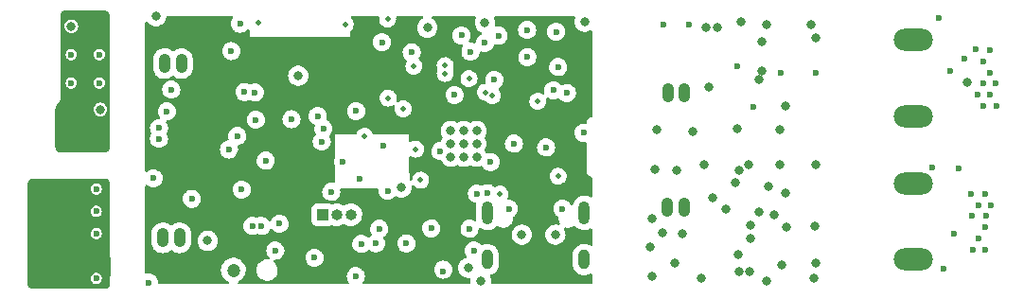
<source format=gbr>
%TF.GenerationSoftware,KiCad,Pcbnew,(6.0.4)*%
%TF.CreationDate,2023-04-22T21:53:26+09:00*%
%TF.ProjectId,kaguya-elec,6b616775-7961-42d6-956c-65632e6b6963,rev?*%
%TF.SameCoordinates,Original*%
%TF.FileFunction,Copper,L3,Inr*%
%TF.FilePolarity,Positive*%
%FSLAX46Y46*%
G04 Gerber Fmt 4.6, Leading zero omitted, Abs format (unit mm)*
G04 Created by KiCad (PCBNEW (6.0.4)) date 2023-04-22 21:53:26*
%MOMM*%
%LPD*%
G01*
G04 APERTURE LIST*
%TA.AperFunction,ComponentPad*%
%ADD10O,1.030000X1.730000*%
%TD*%
%TA.AperFunction,ComponentPad*%
%ADD11C,1.200000*%
%TD*%
%TA.AperFunction,ComponentPad*%
%ADD12O,3.500000X2.000000*%
%TD*%
%TA.AperFunction,ComponentPad*%
%ADD13R,1.000000X1.000000*%
%TD*%
%TA.AperFunction,ComponentPad*%
%ADD14O,1.000000X1.000000*%
%TD*%
%TA.AperFunction,ComponentPad*%
%ADD15O,1.000000X1.800000*%
%TD*%
%TA.AperFunction,ComponentPad*%
%ADD16O,1.000000X2.100000*%
%TD*%
%TA.AperFunction,ViaPad*%
%ADD17C,0.600000*%
%TD*%
%TA.AperFunction,ViaPad*%
%ADD18C,0.800000*%
%TD*%
%TA.AperFunction,ViaPad*%
%ADD19C,0.500000*%
%TD*%
G04 APERTURE END LIST*
D10*
%TO.N,GND*%
%TO.C,J3*%
X180187500Y-141855000D03*
%TO.N,Net-(J3-Pad2)*%
X178687500Y-141855000D03*
%TD*%
D11*
%TO.N,*%
%TO.C,S2*%
X185000000Y-144755000D03*
%TD*%
D10*
%TO.N,GND*%
%TO.C,J15*%
X223832500Y-139130000D03*
%TO.N,+BATT*%
X225332500Y-139130000D03*
%TD*%
D12*
%TO.N,/motor_R1*%
%TO.C,M1*%
X245861758Y-124166269D03*
%TO.N,/motor_R2*%
X245861758Y-130966269D03*
%TD*%
D13*
%TO.N,SWCLK*%
%TO.C,J1*%
X192975000Y-139805000D03*
D14*
%TO.N,GND*%
X194245000Y-139805000D03*
%TO.N,SWDIO*%
X195515000Y-139805000D03*
%TD*%
D10*
%TO.N,Net-(J2-Pad1)*%
%TO.C,J2*%
X178842500Y-126270000D03*
%TO.N,+BATT*%
X180342500Y-126270000D03*
%TD*%
%TO.N,GND*%
%TO.C,J10*%
X225370489Y-128902500D03*
%TO.N,+BATT*%
X223870489Y-128902500D03*
%TD*%
D12*
%TO.N,/motor_L1*%
%TO.C,M2*%
X245845620Y-143818594D03*
%TO.N,/motor_L2*%
X245845620Y-137018594D03*
%TD*%
D15*
%TO.N,GND*%
%TO.C,U1*%
X207730000Y-143805000D03*
D16*
X207730000Y-139625000D03*
X216370000Y-139625000D03*
D15*
X216370000Y-143805000D03*
%TD*%
D17*
%TO.N,GND*%
X192550000Y-130955000D03*
D18*
X204450000Y-132305000D03*
X231248932Y-141928434D03*
D17*
X195975000Y-130530000D03*
X187900480Y-134955480D03*
D18*
X232659057Y-145689425D03*
X206010000Y-144540000D03*
D17*
X205400000Y-123755000D03*
D19*
X198800000Y-122255000D03*
D17*
X211290000Y-125680000D03*
D18*
X182700000Y-142130000D03*
D17*
X206500000Y-143000000D03*
X252061758Y-128066269D03*
X181280000Y-138370000D03*
X237112989Y-127062020D03*
X194800000Y-135055000D03*
D18*
X232712989Y-122762020D03*
D17*
X179050000Y-130550000D03*
D18*
X233890000Y-135300000D03*
D17*
X204783700Y-129079998D03*
X193761101Y-137755011D03*
D18*
X232030000Y-139590000D03*
D17*
X206209500Y-125205000D03*
X177450000Y-145880000D03*
X213870000Y-123425000D03*
X200475000Y-142355500D03*
D18*
X234040000Y-144300000D03*
D17*
X187000000Y-131300000D03*
D18*
X234491189Y-140876811D03*
X190800000Y-127355000D03*
X222912989Y-132162020D03*
D17*
X179450000Y-128600000D03*
X185990000Y-128810000D03*
D18*
X231290000Y-140700000D03*
D19*
X208850000Y-137950000D03*
X212234200Y-129626400D03*
D17*
X184800000Y-125150000D03*
X212980000Y-133775000D03*
X206125000Y-141055000D03*
D18*
X230112989Y-132062020D03*
X205600000Y-134605000D03*
X207132002Y-145750000D03*
D17*
X197750000Y-142350000D03*
X198450000Y-133655000D03*
X216320000Y-132470000D03*
D18*
X178075000Y-122030000D03*
X224490000Y-144100000D03*
X216420000Y-122530000D03*
D17*
X196250000Y-136555000D03*
D18*
X207500000Y-122605000D03*
X250628422Y-127965770D03*
X205600000Y-133455000D03*
D17*
X231512989Y-130138000D03*
D18*
X236890000Y-145500000D03*
D17*
X185600000Y-122700000D03*
D18*
X206750000Y-133455000D03*
X226112989Y-132362020D03*
D17*
X192260000Y-143650000D03*
D18*
X170500000Y-122920000D03*
X222490000Y-140100000D03*
X237112989Y-123962020D03*
D17*
X178350000Y-133000000D03*
D18*
X205600000Y-132305000D03*
X202350000Y-123055000D03*
X237040000Y-140850000D03*
X222290000Y-142700000D03*
X230432989Y-122542500D03*
D17*
X177850000Y-136540000D03*
D18*
X229090000Y-139300000D03*
D17*
X200950000Y-125255000D03*
X202700000Y-141005500D03*
X252345620Y-139918594D03*
D18*
X206750000Y-132305000D03*
X224640000Y-135800000D03*
D17*
X192900000Y-133255000D03*
D19*
X196745039Y-132773827D03*
D17*
X203750000Y-144850000D03*
X198050000Y-141055000D03*
D18*
X173090000Y-130370000D03*
D17*
X190200000Y-131250000D03*
D18*
X236712989Y-122762020D03*
X204450000Y-134605000D03*
D17*
X189125000Y-140600000D03*
D18*
X206750000Y-134605000D03*
D17*
X251045620Y-139868594D03*
X249445620Y-141518594D03*
X253161758Y-128066269D03*
X233962989Y-127092500D03*
D18*
X231090000Y-135300000D03*
X230240000Y-135850000D03*
D17*
X198300000Y-124355000D03*
D18*
X204450000Y-133455000D03*
D19*
X187200000Y-122655000D03*
D18*
X222490000Y-145300000D03*
X227090000Y-135300000D03*
X232890000Y-137300000D03*
X227890000Y-138300000D03*
X227512989Y-128362020D03*
D17*
X195950000Y-145292500D03*
D18*
X226890000Y-145500000D03*
D17*
X188750000Y-143005000D03*
X185750000Y-137550000D03*
X208339445Y-127725500D03*
D18*
X233912989Y-132162020D03*
X237090000Y-135300000D03*
D17*
X184600000Y-133955000D03*
X172730000Y-145486656D03*
D18*
X222690000Y-135700000D03*
D17*
X225722989Y-122782500D03*
D18*
X232302989Y-124282500D03*
D19*
X195000000Y-122755000D03*
D18*
X237090000Y-144100000D03*
D17*
X198800000Y-137650000D03*
D19*
%TO.N,+3V3*%
X192900000Y-134755000D03*
D17*
X208100000Y-130905000D03*
X197300000Y-122705000D03*
X210030000Y-125920000D03*
D18*
X186375000Y-134055000D03*
D17*
X206100000Y-140005000D03*
X186650000Y-124955000D03*
X199250000Y-126755000D03*
X202708349Y-140013349D03*
D18*
X187500000Y-133450000D03*
D17*
X209000000Y-136805000D03*
X203350000Y-135555000D03*
D19*
X213450000Y-131055000D03*
D17*
X216150000Y-125630000D03*
X205409769Y-126495231D03*
D19*
X178150000Y-144455000D03*
D17*
X216180000Y-129960000D03*
D19*
X195300000Y-128265000D03*
D17*
X180850000Y-132050000D03*
X183500000Y-132805000D03*
D18*
X188650000Y-132800000D03*
D17*
%TO.N,+1V1*%
X203504698Y-134105000D03*
D18*
X200020500Y-137350000D03*
D19*
X201312790Y-133925500D03*
D17*
X210100000Y-133434500D03*
X208010000Y-135075000D03*
D18*
%TO.N,+BATT*%
X223390000Y-141450000D03*
X230215000Y-144850000D03*
X227252989Y-123012500D03*
X225139511Y-141475489D03*
X232262989Y-126912500D03*
X228312989Y-123012500D03*
X232012989Y-127712500D03*
X231140000Y-144850000D03*
D17*
%TO.N,VBUS*%
X187500000Y-140805000D03*
X214450498Y-139255000D03*
X186700000Y-140800000D03*
X209650000Y-139255000D03*
%TO.N,/QSPI_SS*%
X196450000Y-142405000D03*
X213630000Y-128660000D03*
%TO.N,MOE_RA*%
X250419310Y-125865771D03*
X252061758Y-126066269D03*
X248131758Y-122196269D03*
%TO.N,MOE_RB*%
X252661758Y-127066269D03*
X249095288Y-126932739D03*
%TO.N,MOE_LA*%
X251695620Y-141918594D03*
X248495620Y-144668594D03*
D18*
%TO.N,MOE_LB*%
X233390141Y-139787224D03*
D17*
X252245620Y-140918594D03*
D18*
X229932000Y-136950000D03*
D17*
%TO.N,Imonitor_Main*%
X178350000Y-132050000D03*
X207755945Y-137864568D03*
%TO.N,/3V3A*%
X230082969Y-126512500D03*
X252245620Y-142918594D03*
X223437989Y-122812500D03*
D18*
X230179614Y-143350500D03*
D17*
X247495620Y-135600286D03*
D18*
X234412989Y-130087500D03*
D17*
X251411758Y-125016269D03*
X249845620Y-135618594D03*
D18*
X234390000Y-137850000D03*
D17*
X251195620Y-142918594D03*
X252661758Y-125066269D03*
%TO.N,/motor_R1*%
X252661758Y-129066269D03*
X251561758Y-129066269D03*
%TO.N,/motor_R2*%
X253261758Y-130066269D03*
X252061758Y-130066269D03*
%TO.N,/motor_L1*%
X252795620Y-138918594D03*
X251645620Y-138918594D03*
%TO.N,/motor_L2*%
X252295620Y-137918594D03*
X250995620Y-137918594D03*
%TO.N,I2C1_SCL*%
X208728335Y-123778335D03*
X211280000Y-123254500D03*
%TO.N,ToF_VCC*%
X214841411Y-128898589D03*
D19*
X206074700Y-127616022D03*
%TO.N,GNSS_VCC*%
X203950000Y-126455000D03*
D17*
%TO.N,Vmonitor*%
X206782488Y-137913585D03*
X185350000Y-132750000D03*
%TO.N,Nichrome*%
X186920000Y-128860000D03*
X193050000Y-132105000D03*
D19*
%TO.N,RUN*%
X201750000Y-136705000D03*
X214050000Y-136355000D03*
%TO.N,LORA_RX*%
X208172175Y-129129999D03*
%TO.N,LORA_TX*%
X207535425Y-128840425D03*
%TO.N,LORA_AUX*%
X203944500Y-127154481D03*
D18*
%TO.N,Net-(R5-Pad1)*%
X210800000Y-141580000D03*
%TO.N,Net-(R6-Pad1)*%
X213800000Y-141580000D03*
D19*
%TO.N,LORA_M0*%
X200200000Y-130325500D03*
%TO.N,LORA_M1*%
X198850000Y-129355000D03*
%TO.N,Net-(Q6-Pad1)*%
X201150000Y-126505000D03*
D17*
%TO.N,Net-(J4-Pad3)*%
X214050000Y-126580000D03*
X207493512Y-124425253D03*
%TO.N,/C_TOF_SDA*%
X170500000Y-125460000D03*
%TO.N,/C_TOF_SCL*%
X170500000Y-128000000D03*
D18*
%TO.N,/C_TOF_VCC*%
X173000000Y-122920000D03*
X171526287Y-131356072D03*
D17*
%TO.N,unconnected-(J17-Pad1)*%
X173000000Y-128000000D03*
%TO.N,unconnected-(J17-Pad3)*%
X173000000Y-125460000D03*
%TO.N,/C_GNSS_RX*%
X172730000Y-139486656D03*
%TO.N,/C_GNSS_TX*%
X172730000Y-137486656D03*
%TO.N,/C_GNSS_VCC*%
X172730000Y-143486656D03*
%TO.N,unconnected-(J19-Pad3)*%
X172730000Y-141486656D03*
%TD*%
%TA.AperFunction,Conductor*%
%TO.N,+3V3*%
G36*
X184851738Y-122009930D02*
G01*
X184919854Y-122029944D01*
X184966338Y-122083608D01*
X184976429Y-122153883D01*
X184957626Y-122204185D01*
X184871235Y-122338238D01*
X184868826Y-122344858D01*
X184868824Y-122344861D01*
X184819488Y-122480410D01*
X184809197Y-122508685D01*
X184786463Y-122688640D01*
X184804163Y-122869160D01*
X184861418Y-123041273D01*
X184865065Y-123047295D01*
X184865066Y-123047297D01*
X184926811Y-123149250D01*
X184955380Y-123196424D01*
X184960269Y-123201487D01*
X184960270Y-123201488D01*
X185006755Y-123249624D01*
X185081382Y-123326902D01*
X185136530Y-123362990D01*
X185225274Y-123421062D01*
X185233159Y-123426222D01*
X185239763Y-123428678D01*
X185239765Y-123428679D01*
X185396558Y-123486990D01*
X185396560Y-123486990D01*
X185403168Y-123489448D01*
X185486995Y-123500633D01*
X185575980Y-123512507D01*
X185575984Y-123512507D01*
X185582961Y-123513438D01*
X185589972Y-123512800D01*
X185589976Y-123512800D01*
X185732459Y-123499832D01*
X185763600Y-123496998D01*
X185770302Y-123494820D01*
X185770304Y-123494820D01*
X185929409Y-123443124D01*
X185929412Y-123443123D01*
X185936108Y-123440947D01*
X186091912Y-123348069D01*
X186170785Y-123272959D01*
X186218167Y-123227838D01*
X186218168Y-123227837D01*
X186223266Y-123222982D01*
X186227164Y-123217115D01*
X186227477Y-123216742D01*
X186286585Y-123177414D01*
X186357573Y-123176286D01*
X186417901Y-123213716D01*
X186448417Y-123277820D01*
X186450000Y-123297731D01*
X186450000Y-123855000D01*
X195450000Y-123855000D01*
X195450000Y-123427936D01*
X195470002Y-123359815D01*
X195489108Y-123336690D01*
X195540501Y-123287749D01*
X195584721Y-123245639D01*
X195591230Y-123235843D01*
X195657415Y-123136226D01*
X195678891Y-123103902D01*
X195739319Y-122944825D01*
X195763001Y-122776313D01*
X195763299Y-122755000D01*
X195744331Y-122585892D01*
X195735831Y-122561482D01*
X195700187Y-122459128D01*
X195688368Y-122425189D01*
X195677177Y-122407279D01*
X195609105Y-122298344D01*
X195598192Y-122280879D01*
X195544276Y-122226585D01*
X195510469Y-122164154D01*
X195515781Y-122093356D01*
X195558526Y-122036670D01*
X195625132Y-122012091D01*
X195633704Y-122011801D01*
X197923205Y-122012198D01*
X197991322Y-122032212D01*
X198037806Y-122085876D01*
X198048189Y-122153990D01*
X198047532Y-122159192D01*
X198036775Y-122244343D01*
X198053381Y-122413699D01*
X198107094Y-122575167D01*
X198110741Y-122581189D01*
X198110742Y-122581191D01*
X198190790Y-122713365D01*
X198195246Y-122720723D01*
X198313455Y-122843132D01*
X198319351Y-122846990D01*
X198409288Y-122905843D01*
X198455846Y-122936310D01*
X198462450Y-122938766D01*
X198462452Y-122938767D01*
X198496459Y-122951414D01*
X198615341Y-122995626D01*
X198784015Y-123018132D01*
X198791026Y-123017494D01*
X198791030Y-123017494D01*
X198946462Y-123003348D01*
X198953483Y-123002709D01*
X198960185Y-123000531D01*
X198960187Y-123000531D01*
X199108623Y-122952301D01*
X199108626Y-122952300D01*
X199115322Y-122950124D01*
X199261490Y-122862990D01*
X199266584Y-122858139D01*
X199266588Y-122858136D01*
X199374788Y-122755098D01*
X199384721Y-122745639D01*
X199397633Y-122726206D01*
X199460191Y-122632047D01*
X199478891Y-122603902D01*
X199539319Y-122444825D01*
X199563001Y-122276313D01*
X199563175Y-122263882D01*
X199563244Y-122258961D01*
X199563244Y-122258955D01*
X199563299Y-122255000D01*
X199551807Y-122152545D01*
X199564091Y-122082620D01*
X199612230Y-122030436D01*
X199677042Y-122012501D01*
X201607664Y-122012836D01*
X201864244Y-122012881D01*
X201932361Y-122032895D01*
X201978845Y-122086559D01*
X201988936Y-122156834D01*
X201959432Y-122221410D01*
X201915469Y-122253988D01*
X201899284Y-122261194D01*
X201899281Y-122261196D01*
X201893248Y-122263882D01*
X201887907Y-122267762D01*
X201887906Y-122267763D01*
X201869854Y-122280879D01*
X201738747Y-122376134D01*
X201734326Y-122381044D01*
X201734325Y-122381045D01*
X201644857Y-122480410D01*
X201610960Y-122518056D01*
X201574509Y-122581191D01*
X201529551Y-122659061D01*
X201515473Y-122683444D01*
X201456458Y-122865072D01*
X201455768Y-122871633D01*
X201455768Y-122871635D01*
X201440500Y-123016901D01*
X201436496Y-123055000D01*
X201437186Y-123061565D01*
X201454581Y-123227066D01*
X201456458Y-123244928D01*
X201515473Y-123426556D01*
X201518776Y-123432278D01*
X201518777Y-123432279D01*
X201525404Y-123443757D01*
X201610960Y-123591944D01*
X201615378Y-123596851D01*
X201615379Y-123596852D01*
X201731588Y-123725915D01*
X201738747Y-123733866D01*
X201804501Y-123781639D01*
X201885889Y-123840771D01*
X201893248Y-123846118D01*
X201899276Y-123848802D01*
X201899278Y-123848803D01*
X202061681Y-123921109D01*
X202067712Y-123923794D01*
X202153886Y-123942111D01*
X202248056Y-123962128D01*
X202248061Y-123962128D01*
X202254513Y-123963500D01*
X202445487Y-123963500D01*
X202451939Y-123962128D01*
X202451944Y-123962128D01*
X202546114Y-123942111D01*
X202632288Y-123923794D01*
X202638319Y-123921109D01*
X202800722Y-123848803D01*
X202800724Y-123848802D01*
X202806752Y-123846118D01*
X202814112Y-123840771D01*
X202895499Y-123781639D01*
X202961253Y-123733866D01*
X202968412Y-123725915D01*
X203084621Y-123596852D01*
X203084622Y-123596851D01*
X203089040Y-123591944D01*
X203174596Y-123443757D01*
X203181223Y-123432279D01*
X203181224Y-123432278D01*
X203184527Y-123426556D01*
X203243542Y-123244928D01*
X203245420Y-123227066D01*
X203262814Y-123061565D01*
X203263504Y-123055000D01*
X203259500Y-123016901D01*
X203244232Y-122871635D01*
X203244232Y-122871633D01*
X203243542Y-122865072D01*
X203184527Y-122683444D01*
X203170450Y-122659061D01*
X203125491Y-122581191D01*
X203089040Y-122518056D01*
X203055144Y-122480410D01*
X202965675Y-122381045D01*
X202965674Y-122381044D01*
X202961253Y-122376134D01*
X202830146Y-122280879D01*
X202812094Y-122267763D01*
X202812093Y-122267762D01*
X202806752Y-122263882D01*
X202800723Y-122261198D01*
X202800720Y-122261196D01*
X202790103Y-122256469D01*
X202784911Y-122254158D01*
X202730814Y-122208179D01*
X202710163Y-122140252D01*
X202729514Y-122071944D01*
X202782723Y-122024941D01*
X202836179Y-122013050D01*
X205875683Y-122013577D01*
X206574127Y-122013698D01*
X206642244Y-122033712D01*
X206688728Y-122087376D01*
X206698819Y-122157651D01*
X206683225Y-122202696D01*
X206665473Y-122233444D01*
X206606458Y-122415072D01*
X206605768Y-122421633D01*
X206605768Y-122421635D01*
X206595069Y-122523435D01*
X206586496Y-122605000D01*
X206587186Y-122611565D01*
X206604502Y-122776313D01*
X206606458Y-122794928D01*
X206665473Y-122976556D01*
X206668776Y-122982278D01*
X206668777Y-122982279D01*
X206676483Y-122995626D01*
X206760960Y-123141944D01*
X206765378Y-123146851D01*
X206765379Y-123146852D01*
X206816795Y-123203955D01*
X206888747Y-123283866D01*
X206982080Y-123351677D01*
X207031128Y-123387312D01*
X207043248Y-123396118D01*
X207049276Y-123398802D01*
X207049278Y-123398803D01*
X207117017Y-123428962D01*
X207150248Y-123443757D01*
X207167403Y-123451395D01*
X207221498Y-123497375D01*
X207242148Y-123565302D01*
X207222796Y-123633610D01*
X207169585Y-123680612D01*
X207156766Y-123685777D01*
X207147091Y-123689071D01*
X207141087Y-123692765D01*
X206998607Y-123780419D01*
X206998604Y-123780421D01*
X206992600Y-123784115D01*
X206987565Y-123789046D01*
X206987562Y-123789048D01*
X206871639Y-123902569D01*
X206863005Y-123911024D01*
X206764747Y-124063491D01*
X206762338Y-124070111D01*
X206762336Y-124070114D01*
X206707055Y-124221998D01*
X206702709Y-124233938D01*
X206689672Y-124337140D01*
X206687484Y-124354456D01*
X206659102Y-124419533D01*
X206600043Y-124458934D01*
X206529056Y-124460151D01*
X206520211Y-124457363D01*
X206401925Y-124415243D01*
X206401920Y-124415242D01*
X206395290Y-124412881D01*
X206388302Y-124412048D01*
X206388299Y-124412047D01*
X206265198Y-124397368D01*
X206215180Y-124391404D01*
X206208177Y-124392140D01*
X206208172Y-124392140D01*
X206194137Y-124393615D01*
X206124299Y-124380842D01*
X206072453Y-124332339D01*
X206055060Y-124263506D01*
X206076020Y-124198581D01*
X206123643Y-124126902D01*
X206176669Y-123987312D01*
X206185555Y-123963920D01*
X206185556Y-123963918D01*
X206188055Y-123957338D01*
X206190195Y-123942111D01*
X206212748Y-123781639D01*
X206212748Y-123781636D01*
X206213299Y-123777717D01*
X206213616Y-123755000D01*
X206193397Y-123574745D01*
X206190088Y-123565243D01*
X206136064Y-123410106D01*
X206136062Y-123410103D01*
X206133745Y-123403448D01*
X206079875Y-123317237D01*
X206041359Y-123255598D01*
X206037626Y-123249624D01*
X206027839Y-123239768D01*
X205914778Y-123125915D01*
X205914774Y-123125912D01*
X205909815Y-123120918D01*
X205898697Y-123113862D01*
X205832499Y-123071852D01*
X205756666Y-123023727D01*
X205699435Y-123003348D01*
X205592425Y-122965243D01*
X205592420Y-122965242D01*
X205585790Y-122962881D01*
X205578802Y-122962048D01*
X205578799Y-122962047D01*
X205434369Y-122944825D01*
X205405680Y-122941404D01*
X205398677Y-122942140D01*
X205398676Y-122942140D01*
X205232288Y-122959628D01*
X205232286Y-122959629D01*
X205225288Y-122960364D01*
X205053579Y-123018818D01*
X205047575Y-123022512D01*
X204905095Y-123110166D01*
X204905092Y-123110168D01*
X204899088Y-123113862D01*
X204894053Y-123118793D01*
X204894050Y-123118795D01*
X204776729Y-123233685D01*
X204769493Y-123240771D01*
X204671235Y-123393238D01*
X204668826Y-123399858D01*
X204668824Y-123399861D01*
X204627463Y-123513500D01*
X204609197Y-123563685D01*
X204586463Y-123743640D01*
X204604163Y-123924160D01*
X204661418Y-124096273D01*
X204665065Y-124102295D01*
X204665066Y-124102297D01*
X204746952Y-124237507D01*
X204755380Y-124251424D01*
X204760269Y-124256487D01*
X204760270Y-124256488D01*
X204781027Y-124277982D01*
X204881382Y-124381902D01*
X204949388Y-124426404D01*
X205014204Y-124468818D01*
X205033159Y-124481222D01*
X205039763Y-124483678D01*
X205039765Y-124483679D01*
X205196558Y-124541990D01*
X205196560Y-124541990D01*
X205203168Y-124544448D01*
X205280114Y-124554715D01*
X205375980Y-124567507D01*
X205375984Y-124567507D01*
X205382961Y-124568438D01*
X205389972Y-124567800D01*
X205389976Y-124567800D01*
X205417683Y-124565278D01*
X205487336Y-124579023D01*
X205538501Y-124628244D01*
X205554932Y-124697313D01*
X205535015Y-124759011D01*
X205480735Y-124843238D01*
X205478326Y-124849858D01*
X205478324Y-124849861D01*
X205432110Y-124976834D01*
X205418697Y-125013685D01*
X205395963Y-125193640D01*
X205413663Y-125374160D01*
X205470918Y-125546273D01*
X205474565Y-125552295D01*
X205474566Y-125552297D01*
X205559449Y-125692456D01*
X205564880Y-125701424D01*
X205569769Y-125706487D01*
X205569770Y-125706488D01*
X205632875Y-125771834D01*
X205690882Y-125831902D01*
X205757302Y-125875366D01*
X205815756Y-125913617D01*
X205842659Y-125931222D01*
X205849263Y-125933678D01*
X205849265Y-125933679D01*
X206006058Y-125991990D01*
X206006060Y-125991990D01*
X206012668Y-125994448D01*
X206096495Y-126005633D01*
X206185480Y-126017507D01*
X206185484Y-126017507D01*
X206192461Y-126018438D01*
X206199472Y-126017800D01*
X206199476Y-126017800D01*
X206341959Y-126004832D01*
X206373100Y-126001998D01*
X206379802Y-125999820D01*
X206379804Y-125999820D01*
X206538909Y-125948124D01*
X206538912Y-125948123D01*
X206545608Y-125945947D01*
X206664009Y-125875366D01*
X206695360Y-125856677D01*
X206695362Y-125856676D01*
X206701412Y-125853069D01*
X206832766Y-125727982D01*
X206872193Y-125668640D01*
X210476463Y-125668640D01*
X210494163Y-125849160D01*
X210551418Y-126021273D01*
X210555065Y-126027295D01*
X210555066Y-126027297D01*
X210638831Y-126165610D01*
X210645380Y-126176424D01*
X210650269Y-126181487D01*
X210650270Y-126181488D01*
X210689845Y-126222469D01*
X210771382Y-126306902D01*
X210826379Y-126342891D01*
X210903093Y-126393091D01*
X210923159Y-126406222D01*
X210929763Y-126408678D01*
X210929765Y-126408679D01*
X211086558Y-126466990D01*
X211086560Y-126466990D01*
X211093168Y-126469448D01*
X211173921Y-126480223D01*
X211265980Y-126492507D01*
X211265984Y-126492507D01*
X211272961Y-126493438D01*
X211279972Y-126492800D01*
X211279976Y-126492800D01*
X211422459Y-126479832D01*
X211453600Y-126476998D01*
X211460302Y-126474820D01*
X211460304Y-126474820D01*
X211619409Y-126423124D01*
X211619412Y-126423123D01*
X211626108Y-126420947D01*
X211781912Y-126328069D01*
X211913266Y-126202982D01*
X212013643Y-126051902D01*
X212078055Y-125882338D01*
X212079860Y-125869496D01*
X212102748Y-125706639D01*
X212102748Y-125706636D01*
X212103299Y-125702717D01*
X212103616Y-125680000D01*
X212083397Y-125499745D01*
X212080447Y-125491273D01*
X212026064Y-125335106D01*
X212026062Y-125335103D01*
X212023745Y-125328448D01*
X211967659Y-125238691D01*
X211931359Y-125180598D01*
X211927626Y-125174624D01*
X211921483Y-125168438D01*
X211804778Y-125050915D01*
X211804774Y-125050912D01*
X211799815Y-125045918D01*
X211788697Y-125038862D01*
X211737981Y-125006677D01*
X211646666Y-124948727D01*
X211617463Y-124938328D01*
X211482425Y-124890243D01*
X211482420Y-124890242D01*
X211475790Y-124887881D01*
X211468802Y-124887048D01*
X211468799Y-124887047D01*
X211343540Y-124872111D01*
X211295680Y-124866404D01*
X211288677Y-124867140D01*
X211288676Y-124867140D01*
X211122288Y-124884628D01*
X211122286Y-124884629D01*
X211115288Y-124885364D01*
X210943579Y-124943818D01*
X210900881Y-124970086D01*
X210795095Y-125035166D01*
X210795092Y-125035168D01*
X210789088Y-125038862D01*
X210784053Y-125043793D01*
X210784050Y-125043795D01*
X210672905Y-125152637D01*
X210659493Y-125165771D01*
X210561235Y-125318238D01*
X210558826Y-125324858D01*
X210558824Y-125324861D01*
X210513144Y-125450366D01*
X210499197Y-125488685D01*
X210476463Y-125668640D01*
X206872193Y-125668640D01*
X206933143Y-125576902D01*
X206991165Y-125424160D01*
X206995055Y-125413920D01*
X206995056Y-125413918D01*
X206997555Y-125407338D01*
X207001279Y-125380844D01*
X207007165Y-125338959D01*
X207016331Y-125273737D01*
X207045619Y-125209064D01*
X207105223Y-125170491D01*
X207176219Y-125170266D01*
X207185007Y-125173170D01*
X207296680Y-125214701D01*
X207380507Y-125225886D01*
X207469492Y-125237760D01*
X207469496Y-125237760D01*
X207476473Y-125238691D01*
X207483484Y-125238053D01*
X207483488Y-125238053D01*
X207625971Y-125225085D01*
X207657112Y-125222251D01*
X207663814Y-125220073D01*
X207663816Y-125220073D01*
X207822921Y-125168377D01*
X207822924Y-125168376D01*
X207829620Y-125166200D01*
X207972172Y-125081222D01*
X207979372Y-125076930D01*
X207979374Y-125076929D01*
X207985424Y-125073322D01*
X208116778Y-124948235D01*
X208217155Y-124797155D01*
X208281567Y-124627591D01*
X208282255Y-124622696D01*
X208318146Y-124562405D01*
X208381679Y-124530718D01*
X208447789Y-124536650D01*
X208531503Y-124567783D01*
X208615330Y-124578968D01*
X208704315Y-124590842D01*
X208704319Y-124590842D01*
X208711296Y-124591773D01*
X208718307Y-124591135D01*
X208718311Y-124591135D01*
X208860794Y-124578167D01*
X208891935Y-124575333D01*
X208898637Y-124573155D01*
X208898639Y-124573155D01*
X209057744Y-124521459D01*
X209057747Y-124521458D01*
X209064443Y-124519282D01*
X209168313Y-124457363D01*
X209214195Y-124430012D01*
X209214197Y-124430011D01*
X209220247Y-124426404D01*
X209351601Y-124301317D01*
X209451978Y-124150237D01*
X209493758Y-124040252D01*
X209513890Y-123987255D01*
X209513891Y-123987253D01*
X209516390Y-123980673D01*
X209517370Y-123973701D01*
X209541083Y-123804974D01*
X209541083Y-123804971D01*
X209541634Y-123801052D01*
X209541802Y-123789048D01*
X209541896Y-123782297D01*
X209541896Y-123782292D01*
X209541951Y-123778335D01*
X209521732Y-123598080D01*
X209519415Y-123591426D01*
X209464399Y-123433441D01*
X209464397Y-123433438D01*
X209462080Y-123426783D01*
X209441119Y-123393238D01*
X209369694Y-123278933D01*
X209365961Y-123272959D01*
X209348721Y-123255598D01*
X209336350Y-123243140D01*
X210466463Y-123243140D01*
X210484163Y-123423660D01*
X210541418Y-123595773D01*
X210545065Y-123601795D01*
X210545066Y-123601797D01*
X210630969Y-123743640D01*
X210635380Y-123750924D01*
X210640269Y-123755987D01*
X210640270Y-123755988D01*
X210663863Y-123780419D01*
X210761382Y-123881402D01*
X210830281Y-123926488D01*
X210902430Y-123973701D01*
X210913159Y-123980722D01*
X210919763Y-123983178D01*
X210919765Y-123983179D01*
X211076558Y-124041490D01*
X211076560Y-124041490D01*
X211083168Y-124043948D01*
X211166995Y-124055133D01*
X211255980Y-124067007D01*
X211255984Y-124067007D01*
X211262961Y-124067938D01*
X211269972Y-124067300D01*
X211269976Y-124067300D01*
X211412459Y-124054332D01*
X211443600Y-124051498D01*
X211450302Y-124049320D01*
X211450304Y-124049320D01*
X211609409Y-123997624D01*
X211609412Y-123997623D01*
X211616108Y-123995447D01*
X211747451Y-123917151D01*
X211765860Y-123906177D01*
X211765862Y-123906176D01*
X211771912Y-123902569D01*
X211903266Y-123777482D01*
X212003643Y-123626402D01*
X212052656Y-123497375D01*
X212065555Y-123463420D01*
X212065556Y-123463418D01*
X212068055Y-123456838D01*
X212069337Y-123447717D01*
X212074126Y-123413640D01*
X213056463Y-123413640D01*
X213074163Y-123594160D01*
X213131418Y-123766273D01*
X213135065Y-123772295D01*
X213135066Y-123772297D01*
X213219082Y-123911024D01*
X213225380Y-123921424D01*
X213230269Y-123926487D01*
X213230270Y-123926488D01*
X213288953Y-123987255D01*
X213351382Y-124051902D01*
X213357278Y-124055760D01*
X213455927Y-124120314D01*
X213503159Y-124151222D01*
X213509763Y-124153678D01*
X213509765Y-124153679D01*
X213666558Y-124211990D01*
X213666560Y-124211990D01*
X213673168Y-124214448D01*
X213756995Y-124225633D01*
X213845980Y-124237507D01*
X213845984Y-124237507D01*
X213852961Y-124238438D01*
X213859972Y-124237800D01*
X213859976Y-124237800D01*
X214002459Y-124224832D01*
X214033600Y-124221998D01*
X214040302Y-124219820D01*
X214040304Y-124219820D01*
X214199409Y-124168124D01*
X214199412Y-124168123D01*
X214206108Y-124165947D01*
X214361912Y-124073069D01*
X214493266Y-123947982D01*
X214593643Y-123796902D01*
X214658055Y-123627338D01*
X214659035Y-123620366D01*
X214682748Y-123451639D01*
X214682748Y-123451636D01*
X214683299Y-123447717D01*
X214683498Y-123433441D01*
X214683561Y-123428962D01*
X214683561Y-123428957D01*
X214683616Y-123425000D01*
X214663397Y-123244745D01*
X214660297Y-123235843D01*
X214606064Y-123080106D01*
X214606062Y-123080103D01*
X214603745Y-123073448D01*
X214539599Y-122970792D01*
X214511359Y-122925598D01*
X214507626Y-122919624D01*
X214490498Y-122902376D01*
X214384778Y-122795915D01*
X214384774Y-122795912D01*
X214379815Y-122790918D01*
X214368697Y-122783862D01*
X214299215Y-122739768D01*
X214226666Y-122693727D01*
X214197463Y-122683328D01*
X214062425Y-122635243D01*
X214062420Y-122635242D01*
X214055790Y-122632881D01*
X214048802Y-122632048D01*
X214048799Y-122632047D01*
X213919615Y-122616643D01*
X213875680Y-122611404D01*
X213868677Y-122612140D01*
X213868676Y-122612140D01*
X213702288Y-122629628D01*
X213702286Y-122629629D01*
X213695288Y-122630364D01*
X213523579Y-122688818D01*
X213468477Y-122722717D01*
X213375095Y-122780166D01*
X213375092Y-122780168D01*
X213369088Y-122783862D01*
X213364053Y-122788793D01*
X213364050Y-122788795D01*
X213244525Y-122905843D01*
X213239493Y-122910771D01*
X213141235Y-123063238D01*
X213138826Y-123069858D01*
X213138824Y-123069861D01*
X213081606Y-123227066D01*
X213079197Y-123233685D01*
X213056463Y-123413640D01*
X212074126Y-123413640D01*
X212092748Y-123281139D01*
X212092748Y-123281136D01*
X212093299Y-123277217D01*
X212093616Y-123254500D01*
X212073397Y-123074245D01*
X212071080Y-123067591D01*
X212016064Y-122909606D01*
X212016062Y-122909603D01*
X212013745Y-122902948D01*
X211988777Y-122862990D01*
X211921359Y-122755098D01*
X211917626Y-122749124D01*
X211903941Y-122735343D01*
X211794778Y-122625415D01*
X211794774Y-122625412D01*
X211789815Y-122620418D01*
X211778697Y-122613362D01*
X211696543Y-122561226D01*
X211636666Y-122523227D01*
X211585156Y-122504885D01*
X211472425Y-122464743D01*
X211472420Y-122464742D01*
X211465790Y-122462381D01*
X211458802Y-122461548D01*
X211458799Y-122461547D01*
X211318562Y-122444825D01*
X211285680Y-122440904D01*
X211278677Y-122441640D01*
X211278676Y-122441640D01*
X211112288Y-122459128D01*
X211112286Y-122459129D01*
X211105288Y-122459864D01*
X210933579Y-122518318D01*
X210903919Y-122536565D01*
X210785095Y-122609666D01*
X210785092Y-122609668D01*
X210779088Y-122613362D01*
X210774053Y-122618293D01*
X210774050Y-122618295D01*
X210654525Y-122735343D01*
X210649493Y-122740271D01*
X210551235Y-122892738D01*
X210548826Y-122899358D01*
X210548824Y-122899361D01*
X210493690Y-123050841D01*
X210489197Y-123063185D01*
X210466463Y-123243140D01*
X209336350Y-123243140D01*
X209243113Y-123149250D01*
X209243109Y-123149247D01*
X209238150Y-123144253D01*
X209225502Y-123136226D01*
X209137070Y-123080106D01*
X209085001Y-123047062D01*
X209055798Y-123036663D01*
X208920760Y-122988578D01*
X208920755Y-122988577D01*
X208914125Y-122986216D01*
X208907137Y-122985383D01*
X208907134Y-122985382D01*
X208780407Y-122970271D01*
X208734015Y-122964739D01*
X208727012Y-122965475D01*
X208727011Y-122965475D01*
X208560623Y-122982963D01*
X208560621Y-122982964D01*
X208553623Y-122983699D01*
X208542863Y-122987362D01*
X208540077Y-122987481D01*
X208540076Y-122987481D01*
X208471932Y-122990382D01*
X208410627Y-122954573D01*
X208378414Y-122891305D01*
X208382423Y-122829149D01*
X208391502Y-122801206D01*
X208393542Y-122794928D01*
X208395499Y-122776313D01*
X208412814Y-122611565D01*
X208413504Y-122605000D01*
X208404931Y-122523435D01*
X208394232Y-122421635D01*
X208394232Y-122421633D01*
X208393542Y-122415072D01*
X208334527Y-122233444D01*
X208316961Y-122203019D01*
X208300223Y-122134024D01*
X208323443Y-122066932D01*
X208379250Y-122023045D01*
X208426102Y-122014019D01*
X215458601Y-122015239D01*
X215526718Y-122035253D01*
X215573202Y-122088917D01*
X215583293Y-122159192D01*
X215578412Y-122180175D01*
X215573717Y-122194624D01*
X215526458Y-122340072D01*
X215525768Y-122346633D01*
X215525768Y-122346635D01*
X215507751Y-122518056D01*
X215506496Y-122530000D01*
X215507186Y-122536565D01*
X215524364Y-122700000D01*
X215526458Y-122719928D01*
X215585473Y-122901556D01*
X215588776Y-122907278D01*
X215588777Y-122907279D01*
X215606803Y-122938500D01*
X215680960Y-123066944D01*
X215685378Y-123071851D01*
X215685379Y-123071852D01*
X215792121Y-123190401D01*
X215808747Y-123208866D01*
X215963248Y-123321118D01*
X215969276Y-123323802D01*
X215969278Y-123323803D01*
X216125233Y-123393238D01*
X216137712Y-123398794D01*
X216207557Y-123413640D01*
X216318056Y-123437128D01*
X216318061Y-123437128D01*
X216324513Y-123438500D01*
X216515487Y-123438500D01*
X216521939Y-123437128D01*
X216521944Y-123437128D01*
X216632443Y-123413640D01*
X216702288Y-123398794D01*
X216714767Y-123393238D01*
X216870722Y-123323803D01*
X216870724Y-123323802D01*
X216876752Y-123321118D01*
X216900584Y-123303803D01*
X216967452Y-123279945D01*
X217036603Y-123296026D01*
X217086083Y-123346941D01*
X217100644Y-123405740D01*
X217100644Y-130925880D01*
X217080642Y-130994001D01*
X217026986Y-131040494D01*
X217009272Y-131047028D01*
X216890229Y-131081051D01*
X216882642Y-131085838D01*
X216882640Y-131085839D01*
X216821905Y-131124160D01*
X216767042Y-131158776D01*
X216670622Y-131267951D01*
X216666808Y-131276074D01*
X216666807Y-131276076D01*
X216653715Y-131303962D01*
X216608719Y-131399800D01*
X216607339Y-131408665D01*
X216607338Y-131408667D01*
X216598233Y-131467143D01*
X216591500Y-131510386D01*
X216591500Y-131546184D01*
X216571498Y-131614305D01*
X216517842Y-131660798D01*
X216450582Y-131671298D01*
X216325680Y-131656404D01*
X216318677Y-131657140D01*
X216318676Y-131657140D01*
X216152288Y-131674628D01*
X216152286Y-131674629D01*
X216145288Y-131675364D01*
X215973579Y-131733818D01*
X215951390Y-131747469D01*
X215825095Y-131825166D01*
X215825092Y-131825168D01*
X215819088Y-131828862D01*
X215814053Y-131833793D01*
X215814050Y-131833795D01*
X215702319Y-131943211D01*
X215689493Y-131955771D01*
X215591235Y-132108238D01*
X215588826Y-132114858D01*
X215588824Y-132114861D01*
X215536391Y-132258920D01*
X215529197Y-132278685D01*
X215506463Y-132458640D01*
X215524163Y-132639160D01*
X215581418Y-132811273D01*
X215585065Y-132817295D01*
X215585066Y-132817297D01*
X215652791Y-132929124D01*
X215675380Y-132966424D01*
X215680269Y-132971487D01*
X215680270Y-132971488D01*
X215757121Y-133051068D01*
X215801382Y-133096902D01*
X215848558Y-133127773D01*
X215927254Y-133179270D01*
X215953159Y-133196222D01*
X215959763Y-133198678D01*
X215959765Y-133198679D01*
X216116558Y-133256990D01*
X216116560Y-133256990D01*
X216123168Y-133259448D01*
X216199432Y-133269624D01*
X216295980Y-133282507D01*
X216295984Y-133282507D01*
X216302961Y-133283438D01*
X216309972Y-133282800D01*
X216309976Y-133282800D01*
X216454080Y-133269685D01*
X216523733Y-133283430D01*
X216574898Y-133332651D01*
X216591500Y-133395166D01*
X216591500Y-135906513D01*
X216592136Y-135910952D01*
X216599415Y-135961778D01*
X216606920Y-136014187D01*
X216610637Y-136022363D01*
X216610638Y-136022365D01*
X216648828Y-136106357D01*
X216667208Y-136146782D01*
X216762287Y-136257127D01*
X216884515Y-136336352D01*
X216893112Y-136338923D01*
X216893114Y-136338924D01*
X217010746Y-136374103D01*
X217070280Y-136412784D01*
X217099450Y-136477512D01*
X217100644Y-136494820D01*
X217100644Y-138112160D01*
X217080642Y-138180281D01*
X217026986Y-138226774D01*
X216956712Y-138236878D01*
X216914715Y-138222996D01*
X216859629Y-138193211D01*
X216762701Y-138140802D01*
X216573768Y-138082318D01*
X216567643Y-138081674D01*
X216567642Y-138081674D01*
X216383204Y-138062289D01*
X216383202Y-138062289D01*
X216377075Y-138061645D01*
X216317014Y-138067111D01*
X216186251Y-138079011D01*
X216186248Y-138079012D01*
X216180112Y-138079570D01*
X216174206Y-138081308D01*
X216174202Y-138081309D01*
X216069379Y-138112160D01*
X215990381Y-138135410D01*
X215984923Y-138138263D01*
X215984919Y-138138265D01*
X215909222Y-138177839D01*
X215815110Y-138227040D01*
X215660975Y-138350968D01*
X215533846Y-138502474D01*
X215530879Y-138507872D01*
X215530875Y-138507877D01*
X215469898Y-138618795D01*
X215438567Y-138675787D01*
X215436706Y-138681654D01*
X215436705Y-138681656D01*
X215387483Y-138836824D01*
X215347820Y-138895708D01*
X215282617Y-138923800D01*
X215212578Y-138912183D01*
X215160527Y-138865494D01*
X215091857Y-138755598D01*
X215088124Y-138749624D01*
X215050040Y-138711273D01*
X214965276Y-138625915D01*
X214965272Y-138625912D01*
X214960313Y-138620918D01*
X214949195Y-138613862D01*
X214901036Y-138583300D01*
X214807164Y-138523727D01*
X214762652Y-138507877D01*
X214642923Y-138465243D01*
X214642918Y-138465242D01*
X214636288Y-138462881D01*
X214629300Y-138462048D01*
X214629297Y-138462047D01*
X214484825Y-138444820D01*
X214456178Y-138441404D01*
X214449175Y-138442140D01*
X214449174Y-138442140D01*
X214282786Y-138459628D01*
X214282784Y-138459629D01*
X214275786Y-138460364D01*
X214104077Y-138518818D01*
X214060147Y-138545844D01*
X213955593Y-138610166D01*
X213955590Y-138610168D01*
X213949586Y-138613862D01*
X213944551Y-138618793D01*
X213944548Y-138618795D01*
X213835644Y-138725442D01*
X213819991Y-138740771D01*
X213721733Y-138893238D01*
X213719324Y-138899858D01*
X213719322Y-138899861D01*
X213674985Y-139021677D01*
X213659695Y-139063685D01*
X213636961Y-139243640D01*
X213654661Y-139424160D01*
X213711916Y-139596273D01*
X213715563Y-139602295D01*
X213715564Y-139602297D01*
X213726476Y-139620314D01*
X213805878Y-139751424D01*
X213810767Y-139756487D01*
X213810768Y-139756488D01*
X213859593Y-139807047D01*
X213931880Y-139881902D01*
X214045109Y-139955997D01*
X214047284Y-139957420D01*
X214093333Y-140011457D01*
X214104095Y-140069882D01*
X214104006Y-140071466D01*
X214102892Y-140078198D01*
X214103249Y-140085013D01*
X214103249Y-140085016D01*
X214110176Y-140217179D01*
X214112370Y-140259047D01*
X214114181Y-140265620D01*
X214114181Y-140265623D01*
X214157451Y-140422715D01*
X214160461Y-140433641D01*
X214163647Y-140439683D01*
X214163647Y-140439684D01*
X214209691Y-140527016D01*
X214223768Y-140596603D01*
X214197989Y-140662754D01*
X214140538Y-140704466D01*
X214072037Y-140709027D01*
X213901944Y-140672872D01*
X213901939Y-140672872D01*
X213895487Y-140671500D01*
X213704513Y-140671500D01*
X213698061Y-140672872D01*
X213698056Y-140672872D01*
X213611112Y-140691353D01*
X213517712Y-140711206D01*
X213511682Y-140713891D01*
X213511681Y-140713891D01*
X213349278Y-140786197D01*
X213349276Y-140786198D01*
X213343248Y-140788882D01*
X213337907Y-140792762D01*
X213337906Y-140792763D01*
X213303603Y-140817686D01*
X213188747Y-140901134D01*
X213184326Y-140906044D01*
X213184325Y-140906045D01*
X213066732Y-141036646D01*
X213060960Y-141043056D01*
X212965473Y-141208444D01*
X212906458Y-141390072D01*
X212905768Y-141396633D01*
X212905768Y-141396635D01*
X212899363Y-141457578D01*
X212886496Y-141580000D01*
X212887186Y-141586565D01*
X212902701Y-141734179D01*
X212906458Y-141769928D01*
X212965473Y-141951556D01*
X213060960Y-142116944D01*
X213065378Y-142121851D01*
X213065379Y-142121852D01*
X213142089Y-142207047D01*
X213188747Y-142258866D01*
X213214403Y-142277506D01*
X213316332Y-142351562D01*
X213343248Y-142371118D01*
X213349276Y-142373802D01*
X213349278Y-142373803D01*
X213511681Y-142446109D01*
X213517712Y-142448794D01*
X213587698Y-142463670D01*
X213698056Y-142487128D01*
X213698061Y-142487128D01*
X213704513Y-142488500D01*
X213895487Y-142488500D01*
X213901939Y-142487128D01*
X213901944Y-142487128D01*
X214012302Y-142463670D01*
X214082288Y-142448794D01*
X214088319Y-142446109D01*
X214250722Y-142373803D01*
X214250724Y-142373802D01*
X214256752Y-142371118D01*
X214283669Y-142351562D01*
X214385597Y-142277506D01*
X214411253Y-142258866D01*
X214457911Y-142207047D01*
X214534621Y-142121852D01*
X214534622Y-142121851D01*
X214539040Y-142116944D01*
X214634527Y-141951556D01*
X214693542Y-141769928D01*
X214697300Y-141734179D01*
X214712814Y-141586565D01*
X214713504Y-141580000D01*
X214700637Y-141457578D01*
X214694232Y-141396635D01*
X214694232Y-141396633D01*
X214693542Y-141390072D01*
X214634527Y-141208444D01*
X214580736Y-141115275D01*
X214563998Y-141046281D01*
X214587218Y-140979189D01*
X214643025Y-140935302D01*
X214717341Y-140929310D01*
X214725291Y-140931087D01*
X214846543Y-140958190D01*
X214852088Y-140958500D01*
X214985244Y-140958500D01*
X215120037Y-140943857D01*
X215267268Y-140894308D01*
X215285204Y-140888272D01*
X215285206Y-140888271D01*
X215291675Y-140886094D01*
X215364811Y-140842150D01*
X215437602Y-140798413D01*
X215506294Y-140780473D01*
X215573781Y-140802520D01*
X215600139Y-140826780D01*
X215647040Y-140884287D01*
X215647043Y-140884290D01*
X215650935Y-140889062D01*
X215655682Y-140892989D01*
X215655684Y-140892991D01*
X215798575Y-141011201D01*
X215798579Y-141011203D01*
X215803325Y-141015130D01*
X215977299Y-141109198D01*
X216166232Y-141167682D01*
X216172357Y-141168326D01*
X216172358Y-141168326D01*
X216356796Y-141187711D01*
X216356798Y-141187711D01*
X216362925Y-141188355D01*
X216445424Y-141180847D01*
X216553749Y-141170989D01*
X216553752Y-141170988D01*
X216559888Y-141170430D01*
X216565794Y-141168692D01*
X216565798Y-141168691D01*
X216704595Y-141127841D01*
X216749619Y-141114590D01*
X216755083Y-141111733D01*
X216755089Y-141111731D01*
X216916268Y-141027468D01*
X216985904Y-141013633D01*
X217051965Y-141039643D01*
X217093477Y-141097238D01*
X217100644Y-141139129D01*
X217100644Y-142442160D01*
X217080642Y-142510281D01*
X217026986Y-142556774D01*
X216956712Y-142566878D01*
X216914715Y-142552996D01*
X216862309Y-142524660D01*
X216762701Y-142470802D01*
X216573768Y-142412318D01*
X216567643Y-142411674D01*
X216567642Y-142411674D01*
X216383204Y-142392289D01*
X216383202Y-142392289D01*
X216377075Y-142391645D01*
X216300356Y-142398627D01*
X216186251Y-142409011D01*
X216186248Y-142409012D01*
X216180112Y-142409570D01*
X216174206Y-142411308D01*
X216174202Y-142411309D01*
X216069379Y-142442160D01*
X215990381Y-142465410D01*
X215984923Y-142468263D01*
X215984919Y-142468265D01*
X215913509Y-142505598D01*
X215815110Y-142557040D01*
X215660975Y-142680968D01*
X215533846Y-142832474D01*
X215530879Y-142837872D01*
X215530875Y-142837877D01*
X215461467Y-142964132D01*
X215438567Y-143005787D01*
X215436706Y-143011654D01*
X215436705Y-143011656D01*
X215383035Y-143180844D01*
X215378765Y-143194306D01*
X215361500Y-143348227D01*
X215361500Y-144254769D01*
X215361800Y-144257825D01*
X215361800Y-144257832D01*
X215362530Y-144265273D01*
X215375920Y-144401833D01*
X215377702Y-144407734D01*
X215377702Y-144407736D01*
X215389556Y-144446998D01*
X215433084Y-144591169D01*
X215525934Y-144765796D01*
X215567644Y-144816937D01*
X215647040Y-144914287D01*
X215647043Y-144914290D01*
X215650935Y-144919062D01*
X215655682Y-144922989D01*
X215655684Y-144922991D01*
X215798575Y-145041201D01*
X215798579Y-145041203D01*
X215803325Y-145045130D01*
X215977299Y-145139198D01*
X216166232Y-145197682D01*
X216172357Y-145198326D01*
X216172358Y-145198326D01*
X216356796Y-145217711D01*
X216356798Y-145217711D01*
X216362925Y-145218355D01*
X216445424Y-145210847D01*
X216553749Y-145200989D01*
X216553752Y-145200988D01*
X216559888Y-145200430D01*
X216565794Y-145198692D01*
X216565798Y-145198691D01*
X216735562Y-145148727D01*
X216749619Y-145144590D01*
X216755083Y-145141733D01*
X216755089Y-145141731D01*
X216916268Y-145057468D01*
X216985904Y-145043633D01*
X217051965Y-145069643D01*
X217093477Y-145127238D01*
X217100644Y-145169129D01*
X217100644Y-145873425D01*
X217080642Y-145941546D01*
X217026986Y-145988039D01*
X216974650Y-145999425D01*
X208159186Y-145999878D01*
X208091065Y-145979879D01*
X208044569Y-145926226D01*
X208033870Y-145860707D01*
X208034079Y-145858725D01*
X208045506Y-145750000D01*
X208037183Y-145670810D01*
X208026234Y-145566635D01*
X208026234Y-145566633D01*
X208025544Y-145560072D01*
X207966529Y-145378444D01*
X207951964Y-145353217D01*
X207935227Y-145284225D01*
X207958447Y-145217133D01*
X208014253Y-145173245D01*
X208025509Y-145169345D01*
X208095562Y-145148727D01*
X208109619Y-145144590D01*
X208115077Y-145141737D01*
X208115081Y-145141735D01*
X208239093Y-145076902D01*
X208284890Y-145052960D01*
X208439025Y-144929032D01*
X208566154Y-144777526D01*
X208569121Y-144772128D01*
X208569125Y-144772123D01*
X208658467Y-144609608D01*
X208661433Y-144604213D01*
X208663846Y-144596608D01*
X208719373Y-144421564D01*
X208719373Y-144421563D01*
X208721235Y-144415694D01*
X208738500Y-144261773D01*
X208738500Y-143355231D01*
X208737814Y-143348227D01*
X208731350Y-143282312D01*
X208724080Y-143208167D01*
X208722218Y-143201998D01*
X208684243Y-143076222D01*
X208666916Y-143018831D01*
X208574066Y-142844204D01*
X208479107Y-142727773D01*
X208452960Y-142695713D01*
X208452957Y-142695710D01*
X208449065Y-142690938D01*
X208442724Y-142685692D01*
X208301425Y-142568799D01*
X208301421Y-142568797D01*
X208296675Y-142564870D01*
X208122701Y-142470802D01*
X207933768Y-142412318D01*
X207927643Y-142411674D01*
X207927642Y-142411674D01*
X207743204Y-142392289D01*
X207743202Y-142392289D01*
X207737075Y-142391645D01*
X207660356Y-142398627D01*
X207546251Y-142409011D01*
X207546248Y-142409012D01*
X207540112Y-142409570D01*
X207534206Y-142411308D01*
X207534202Y-142411309D01*
X207415961Y-142446109D01*
X207350381Y-142465410D01*
X207294495Y-142494627D01*
X207273561Y-142505571D01*
X207203925Y-142519406D01*
X207137864Y-142493396D01*
X207125779Y-142482694D01*
X207014778Y-142370915D01*
X207014774Y-142370912D01*
X207009815Y-142365918D01*
X207000752Y-142360166D01*
X206927004Y-142313365D01*
X206856666Y-142268727D01*
X206810876Y-142252422D01*
X206692425Y-142210243D01*
X206692420Y-142210242D01*
X206685790Y-142207881D01*
X206678802Y-142207048D01*
X206678799Y-142207047D01*
X206547611Y-142191404D01*
X206505680Y-142186404D01*
X206498677Y-142187140D01*
X206498676Y-142187140D01*
X206332288Y-142204628D01*
X206332286Y-142204629D01*
X206325288Y-142205364D01*
X206153579Y-142263818D01*
X206131330Y-142277506D01*
X206005095Y-142355166D01*
X206005092Y-142355168D01*
X205999088Y-142358862D01*
X205994053Y-142363793D01*
X205994050Y-142363795D01*
X205874525Y-142480843D01*
X205869493Y-142485771D01*
X205771235Y-142638238D01*
X205768826Y-142644858D01*
X205768824Y-142644861D01*
X205711606Y-142802066D01*
X205709197Y-142808685D01*
X205686463Y-142988640D01*
X205704163Y-143169160D01*
X205761418Y-143341273D01*
X205765065Y-143347295D01*
X205765066Y-143347297D01*
X205842754Y-143475575D01*
X205860933Y-143544204D01*
X205839123Y-143611768D01*
X205784247Y-143656814D01*
X205761176Y-143664092D01*
X205734176Y-143669831D01*
X205734167Y-143669834D01*
X205727712Y-143671206D01*
X205721682Y-143673891D01*
X205721681Y-143673891D01*
X205559278Y-143746197D01*
X205559276Y-143746198D01*
X205553248Y-143748882D01*
X205547907Y-143752762D01*
X205547906Y-143752763D01*
X205520505Y-143772671D01*
X205398747Y-143861134D01*
X205394326Y-143866044D01*
X205394325Y-143866045D01*
X205385615Y-143875719D01*
X205270960Y-144003056D01*
X205231780Y-144070918D01*
X205183931Y-144153795D01*
X205175473Y-144168444D01*
X205116458Y-144350072D01*
X205115768Y-144356633D01*
X205115768Y-144356635D01*
X205113451Y-144378679D01*
X205096496Y-144540000D01*
X205097186Y-144546565D01*
X205115428Y-144720124D01*
X205116458Y-144729928D01*
X205175473Y-144911556D01*
X205178776Y-144917278D01*
X205178777Y-144917279D01*
X205208536Y-144968823D01*
X205270960Y-145076944D01*
X205275378Y-145081851D01*
X205275379Y-145081852D01*
X205338996Y-145152506D01*
X205398747Y-145218866D01*
X205488706Y-145284225D01*
X205547352Y-145326834D01*
X205553248Y-145331118D01*
X205559276Y-145333802D01*
X205559278Y-145333803D01*
X205675507Y-145385551D01*
X205727712Y-145408794D01*
X205821112Y-145428647D01*
X205908056Y-145447128D01*
X205908061Y-145447128D01*
X205914513Y-145448500D01*
X206105487Y-145448500D01*
X206105487Y-145450211D01*
X206166975Y-145461458D01*
X206218820Y-145509962D01*
X206236211Y-145578796D01*
X206235614Y-145587148D01*
X206218498Y-145750000D01*
X206229926Y-145858725D01*
X206230145Y-145860813D01*
X206217373Y-145930652D01*
X206168871Y-145982499D01*
X206104842Y-145999984D01*
X203386556Y-146000123D01*
X196685357Y-146000467D01*
X196617236Y-145980468D01*
X196570740Y-145926815D01*
X196560633Y-145856542D01*
X196580403Y-145804740D01*
X196606736Y-145765106D01*
X196673643Y-145664402D01*
X196721755Y-145537748D01*
X196735555Y-145501420D01*
X196735556Y-145501418D01*
X196738055Y-145494838D01*
X196740422Y-145477997D01*
X196762748Y-145319139D01*
X196762748Y-145319136D01*
X196763299Y-145315217D01*
X196763616Y-145292500D01*
X196743397Y-145112245D01*
X196741080Y-145105591D01*
X196686064Y-144947606D01*
X196686062Y-144947603D01*
X196683745Y-144940948D01*
X196677365Y-144930738D01*
X196591359Y-144793098D01*
X196587626Y-144787124D01*
X196573941Y-144773343D01*
X196494793Y-144693640D01*
X202961463Y-144693640D01*
X202979163Y-144874160D01*
X203036418Y-145046273D01*
X203040065Y-145052295D01*
X203040066Y-145052297D01*
X203119082Y-145182768D01*
X203130380Y-145201424D01*
X203135269Y-145206487D01*
X203135270Y-145206488D01*
X203150357Y-145222111D01*
X203256382Y-145331902D01*
X203304979Y-145363703D01*
X203345161Y-145389997D01*
X203408159Y-145431222D01*
X203414763Y-145433678D01*
X203414765Y-145433679D01*
X203571558Y-145491990D01*
X203571560Y-145491990D01*
X203578168Y-145494448D01*
X203661995Y-145505633D01*
X203750980Y-145517507D01*
X203750984Y-145517507D01*
X203757961Y-145518438D01*
X203764972Y-145517800D01*
X203764976Y-145517800D01*
X203907459Y-145504832D01*
X203938600Y-145501998D01*
X203945302Y-145499820D01*
X203945304Y-145499820D01*
X204104409Y-145448124D01*
X204104412Y-145448123D01*
X204111108Y-145445947D01*
X204220732Y-145380598D01*
X204260860Y-145356677D01*
X204260862Y-145356676D01*
X204266912Y-145353069D01*
X204398266Y-145227982D01*
X204498643Y-145076902D01*
X204540423Y-144966917D01*
X204560555Y-144913920D01*
X204560556Y-144913918D01*
X204563055Y-144907338D01*
X204564035Y-144900366D01*
X204587748Y-144731639D01*
X204587748Y-144731636D01*
X204588299Y-144727717D01*
X204588616Y-144705000D01*
X204568397Y-144524745D01*
X204565143Y-144515401D01*
X204511064Y-144360106D01*
X204511062Y-144360103D01*
X204508745Y-144353448D01*
X204412626Y-144199624D01*
X204391659Y-144178510D01*
X204289778Y-144075915D01*
X204289774Y-144075912D01*
X204284815Y-144070918D01*
X204273697Y-144063862D01*
X204196253Y-144014715D01*
X204131666Y-143973727D01*
X204095298Y-143960777D01*
X203967425Y-143915243D01*
X203967420Y-143915242D01*
X203960790Y-143912881D01*
X203953802Y-143912048D01*
X203953799Y-143912047D01*
X203820959Y-143896207D01*
X203780680Y-143891404D01*
X203773677Y-143892140D01*
X203773676Y-143892140D01*
X203607288Y-143909628D01*
X203607286Y-143909629D01*
X203600288Y-143910364D01*
X203428579Y-143968818D01*
X203382287Y-143997297D01*
X203280095Y-144060166D01*
X203280092Y-144060168D01*
X203274088Y-144063862D01*
X203269053Y-144068793D01*
X203269050Y-144068795D01*
X203149525Y-144185843D01*
X203144493Y-144190771D01*
X203046235Y-144343238D01*
X203043826Y-144349858D01*
X203043824Y-144349861D01*
X202986606Y-144507066D01*
X202984197Y-144513685D01*
X202961463Y-144693640D01*
X196494793Y-144693640D01*
X196464778Y-144663415D01*
X196464774Y-144663412D01*
X196459815Y-144658418D01*
X196448697Y-144651362D01*
X196389801Y-144613986D01*
X196306666Y-144561227D01*
X196265490Y-144546565D01*
X196142425Y-144502743D01*
X196142420Y-144502742D01*
X196135790Y-144500381D01*
X196128802Y-144499548D01*
X196128799Y-144499547D01*
X196005698Y-144484868D01*
X195955680Y-144478904D01*
X195948677Y-144479640D01*
X195948676Y-144479640D01*
X195782288Y-144497128D01*
X195782286Y-144497129D01*
X195775288Y-144497864D01*
X195603579Y-144556318D01*
X195597575Y-144560012D01*
X195455095Y-144647666D01*
X195455092Y-144647668D01*
X195449088Y-144651362D01*
X195444053Y-144656293D01*
X195444050Y-144656295D01*
X195325771Y-144772123D01*
X195319493Y-144778271D01*
X195221235Y-144930738D01*
X195218826Y-144937358D01*
X195218824Y-144937361D01*
X195162966Y-145090829D01*
X195159197Y-145101185D01*
X195136463Y-145281140D01*
X195154163Y-145461660D01*
X195211418Y-145633773D01*
X195215065Y-145639795D01*
X195215066Y-145639797D01*
X195229967Y-145664402D01*
X195305380Y-145788924D01*
X195310270Y-145793988D01*
X195313104Y-145797668D01*
X195338819Y-145863844D01*
X195324674Y-145933418D01*
X195275160Y-145984299D01*
X195213282Y-146000544D01*
X188275119Y-146000900D01*
X185526686Y-146001041D01*
X185458565Y-145981042D01*
X185412069Y-145927389D01*
X185401962Y-145857116D01*
X185431451Y-145792533D01*
X185465109Y-145765110D01*
X185630551Y-145672458D01*
X185787186Y-145542186D01*
X185917458Y-145385551D01*
X185995656Y-145245918D01*
X186014180Y-145212842D01*
X186014181Y-145212840D01*
X186017004Y-145207799D01*
X186018860Y-145202332D01*
X186018862Y-145202327D01*
X186080634Y-145020352D01*
X186080635Y-145020347D01*
X186082490Y-145014883D01*
X186111723Y-144813263D01*
X186112016Y-144802064D01*
X187037707Y-144802064D01*
X187066825Y-144994599D01*
X187069028Y-145000585D01*
X187069029Y-145000591D01*
X187131860Y-145171360D01*
X187131862Y-145171365D01*
X187134063Y-145177346D01*
X187171996Y-145238526D01*
X187202767Y-145288153D01*
X187236674Y-145342840D01*
X187241055Y-145347473D01*
X187241056Y-145347474D01*
X187281268Y-145389997D01*
X187370466Y-145484322D01*
X187375696Y-145487984D01*
X187375697Y-145487985D01*
X187452808Y-145541978D01*
X187529975Y-145596011D01*
X187535838Y-145598548D01*
X187702825Y-145670810D01*
X187702829Y-145670811D01*
X187708684Y-145673345D01*
X187714931Y-145674650D01*
X187714934Y-145674651D01*
X187894557Y-145712176D01*
X187894562Y-145712177D01*
X187899293Y-145713165D01*
X187905685Y-145713500D01*
X188048663Y-145713500D01*
X188117951Y-145706462D01*
X188187378Y-145699410D01*
X188187379Y-145699410D01*
X188193727Y-145698765D01*
X188277674Y-145672458D01*
X188373451Y-145642444D01*
X188373456Y-145642442D01*
X188379541Y-145640535D01*
X188490920Y-145578796D01*
X188544271Y-145549223D01*
X188544274Y-145549221D01*
X188549850Y-145546130D01*
X188554691Y-145541981D01*
X188554695Y-145541978D01*
X188692855Y-145423560D01*
X188697698Y-145419409D01*
X188720513Y-145389997D01*
X188813131Y-145270594D01*
X188817046Y-145265547D01*
X188828563Y-145242143D01*
X188900200Y-145096556D01*
X188903018Y-145090829D01*
X188904633Y-145084628D01*
X188950492Y-144908575D01*
X188950492Y-144908572D01*
X188952102Y-144902393D01*
X188958987Y-144771016D01*
X188961959Y-144714317D01*
X188961959Y-144714313D01*
X188962293Y-144707936D01*
X188933175Y-144515401D01*
X188930972Y-144509415D01*
X188930971Y-144509409D01*
X188868140Y-144338640D01*
X188868138Y-144338635D01*
X188865937Y-144332654D01*
X188780356Y-144194627D01*
X188766688Y-144172582D01*
X188766687Y-144172581D01*
X188763326Y-144167160D01*
X188750688Y-144153795D01*
X188633708Y-144030092D01*
X188601437Y-143966854D01*
X188608477Y-143896207D01*
X188652594Y-143840582D01*
X188719781Y-143817638D01*
X188726408Y-143817564D01*
X188732961Y-143818438D01*
X188739972Y-143817800D01*
X188739974Y-143817800D01*
X188869107Y-143806047D01*
X188913600Y-143801998D01*
X188920302Y-143799820D01*
X188920304Y-143799820D01*
X189079409Y-143748124D01*
X189079412Y-143748123D01*
X189086108Y-143745947D01*
X189241912Y-143653069D01*
X189257064Y-143638640D01*
X191446463Y-143638640D01*
X191464163Y-143819160D01*
X191521418Y-143991273D01*
X191525065Y-143997295D01*
X191525066Y-143997297D01*
X191584621Y-144095634D01*
X191615380Y-144146424D01*
X191620269Y-144151487D01*
X191620270Y-144151488D01*
X191666755Y-144199624D01*
X191741382Y-144276902D01*
X191747278Y-144280760D01*
X191858357Y-144353448D01*
X191893159Y-144376222D01*
X191899763Y-144378678D01*
X191899765Y-144378679D01*
X192056558Y-144436990D01*
X192056560Y-144436990D01*
X192063168Y-144439448D01*
X192146995Y-144450633D01*
X192235980Y-144462507D01*
X192235984Y-144462507D01*
X192242961Y-144463438D01*
X192249972Y-144462800D01*
X192249976Y-144462800D01*
X192392459Y-144449832D01*
X192423600Y-144446998D01*
X192430302Y-144444820D01*
X192430304Y-144444820D01*
X192589409Y-144393124D01*
X192589412Y-144393123D01*
X192596108Y-144390947D01*
X192751912Y-144298069D01*
X192883266Y-144172982D01*
X192983643Y-144021902D01*
X193032898Y-143892238D01*
X193045555Y-143858920D01*
X193045556Y-143858918D01*
X193048055Y-143852338D01*
X193050259Y-143836655D01*
X193072748Y-143676639D01*
X193072748Y-143676636D01*
X193073299Y-143672717D01*
X193073616Y-143650000D01*
X193073129Y-143645653D01*
X193054182Y-143476744D01*
X193053397Y-143469745D01*
X193051080Y-143463091D01*
X192996064Y-143305106D01*
X192996062Y-143305103D01*
X192993745Y-143298448D01*
X192953116Y-143233427D01*
X192901359Y-143150598D01*
X192897626Y-143144624D01*
X192849784Y-143096447D01*
X192774778Y-143020915D01*
X192774774Y-143020912D01*
X192769815Y-143015918D01*
X192763100Y-143011656D01*
X192688213Y-142964132D01*
X192616666Y-142918727D01*
X192575844Y-142904191D01*
X192452425Y-142860243D01*
X192452420Y-142860242D01*
X192445790Y-142857881D01*
X192438802Y-142857048D01*
X192438799Y-142857047D01*
X192315698Y-142842368D01*
X192265680Y-142836404D01*
X192258677Y-142837140D01*
X192258676Y-142837140D01*
X192092288Y-142854628D01*
X192092286Y-142854629D01*
X192085288Y-142855364D01*
X191913579Y-142913818D01*
X191865072Y-142943660D01*
X191765095Y-143005166D01*
X191765092Y-143005168D01*
X191759088Y-143008862D01*
X191754053Y-143013793D01*
X191754050Y-143013795D01*
X191669649Y-143096447D01*
X191629493Y-143135771D01*
X191531235Y-143288238D01*
X191528826Y-143294858D01*
X191528824Y-143294861D01*
X191496827Y-143382773D01*
X191469197Y-143458685D01*
X191446463Y-143638640D01*
X189257064Y-143638640D01*
X189373266Y-143527982D01*
X189473643Y-143376902D01*
X189528389Y-143232783D01*
X189535555Y-143213920D01*
X189535556Y-143213918D01*
X189538055Y-143207338D01*
X189540212Y-143191990D01*
X189562748Y-143031639D01*
X189562748Y-143031636D01*
X189563299Y-143027717D01*
X189563616Y-143005000D01*
X189543397Y-142824745D01*
X189541080Y-142818091D01*
X189486064Y-142660106D01*
X189486062Y-142660103D01*
X189483745Y-142653448D01*
X189423337Y-142556774D01*
X189391359Y-142505598D01*
X189387626Y-142499624D01*
X189382661Y-142494624D01*
X189282380Y-142393640D01*
X195636463Y-142393640D01*
X195654163Y-142574160D01*
X195711418Y-142746273D01*
X195715065Y-142752295D01*
X195715066Y-142752297D01*
X195794429Y-142883341D01*
X195805380Y-142901424D01*
X195810269Y-142906487D01*
X195810270Y-142906488D01*
X195878269Y-142976902D01*
X195931382Y-143031902D01*
X196083159Y-143131222D01*
X196089763Y-143133678D01*
X196089765Y-143133679D01*
X196246558Y-143191990D01*
X196246560Y-143191990D01*
X196253168Y-143194448D01*
X196336995Y-143205633D01*
X196425980Y-143217507D01*
X196425984Y-143217507D01*
X196432961Y-143218438D01*
X196439972Y-143217800D01*
X196439976Y-143217800D01*
X196582459Y-143204832D01*
X196613600Y-143201998D01*
X196620302Y-143199820D01*
X196620304Y-143199820D01*
X196779409Y-143148124D01*
X196779412Y-143148123D01*
X196786108Y-143145947D01*
X196903073Y-143076222D01*
X196935860Y-143056677D01*
X196935862Y-143056676D01*
X196941912Y-143053069D01*
X196947011Y-143048213D01*
X196947018Y-143048208D01*
X197040414Y-142959267D01*
X197103538Y-142926774D01*
X197174209Y-142933567D01*
X197217939Y-142962982D01*
X197231382Y-142976902D01*
X197291005Y-143015918D01*
X197321327Y-143035760D01*
X197383159Y-143076222D01*
X197389763Y-143078678D01*
X197389765Y-143078679D01*
X197546558Y-143136990D01*
X197546560Y-143136990D01*
X197553168Y-143139448D01*
X197633464Y-143150162D01*
X197725980Y-143162507D01*
X197725984Y-143162507D01*
X197732961Y-143163438D01*
X197739972Y-143162800D01*
X197739976Y-143162800D01*
X197882459Y-143149832D01*
X197913600Y-143146998D01*
X197920302Y-143144820D01*
X197920304Y-143144820D01*
X198079409Y-143093124D01*
X198079412Y-143093123D01*
X198086108Y-143090947D01*
X198203588Y-143020915D01*
X198235860Y-143001677D01*
X198235862Y-143001676D01*
X198241912Y-142998069D01*
X198373266Y-142872982D01*
X198473643Y-142721902D01*
X198523364Y-142591013D01*
X198535555Y-142558920D01*
X198535556Y-142558918D01*
X198538055Y-142552338D01*
X198545192Y-142501556D01*
X198562748Y-142376639D01*
X198562748Y-142376636D01*
X198563299Y-142372717D01*
X198563616Y-142350000D01*
X198562959Y-142344140D01*
X199661463Y-142344140D01*
X199679163Y-142524660D01*
X199736418Y-142696773D01*
X199740065Y-142702795D01*
X199740066Y-142702797D01*
X199825705Y-142844204D01*
X199830380Y-142851924D01*
X199835269Y-142856987D01*
X199835270Y-142856988D01*
X199878182Y-142901424D01*
X199956382Y-142982402D01*
X199991169Y-143005166D01*
X200087841Y-143068426D01*
X200108159Y-143081722D01*
X200114763Y-143084178D01*
X200114765Y-143084179D01*
X200271558Y-143142490D01*
X200271560Y-143142490D01*
X200278168Y-143144948D01*
X200358824Y-143155710D01*
X200450980Y-143168007D01*
X200450984Y-143168007D01*
X200457961Y-143168938D01*
X200464972Y-143168300D01*
X200464976Y-143168300D01*
X200607459Y-143155332D01*
X200638600Y-143152498D01*
X200645302Y-143150320D01*
X200645304Y-143150320D01*
X200804409Y-143098624D01*
X200804412Y-143098623D01*
X200811108Y-143096447D01*
X200919824Y-143031639D01*
X200960860Y-143007177D01*
X200960862Y-143007176D01*
X200966912Y-143003569D01*
X201098266Y-142878482D01*
X201198643Y-142727402D01*
X201256855Y-142574160D01*
X201260555Y-142564420D01*
X201260556Y-142564418D01*
X201263055Y-142557838D01*
X201264808Y-142545366D01*
X201287748Y-142382139D01*
X201287748Y-142382136D01*
X201288299Y-142378217D01*
X201288616Y-142355500D01*
X201268397Y-142175245D01*
X201266080Y-142168591D01*
X201211064Y-142010606D01*
X201211062Y-142010603D01*
X201208745Y-142003948D01*
X201138025Y-141890771D01*
X201116359Y-141856098D01*
X201112626Y-141850124D01*
X201107164Y-141844624D01*
X200989778Y-141726415D01*
X200989774Y-141726412D01*
X200984815Y-141721418D01*
X200973697Y-141714362D01*
X200922548Y-141681902D01*
X200831666Y-141624227D01*
X200798752Y-141612507D01*
X200667425Y-141565743D01*
X200667420Y-141565742D01*
X200660790Y-141563381D01*
X200653802Y-141562548D01*
X200653799Y-141562547D01*
X200510006Y-141545401D01*
X200480680Y-141541904D01*
X200473677Y-141542640D01*
X200473676Y-141542640D01*
X200307288Y-141560128D01*
X200307286Y-141560129D01*
X200300288Y-141560864D01*
X200128579Y-141619318D01*
X200080802Y-141648711D01*
X199980095Y-141710666D01*
X199980092Y-141710668D01*
X199974088Y-141714362D01*
X199969053Y-141719293D01*
X199969050Y-141719295D01*
X199857127Y-141828899D01*
X199844493Y-141841271D01*
X199746235Y-141993738D01*
X199743826Y-142000358D01*
X199743824Y-142000361D01*
X199701391Y-142116944D01*
X199684197Y-142164185D01*
X199661463Y-142344140D01*
X198562959Y-142344140D01*
X198543397Y-142169745D01*
X198539156Y-142157566D01*
X198486064Y-142005106D01*
X198486062Y-142005103D01*
X198483745Y-141998448D01*
X198433235Y-141917614D01*
X198414099Y-141849245D01*
X198434965Y-141781384D01*
X198475571Y-141742616D01*
X198541912Y-141703069D01*
X198673266Y-141577982D01*
X198773643Y-141426902D01*
X198822877Y-141297294D01*
X198835555Y-141263920D01*
X198835556Y-141263918D01*
X198838055Y-141257338D01*
X198839358Y-141248069D01*
X198862748Y-141081639D01*
X198862748Y-141081636D01*
X198863299Y-141077717D01*
X198863616Y-141055000D01*
X198856789Y-140994140D01*
X201886463Y-140994140D01*
X201904163Y-141174660D01*
X201961418Y-141346773D01*
X201965065Y-141352795D01*
X201965066Y-141352797D01*
X202047583Y-141489049D01*
X202055380Y-141501924D01*
X202060269Y-141506987D01*
X202060270Y-141506988D01*
X202097893Y-141545947D01*
X202181382Y-141632402D01*
X202187278Y-141636260D01*
X202314169Y-141719295D01*
X202333159Y-141731722D01*
X202339763Y-141734178D01*
X202339765Y-141734179D01*
X202496558Y-141792490D01*
X202496560Y-141792490D01*
X202503168Y-141794948D01*
X202586995Y-141806133D01*
X202675980Y-141818007D01*
X202675984Y-141818007D01*
X202682961Y-141818938D01*
X202689972Y-141818300D01*
X202689976Y-141818300D01*
X202832459Y-141805332D01*
X202863600Y-141802498D01*
X202870302Y-141800320D01*
X202870304Y-141800320D01*
X203029409Y-141748624D01*
X203029412Y-141748623D01*
X203036108Y-141746447D01*
X203144383Y-141681902D01*
X203185860Y-141657177D01*
X203185862Y-141657176D01*
X203191912Y-141653569D01*
X203323266Y-141528482D01*
X203423643Y-141377402D01*
X203482344Y-141222872D01*
X203485555Y-141214420D01*
X203485556Y-141214418D01*
X203488055Y-141207838D01*
X203491578Y-141182773D01*
X203511132Y-141043640D01*
X205311463Y-141043640D01*
X205329163Y-141224160D01*
X205386418Y-141396273D01*
X205390065Y-141402295D01*
X205390066Y-141402297D01*
X205475353Y-141543123D01*
X205480380Y-141551424D01*
X205485269Y-141556487D01*
X205485270Y-141556488D01*
X205551666Y-141625242D01*
X205606382Y-141681902D01*
X205612278Y-141685760D01*
X205750494Y-141776206D01*
X205758159Y-141781222D01*
X205764763Y-141783678D01*
X205764765Y-141783679D01*
X205921558Y-141841990D01*
X205921560Y-141841990D01*
X205928168Y-141844448D01*
X206011995Y-141855633D01*
X206100980Y-141867507D01*
X206100984Y-141867507D01*
X206107961Y-141868438D01*
X206114972Y-141867800D01*
X206114976Y-141867800D01*
X206257459Y-141854832D01*
X206288600Y-141851998D01*
X206295302Y-141849820D01*
X206295304Y-141849820D01*
X206454409Y-141798124D01*
X206454412Y-141798123D01*
X206461108Y-141795947D01*
X206577749Y-141726415D01*
X206610860Y-141706677D01*
X206610862Y-141706676D01*
X206616912Y-141703069D01*
X206746147Y-141580000D01*
X209886496Y-141580000D01*
X209887186Y-141586565D01*
X209902701Y-141734179D01*
X209906458Y-141769928D01*
X209965473Y-141951556D01*
X210060960Y-142116944D01*
X210065378Y-142121851D01*
X210065379Y-142121852D01*
X210142089Y-142207047D01*
X210188747Y-142258866D01*
X210214403Y-142277506D01*
X210316332Y-142351562D01*
X210343248Y-142371118D01*
X210349276Y-142373802D01*
X210349278Y-142373803D01*
X210511681Y-142446109D01*
X210517712Y-142448794D01*
X210587698Y-142463670D01*
X210698056Y-142487128D01*
X210698061Y-142487128D01*
X210704513Y-142488500D01*
X210895487Y-142488500D01*
X210901939Y-142487128D01*
X210901944Y-142487128D01*
X211012302Y-142463670D01*
X211082288Y-142448794D01*
X211088319Y-142446109D01*
X211250722Y-142373803D01*
X211250724Y-142373802D01*
X211256752Y-142371118D01*
X211283669Y-142351562D01*
X211385597Y-142277506D01*
X211411253Y-142258866D01*
X211457911Y-142207047D01*
X211534621Y-142121852D01*
X211534622Y-142121851D01*
X211539040Y-142116944D01*
X211634527Y-141951556D01*
X211693542Y-141769928D01*
X211697300Y-141734179D01*
X211712814Y-141586565D01*
X211713504Y-141580000D01*
X211700637Y-141457578D01*
X211694232Y-141396635D01*
X211694232Y-141396633D01*
X211693542Y-141390072D01*
X211634527Y-141208444D01*
X211539040Y-141043056D01*
X211533269Y-141036646D01*
X211415675Y-140906045D01*
X211415674Y-140906044D01*
X211411253Y-140901134D01*
X211296397Y-140817686D01*
X211262094Y-140792763D01*
X211262093Y-140792762D01*
X211256752Y-140788882D01*
X211250724Y-140786198D01*
X211250722Y-140786197D01*
X211088319Y-140713891D01*
X211088318Y-140713891D01*
X211082288Y-140711206D01*
X210988888Y-140691353D01*
X210901944Y-140672872D01*
X210901939Y-140672872D01*
X210895487Y-140671500D01*
X210704513Y-140671500D01*
X210698061Y-140672872D01*
X210698056Y-140672872D01*
X210611112Y-140691353D01*
X210517712Y-140711206D01*
X210511682Y-140713891D01*
X210511681Y-140713891D01*
X210349278Y-140786197D01*
X210349276Y-140786198D01*
X210343248Y-140788882D01*
X210337907Y-140792762D01*
X210337906Y-140792763D01*
X210303603Y-140817686D01*
X210188747Y-140901134D01*
X210184326Y-140906044D01*
X210184325Y-140906045D01*
X210066732Y-141036646D01*
X210060960Y-141043056D01*
X209965473Y-141208444D01*
X209906458Y-141390072D01*
X209905768Y-141396633D01*
X209905768Y-141396635D01*
X209899363Y-141457578D01*
X209886496Y-141580000D01*
X206746147Y-141580000D01*
X206748266Y-141577982D01*
X206848643Y-141426902D01*
X206897877Y-141297294D01*
X206910555Y-141263920D01*
X206910556Y-141263918D01*
X206913055Y-141257338D01*
X206915041Y-141243211D01*
X206938240Y-141078137D01*
X206967528Y-141013463D01*
X207027132Y-140974890D01*
X207098128Y-140974665D01*
X207143329Y-140998588D01*
X207163325Y-141015130D01*
X207337299Y-141109198D01*
X207526232Y-141167682D01*
X207532357Y-141168326D01*
X207532358Y-141168326D01*
X207716796Y-141187711D01*
X207716798Y-141187711D01*
X207722925Y-141188355D01*
X207805424Y-141180847D01*
X207913749Y-141170989D01*
X207913752Y-141170988D01*
X207919888Y-141170430D01*
X207925794Y-141168692D01*
X207925798Y-141168691D01*
X208064595Y-141127841D01*
X208109619Y-141114590D01*
X208115077Y-141111737D01*
X208115081Y-141111735D01*
X208231918Y-141050653D01*
X208284890Y-141022960D01*
X208439025Y-140899032D01*
X208502733Y-140823108D01*
X208561842Y-140783781D01*
X208632830Y-140782655D01*
X208675781Y-140804001D01*
X208725678Y-140842150D01*
X208810588Y-140881744D01*
X208883631Y-140915805D01*
X208883634Y-140915806D01*
X208889808Y-140918685D01*
X208896456Y-140920171D01*
X208896459Y-140920172D01*
X209002421Y-140943857D01*
X209066543Y-140958190D01*
X209072088Y-140958500D01*
X209205244Y-140958500D01*
X209340037Y-140943857D01*
X209487268Y-140894308D01*
X209505204Y-140888272D01*
X209505206Y-140888271D01*
X209511675Y-140886094D01*
X209666905Y-140792823D01*
X209671862Y-140788135D01*
X209671865Y-140788133D01*
X209793527Y-140673082D01*
X209793529Y-140673080D01*
X209798485Y-140668393D01*
X209802317Y-140662754D01*
X209802320Y-140662751D01*
X209896442Y-140524255D01*
X209900277Y-140518612D01*
X209967530Y-140350466D01*
X209968644Y-140343738D01*
X209968645Y-140343734D01*
X209995993Y-140178539D01*
X209995993Y-140178536D01*
X209997108Y-140171802D01*
X209996689Y-140163795D01*
X209991816Y-140070820D01*
X210008225Y-140001746D01*
X210053125Y-139955997D01*
X210135866Y-139906673D01*
X210141912Y-139903069D01*
X210147006Y-139898218D01*
X210147010Y-139898215D01*
X210218882Y-139829771D01*
X210273266Y-139777982D01*
X210373643Y-139626902D01*
X210438055Y-139457338D01*
X210439035Y-139450366D01*
X210462748Y-139281639D01*
X210462748Y-139281636D01*
X210463299Y-139277717D01*
X210463452Y-139266738D01*
X210463561Y-139258962D01*
X210463561Y-139258957D01*
X210463616Y-139255000D01*
X210443397Y-139074745D01*
X210441080Y-139068091D01*
X210386064Y-138910106D01*
X210386062Y-138910103D01*
X210383745Y-138903448D01*
X210360029Y-138865494D01*
X210291359Y-138755598D01*
X210287626Y-138749624D01*
X210249542Y-138711273D01*
X210164778Y-138625915D01*
X210164774Y-138625912D01*
X210159815Y-138620918D01*
X210148697Y-138613862D01*
X210100538Y-138583300D01*
X210006666Y-138523727D01*
X209962154Y-138507877D01*
X209842425Y-138465243D01*
X209842420Y-138465242D01*
X209835790Y-138462881D01*
X209828802Y-138462048D01*
X209828799Y-138462047D01*
X209684327Y-138444820D01*
X209655680Y-138441404D01*
X209654144Y-138441565D01*
X209588248Y-138421717D01*
X209542131Y-138367739D01*
X209532516Y-138297396D01*
X209539318Y-138271452D01*
X209543334Y-138260882D01*
X209589319Y-138139825D01*
X209613001Y-137971313D01*
X209613299Y-137950000D01*
X209594331Y-137780892D01*
X209586680Y-137758920D01*
X209569183Y-137708678D01*
X209538368Y-137620189D01*
X209514352Y-137581755D01*
X209501530Y-137561237D01*
X209448192Y-137475879D01*
X209439866Y-137467494D01*
X209367308Y-137394428D01*
X209328286Y-137355132D01*
X209320200Y-137350000D01*
X209233653Y-137295076D01*
X209184608Y-137263951D01*
X209024300Y-137206868D01*
X208855329Y-137186720D01*
X208848326Y-137187456D01*
X208848325Y-137187456D01*
X208693101Y-137203770D01*
X208693097Y-137203771D01*
X208686093Y-137204507D01*
X208679422Y-137206778D01*
X208531673Y-137257075D01*
X208531670Y-137257076D01*
X208525003Y-137259346D01*
X208519000Y-137263039D01*
X208518996Y-137263041D01*
X208466924Y-137295076D01*
X208398423Y-137313735D01*
X208330709Y-137292396D01*
X208311496Y-137276542D01*
X208270727Y-137235487D01*
X208270723Y-137235484D01*
X208265760Y-137230486D01*
X208254642Y-137223430D01*
X208171954Y-137170955D01*
X208112611Y-137133295D01*
X208070028Y-137118132D01*
X207948370Y-137074811D01*
X207948365Y-137074810D01*
X207941735Y-137072449D01*
X207934747Y-137071616D01*
X207934744Y-137071615D01*
X207811643Y-137056936D01*
X207761625Y-137050972D01*
X207754622Y-137051708D01*
X207754621Y-137051708D01*
X207588233Y-137069196D01*
X207588231Y-137069197D01*
X207581233Y-137069932D01*
X207409524Y-137128386D01*
X207296150Y-137198135D01*
X207227651Y-137216792D01*
X207162617Y-137197202D01*
X207161995Y-137196808D01*
X207139154Y-137182312D01*
X207076697Y-137160072D01*
X206974913Y-137123828D01*
X206974908Y-137123827D01*
X206968278Y-137121466D01*
X206961290Y-137120633D01*
X206961287Y-137120632D01*
X206810978Y-137102709D01*
X206788168Y-137099989D01*
X206781165Y-137100725D01*
X206781164Y-137100725D01*
X206614776Y-137118213D01*
X206614774Y-137118214D01*
X206607776Y-137118949D01*
X206436067Y-137177403D01*
X206401859Y-137198448D01*
X206287583Y-137268751D01*
X206287580Y-137268753D01*
X206281576Y-137272447D01*
X206276541Y-137277378D01*
X206276538Y-137277380D01*
X206162794Y-137388767D01*
X206151981Y-137399356D01*
X206053723Y-137551823D01*
X206051314Y-137558443D01*
X206051312Y-137558446D01*
X206022124Y-137638640D01*
X205991685Y-137722270D01*
X205968951Y-137902225D01*
X205986651Y-138082745D01*
X206043906Y-138254858D01*
X206047553Y-138260880D01*
X206047554Y-138260882D01*
X206133672Y-138403080D01*
X206137868Y-138410009D01*
X206142757Y-138415072D01*
X206142758Y-138415073D01*
X206188121Y-138462047D01*
X206263870Y-138540487D01*
X206322602Y-138578920D01*
X206386782Y-138620918D01*
X206415647Y-138639807D01*
X206422251Y-138642263D01*
X206422253Y-138642264D01*
X206579046Y-138700575D01*
X206579048Y-138700575D01*
X206585656Y-138703033D01*
X206614855Y-138706929D01*
X206633604Y-138709431D01*
X206698480Y-138738267D01*
X206737468Y-138797601D01*
X206740158Y-138859916D01*
X206738765Y-138864306D01*
X206721500Y-139018227D01*
X206721500Y-140224769D01*
X206721801Y-140227838D01*
X206721801Y-140227840D01*
X206722551Y-140235493D01*
X206709290Y-140305240D01*
X206660427Y-140356746D01*
X206591474Y-140373658D01*
X206529638Y-140354171D01*
X206513192Y-140343734D01*
X206481666Y-140323727D01*
X206452463Y-140313328D01*
X206317425Y-140265243D01*
X206317420Y-140265242D01*
X206310790Y-140262881D01*
X206303802Y-140262048D01*
X206303799Y-140262047D01*
X206159679Y-140244862D01*
X206130680Y-140241404D01*
X206123677Y-140242140D01*
X206123676Y-140242140D01*
X205957288Y-140259628D01*
X205957286Y-140259629D01*
X205950288Y-140260364D01*
X205778579Y-140318818D01*
X205772575Y-140322512D01*
X205630095Y-140410166D01*
X205630092Y-140410168D01*
X205624088Y-140413862D01*
X205619053Y-140418793D01*
X205619050Y-140418795D01*
X205508539Y-140527016D01*
X205494493Y-140540771D01*
X205396235Y-140693238D01*
X205393826Y-140699858D01*
X205393824Y-140699861D01*
X205343542Y-140838009D01*
X205334197Y-140863685D01*
X205311463Y-141043640D01*
X203511132Y-141043640D01*
X203512748Y-141032139D01*
X203512748Y-141032136D01*
X203513299Y-141028217D01*
X203513505Y-141013463D01*
X203513561Y-141009462D01*
X203513561Y-141009457D01*
X203513616Y-141005500D01*
X203493397Y-140825245D01*
X203490675Y-140817429D01*
X203436064Y-140660606D01*
X203436062Y-140660603D01*
X203433745Y-140653948D01*
X203361831Y-140538861D01*
X203341359Y-140506098D01*
X203337626Y-140500124D01*
X203332664Y-140495127D01*
X203214778Y-140376415D01*
X203214774Y-140376412D01*
X203209815Y-140371418D01*
X203198697Y-140364362D01*
X203150538Y-140333800D01*
X203056666Y-140274227D01*
X203024106Y-140262633D01*
X202892425Y-140215743D01*
X202892420Y-140215742D01*
X202885790Y-140213381D01*
X202878802Y-140212548D01*
X202878799Y-140212547D01*
X202755698Y-140197868D01*
X202705680Y-140191904D01*
X202698677Y-140192640D01*
X202698676Y-140192640D01*
X202532288Y-140210128D01*
X202532286Y-140210129D01*
X202525288Y-140210864D01*
X202353579Y-140269318D01*
X202326835Y-140285771D01*
X202205095Y-140360666D01*
X202205092Y-140360668D01*
X202199088Y-140364362D01*
X202194053Y-140369293D01*
X202194050Y-140369295D01*
X202084502Y-140476573D01*
X202069493Y-140491271D01*
X201971235Y-140643738D01*
X201968826Y-140650358D01*
X201968824Y-140650361D01*
X201911905Y-140806745D01*
X201909197Y-140814185D01*
X201886463Y-140994140D01*
X198856789Y-140994140D01*
X198843397Y-140874745D01*
X198841080Y-140868091D01*
X198786064Y-140710106D01*
X198786062Y-140710103D01*
X198783745Y-140703448D01*
X198757271Y-140661081D01*
X198691359Y-140555598D01*
X198687626Y-140549624D01*
X198681343Y-140543297D01*
X198564778Y-140425915D01*
X198564774Y-140425912D01*
X198559815Y-140420918D01*
X198548697Y-140413862D01*
X198475867Y-140367643D01*
X198406666Y-140323727D01*
X198377463Y-140313328D01*
X198242425Y-140265243D01*
X198242420Y-140265242D01*
X198235790Y-140262881D01*
X198228802Y-140262048D01*
X198228799Y-140262047D01*
X198084679Y-140244862D01*
X198055680Y-140241404D01*
X198048677Y-140242140D01*
X198048676Y-140242140D01*
X197882288Y-140259628D01*
X197882286Y-140259629D01*
X197875288Y-140260364D01*
X197703579Y-140318818D01*
X197697575Y-140322512D01*
X197555095Y-140410166D01*
X197555092Y-140410168D01*
X197549088Y-140413862D01*
X197544053Y-140418793D01*
X197544050Y-140418795D01*
X197433539Y-140527016D01*
X197419493Y-140540771D01*
X197321235Y-140693238D01*
X197318826Y-140699858D01*
X197318824Y-140699861D01*
X197268542Y-140838009D01*
X197259197Y-140863685D01*
X197236463Y-141043640D01*
X197254163Y-141224160D01*
X197311418Y-141396273D01*
X197315065Y-141402295D01*
X197315066Y-141402297D01*
X197321427Y-141412800D01*
X197344507Y-141450909D01*
X197367605Y-141489049D01*
X197385784Y-141557678D01*
X197363974Y-141625242D01*
X197325854Y-141661635D01*
X197249088Y-141708862D01*
X197244053Y-141713793D01*
X197244050Y-141713795D01*
X197160588Y-141795528D01*
X197097923Y-141828899D01*
X197027164Y-141823093D01*
X196983025Y-141794290D01*
X196964778Y-141775916D01*
X196959815Y-141770918D01*
X196948697Y-141763862D01*
X196898052Y-141731722D01*
X196806666Y-141673727D01*
X196736413Y-141648711D01*
X196642425Y-141615243D01*
X196642420Y-141615242D01*
X196635790Y-141612881D01*
X196628802Y-141612048D01*
X196628799Y-141612047D01*
X196484327Y-141594820D01*
X196455680Y-141591404D01*
X196448677Y-141592140D01*
X196448676Y-141592140D01*
X196282288Y-141609628D01*
X196282286Y-141609629D01*
X196275288Y-141610364D01*
X196103579Y-141668818D01*
X196055802Y-141698211D01*
X195955095Y-141760166D01*
X195955092Y-141760168D01*
X195949088Y-141763862D01*
X195944053Y-141768793D01*
X195944050Y-141768795D01*
X195824525Y-141885843D01*
X195819493Y-141890771D01*
X195721235Y-142043238D01*
X195718826Y-142049858D01*
X195718824Y-142049861D01*
X195661613Y-142207047D01*
X195659197Y-142213685D01*
X195636463Y-142393640D01*
X189282380Y-142393640D01*
X189264778Y-142375915D01*
X189264774Y-142375912D01*
X189259815Y-142370918D01*
X189251937Y-142365918D01*
X189179467Y-142319928D01*
X189106666Y-142273727D01*
X189075460Y-142262615D01*
X188942425Y-142215243D01*
X188942420Y-142215242D01*
X188935790Y-142212881D01*
X188928802Y-142212048D01*
X188928799Y-142212047D01*
X188805698Y-142197368D01*
X188755680Y-142191404D01*
X188748677Y-142192140D01*
X188748676Y-142192140D01*
X188582288Y-142209628D01*
X188582286Y-142209629D01*
X188575288Y-142210364D01*
X188432813Y-142258866D01*
X188410794Y-142266362D01*
X188403579Y-142268818D01*
X188397575Y-142272512D01*
X188255095Y-142360166D01*
X188255092Y-142360168D01*
X188249088Y-142363862D01*
X188244053Y-142368793D01*
X188244050Y-142368795D01*
X188129631Y-142480843D01*
X188119493Y-142490771D01*
X188021235Y-142643238D01*
X188018826Y-142649858D01*
X188018824Y-142649861D01*
X187967541Y-142790759D01*
X187959197Y-142813685D01*
X187936463Y-142993640D01*
X187954163Y-143174160D01*
X188011418Y-143346273D01*
X188015065Y-143352295D01*
X188015066Y-143352297D01*
X188086195Y-143469745D01*
X188105380Y-143501424D01*
X188154136Y-143551912D01*
X188184131Y-143582973D01*
X188217063Y-143645870D01*
X188210763Y-143716586D01*
X188167231Y-143772671D01*
X188093494Y-143796500D01*
X187951337Y-143796500D01*
X187897210Y-143801998D01*
X187812622Y-143810590D01*
X187812621Y-143810590D01*
X187806273Y-143811235D01*
X187785841Y-143817638D01*
X187626549Y-143867556D01*
X187626544Y-143867558D01*
X187620459Y-143869465D01*
X187540137Y-143913989D01*
X187455729Y-143960777D01*
X187455726Y-143960779D01*
X187450150Y-143963870D01*
X187445309Y-143968019D01*
X187445305Y-143968022D01*
X187378037Y-144025678D01*
X187302302Y-144090591D01*
X187182954Y-144244453D01*
X187180138Y-144250176D01*
X187180136Y-144250179D01*
X187112645Y-144387340D01*
X187096982Y-144419171D01*
X187095373Y-144425349D01*
X187095372Y-144425351D01*
X187052180Y-144591169D01*
X187047898Y-144607607D01*
X187045235Y-144658418D01*
X187038177Y-144793098D01*
X187037707Y-144802064D01*
X186112016Y-144802064D01*
X186113249Y-144755000D01*
X186098695Y-144596608D01*
X186095137Y-144557880D01*
X186095136Y-144557877D01*
X186094608Y-144552126D01*
X186091188Y-144540000D01*
X186040875Y-144361606D01*
X186040874Y-144361604D01*
X186039307Y-144356047D01*
X186036361Y-144350072D01*
X185951756Y-144178510D01*
X185949201Y-144173329D01*
X185944595Y-144167160D01*
X185830758Y-144014715D01*
X185830758Y-144014714D01*
X185827305Y-144010091D01*
X185718625Y-143909628D01*
X185681943Y-143875719D01*
X185681940Y-143875717D01*
X185677703Y-143871800D01*
X185591717Y-143817547D01*
X185510288Y-143766169D01*
X185510283Y-143766167D01*
X185505404Y-143763088D01*
X185316180Y-143687595D01*
X185116366Y-143647849D01*
X185110592Y-143647773D01*
X185110588Y-143647773D01*
X185007452Y-143646424D01*
X184912655Y-143645183D01*
X184906958Y-143646162D01*
X184906957Y-143646162D01*
X184717567Y-143678705D01*
X184711870Y-143679684D01*
X184520734Y-143750198D01*
X184515773Y-143753150D01*
X184515772Y-143753150D01*
X184360772Y-143845366D01*
X184345649Y-143854363D01*
X184192478Y-143988690D01*
X184188911Y-143993215D01*
X184188906Y-143993220D01*
X184108170Y-144095634D01*
X184066351Y-144148681D01*
X184063662Y-144153792D01*
X184063660Y-144153795D01*
X184036405Y-144205598D01*
X183971492Y-144328978D01*
X183911078Y-144523543D01*
X183887132Y-144725859D01*
X183900457Y-144929151D01*
X183950605Y-145126610D01*
X184035898Y-145311624D01*
X184153479Y-145477997D01*
X184299410Y-145620157D01*
X184304206Y-145623362D01*
X184304209Y-145623364D01*
X184401969Y-145688685D01*
X184468803Y-145733342D01*
X184474105Y-145735620D01*
X184474118Y-145735627D01*
X184529284Y-145759328D01*
X184583977Y-145804596D01*
X184605514Y-145872247D01*
X184587057Y-145940802D01*
X184534466Y-145988496D01*
X184479552Y-146001095D01*
X178389298Y-146001408D01*
X178321178Y-145981409D01*
X178274682Y-145927756D01*
X178263586Y-145882147D01*
X178263616Y-145880000D01*
X178243397Y-145699745D01*
X178241080Y-145693091D01*
X178186064Y-145535106D01*
X178186062Y-145535103D01*
X178183745Y-145528448D01*
X178177365Y-145518238D01*
X178091359Y-145380598D01*
X178087626Y-145374624D01*
X178050679Y-145337418D01*
X177964778Y-145250915D01*
X177964774Y-145250912D01*
X177959815Y-145245918D01*
X177948697Y-145238862D01*
X177842330Y-145171360D01*
X177806666Y-145148727D01*
X177746318Y-145127238D01*
X177642425Y-145090243D01*
X177642420Y-145090242D01*
X177635790Y-145087881D01*
X177628802Y-145087048D01*
X177628799Y-145087047D01*
X177488470Y-145070314D01*
X177455680Y-145066404D01*
X177448677Y-145067140D01*
X177448676Y-145067140D01*
X177282288Y-145084628D01*
X177282286Y-145084629D01*
X177275288Y-145085364D01*
X177268626Y-145087632D01*
X177268621Y-145087633D01*
X177267253Y-145088099D01*
X177266323Y-145088139D01*
X177261741Y-145089146D01*
X177261564Y-145088341D01*
X177196321Y-145091120D01*
X177135016Y-145055312D01*
X177102802Y-144992044D01*
X177100644Y-144968823D01*
X177100644Y-142255504D01*
X177664000Y-142255504D01*
X177664300Y-142258559D01*
X177664300Y-142258568D01*
X177666157Y-142277506D01*
X177678635Y-142404761D01*
X177680417Y-142410662D01*
X177680417Y-142410664D01*
X177696421Y-142463670D01*
X177736649Y-142596913D01*
X177830880Y-142774137D01*
X177834774Y-142778911D01*
X177834775Y-142778913D01*
X177859057Y-142808685D01*
X177957741Y-142929682D01*
X178112397Y-143057625D01*
X178288959Y-143153092D01*
X178357019Y-143174160D01*
X178474814Y-143210624D01*
X178474817Y-143210625D01*
X178480701Y-143212446D01*
X178486826Y-143213090D01*
X178486827Y-143213090D01*
X178674192Y-143232783D01*
X178674193Y-143232783D01*
X178680320Y-143233427D01*
X178763338Y-143225872D01*
X178874074Y-143215794D01*
X178874077Y-143215793D01*
X178880213Y-143215235D01*
X178886119Y-143213497D01*
X178886123Y-143213496D01*
X179043589Y-143167151D01*
X179072765Y-143158564D01*
X179250642Y-143065572D01*
X179298823Y-143026834D01*
X179348806Y-142986646D01*
X179358882Y-142978545D01*
X179424505Y-142951449D01*
X179494359Y-142964132D01*
X179518149Y-142979657D01*
X179607647Y-143053697D01*
X179607657Y-143053704D01*
X179612397Y-143057625D01*
X179788959Y-143153092D01*
X179857019Y-143174160D01*
X179974814Y-143210624D01*
X179974817Y-143210625D01*
X179980701Y-143212446D01*
X179986826Y-143213090D01*
X179986827Y-143213090D01*
X180174192Y-143232783D01*
X180174193Y-143232783D01*
X180180320Y-143233427D01*
X180263338Y-143225872D01*
X180374074Y-143215794D01*
X180374077Y-143215793D01*
X180380213Y-143215235D01*
X180386119Y-143213497D01*
X180386123Y-143213496D01*
X180543589Y-143167151D01*
X180572765Y-143158564D01*
X180750642Y-143065572D01*
X180907070Y-142939801D01*
X180916988Y-142927982D01*
X181013679Y-142812749D01*
X181036090Y-142786041D01*
X181039054Y-142780649D01*
X181039057Y-142780645D01*
X181129820Y-142615547D01*
X181132787Y-142610150D01*
X181193478Y-142418827D01*
X181194209Y-142412318D01*
X181205307Y-142313365D01*
X181211000Y-142262615D01*
X181211000Y-142130000D01*
X181786496Y-142130000D01*
X181787186Y-142136565D01*
X181801354Y-142271362D01*
X181806458Y-142319928D01*
X181865473Y-142501556D01*
X181868776Y-142507278D01*
X181868777Y-142507279D01*
X181897353Y-142556774D01*
X181960960Y-142666944D01*
X181965378Y-142671851D01*
X181965379Y-142671852D01*
X182020683Y-142733273D01*
X182088747Y-142808866D01*
X182159461Y-142860243D01*
X182230075Y-142911547D01*
X182243248Y-142921118D01*
X182249276Y-142923802D01*
X182249278Y-142923803D01*
X182410657Y-142995653D01*
X182417712Y-142998794D01*
X182486390Y-143013392D01*
X182598056Y-143037128D01*
X182598061Y-143037128D01*
X182604513Y-143038500D01*
X182795487Y-143038500D01*
X182801939Y-143037128D01*
X182801944Y-143037128D01*
X182913610Y-143013392D01*
X182982288Y-142998794D01*
X182989343Y-142995653D01*
X183150722Y-142923803D01*
X183150724Y-142923802D01*
X183156752Y-142921118D01*
X183169926Y-142911547D01*
X183240539Y-142860243D01*
X183311253Y-142808866D01*
X183379317Y-142733273D01*
X183434621Y-142671852D01*
X183434622Y-142671851D01*
X183439040Y-142666944D01*
X183502647Y-142556774D01*
X183531223Y-142507279D01*
X183531224Y-142507278D01*
X183534527Y-142501556D01*
X183593542Y-142319928D01*
X183598647Y-142271362D01*
X183612814Y-142136565D01*
X183613504Y-142130000D01*
X183599879Y-142000361D01*
X183594232Y-141946635D01*
X183594232Y-141946633D01*
X183593542Y-141940072D01*
X183534527Y-141758444D01*
X183528858Y-141748624D01*
X183487409Y-141676834D01*
X183439040Y-141593056D01*
X183433196Y-141586565D01*
X183315675Y-141456045D01*
X183315674Y-141456044D01*
X183311253Y-141451134D01*
X183209770Y-141377402D01*
X183162094Y-141342763D01*
X183162093Y-141342762D01*
X183156752Y-141338882D01*
X183150724Y-141336198D01*
X183150722Y-141336197D01*
X182988319Y-141263891D01*
X182988318Y-141263891D01*
X182982288Y-141261206D01*
X182888888Y-141241353D01*
X182801944Y-141222872D01*
X182801939Y-141222872D01*
X182795487Y-141221500D01*
X182604513Y-141221500D01*
X182598061Y-141222872D01*
X182598056Y-141222872D01*
X182511112Y-141241353D01*
X182417712Y-141261206D01*
X182411682Y-141263891D01*
X182411681Y-141263891D01*
X182249278Y-141336197D01*
X182249276Y-141336198D01*
X182243248Y-141338882D01*
X182237907Y-141342762D01*
X182237906Y-141342763D01*
X182190230Y-141377402D01*
X182088747Y-141451134D01*
X182084326Y-141456044D01*
X182084325Y-141456045D01*
X181966805Y-141586565D01*
X181960960Y-141593056D01*
X181912591Y-141676834D01*
X181871143Y-141748624D01*
X181865473Y-141758444D01*
X181806458Y-141940072D01*
X181805768Y-141946633D01*
X181805768Y-141946635D01*
X181800121Y-142000361D01*
X181786496Y-142130000D01*
X181211000Y-142130000D01*
X181211000Y-141454496D01*
X181210671Y-141451134D01*
X181201028Y-141352797D01*
X181196365Y-141305239D01*
X181182657Y-141259834D01*
X181156941Y-141174660D01*
X181138351Y-141113087D01*
X181044120Y-140935863D01*
X181038776Y-140929310D01*
X180970039Y-140845032D01*
X180924046Y-140788640D01*
X185886463Y-140788640D01*
X185904163Y-140969160D01*
X185961418Y-141141273D01*
X185965065Y-141147295D01*
X185965066Y-141147297D01*
X186027487Y-141250366D01*
X186055380Y-141296424D01*
X186060269Y-141301487D01*
X186060270Y-141301488D01*
X186094892Y-141337340D01*
X186181382Y-141426902D01*
X186223550Y-141454496D01*
X186302312Y-141506036D01*
X186333159Y-141526222D01*
X186339763Y-141528678D01*
X186339765Y-141528679D01*
X186496558Y-141586990D01*
X186496560Y-141586990D01*
X186503168Y-141589448D01*
X186573062Y-141598774D01*
X186675980Y-141612507D01*
X186675984Y-141612507D01*
X186682961Y-141613438D01*
X186689972Y-141612800D01*
X186689976Y-141612800D01*
X186832459Y-141599832D01*
X186863600Y-141596998D01*
X186870302Y-141594820D01*
X186870304Y-141594820D01*
X186967826Y-141563133D01*
X187036108Y-141540947D01*
X187042153Y-141537343D01*
X187043276Y-141536834D01*
X187113576Y-141526911D01*
X187139238Y-141533483D01*
X187303168Y-141594448D01*
X187386995Y-141605633D01*
X187475980Y-141617507D01*
X187475984Y-141617507D01*
X187482961Y-141618438D01*
X187489972Y-141617800D01*
X187489976Y-141617800D01*
X187632459Y-141604832D01*
X187663600Y-141601998D01*
X187670302Y-141599820D01*
X187670304Y-141599820D01*
X187829409Y-141548124D01*
X187829412Y-141548123D01*
X187836108Y-141545947D01*
X187932513Y-141488478D01*
X187985860Y-141456677D01*
X187985862Y-141456676D01*
X187991912Y-141453069D01*
X188123266Y-141327982D01*
X188223643Y-141176902D01*
X188249654Y-141108428D01*
X188292543Y-141051850D01*
X188359211Y-141027441D01*
X188428493Y-141042951D01*
X188472200Y-141084997D01*
X188472433Y-141084818D01*
X188473630Y-141086372D01*
X188475216Y-141087898D01*
X188476730Y-141090398D01*
X188476733Y-141090401D01*
X188480380Y-141096424D01*
X188485269Y-141101487D01*
X188485270Y-141101488D01*
X188549815Y-141168326D01*
X188606382Y-141226902D01*
X188682270Y-141276562D01*
X188751877Y-141322111D01*
X188758159Y-141326222D01*
X188764763Y-141328678D01*
X188764765Y-141328679D01*
X188921558Y-141386990D01*
X188921560Y-141386990D01*
X188928168Y-141389448D01*
X189011995Y-141400633D01*
X189100980Y-141412507D01*
X189100984Y-141412507D01*
X189107961Y-141413438D01*
X189114972Y-141412800D01*
X189114976Y-141412800D01*
X189257459Y-141399832D01*
X189288600Y-141396998D01*
X189295302Y-141394820D01*
X189295304Y-141394820D01*
X189454409Y-141343124D01*
X189454412Y-141343123D01*
X189461108Y-141340947D01*
X189590322Y-141263920D01*
X189610860Y-141251677D01*
X189610862Y-141251676D01*
X189616912Y-141248069D01*
X189748266Y-141122982D01*
X189848643Y-140971902D01*
X189901695Y-140832244D01*
X189910555Y-140808920D01*
X189910556Y-140808918D01*
X189913055Y-140802338D01*
X189914123Y-140794740D01*
X189937748Y-140626639D01*
X189937748Y-140626636D01*
X189938299Y-140622717D01*
X189938616Y-140600000D01*
X189918397Y-140419745D01*
X189915061Y-140410166D01*
X189895201Y-140353134D01*
X191966500Y-140353134D01*
X191973255Y-140415316D01*
X192024385Y-140551705D01*
X192111739Y-140668261D01*
X192228295Y-140755615D01*
X192364684Y-140806745D01*
X192426866Y-140813500D01*
X193523134Y-140813500D01*
X193585316Y-140806745D01*
X193721705Y-140755615D01*
X193728892Y-140750229D01*
X193736760Y-140745921D01*
X193737975Y-140748141D01*
X193791928Y-140727986D01*
X193839916Y-140733827D01*
X194001099Y-140786197D01*
X194027392Y-140794740D01*
X194223777Y-140818158D01*
X194229912Y-140817686D01*
X194229914Y-140817686D01*
X194414830Y-140803457D01*
X194414834Y-140803456D01*
X194420972Y-140802984D01*
X194611463Y-140749798D01*
X194616967Y-140747018D01*
X194616969Y-140747017D01*
X194782493Y-140663405D01*
X194782495Y-140663404D01*
X194787996Y-140660625D01*
X194792850Y-140656833D01*
X194792859Y-140656827D01*
X194801548Y-140650038D01*
X194867542Y-140623860D01*
X194940592Y-140639339D01*
X195109294Y-140733624D01*
X195297392Y-140794740D01*
X195493777Y-140818158D01*
X195499912Y-140817686D01*
X195499914Y-140817686D01*
X195684830Y-140803457D01*
X195684834Y-140803456D01*
X195690972Y-140802984D01*
X195881463Y-140749798D01*
X195886967Y-140747018D01*
X195886969Y-140747017D01*
X196052495Y-140663404D01*
X196052497Y-140663403D01*
X196057996Y-140660625D01*
X196200071Y-140549624D01*
X196208991Y-140542655D01*
X196213847Y-140538861D01*
X196321743Y-140413862D01*
X196339049Y-140393813D01*
X196339050Y-140393811D01*
X196343078Y-140389145D01*
X196440769Y-140217179D01*
X196503197Y-140029513D01*
X196527985Y-139833295D01*
X196528380Y-139805000D01*
X196509080Y-139608167D01*
X196451916Y-139418831D01*
X196359066Y-139244204D01*
X196250384Y-139110947D01*
X196237960Y-139095713D01*
X196237957Y-139095710D01*
X196234065Y-139090938D01*
X196229316Y-139087009D01*
X196086425Y-138968799D01*
X196086421Y-138968797D01*
X196081675Y-138964870D01*
X195907701Y-138870802D01*
X195718768Y-138812318D01*
X195712643Y-138811674D01*
X195712642Y-138811674D01*
X195528204Y-138792289D01*
X195528202Y-138792289D01*
X195522075Y-138791645D01*
X195439576Y-138799153D01*
X195331251Y-138809011D01*
X195331248Y-138809012D01*
X195325112Y-138809570D01*
X195319206Y-138811308D01*
X195319202Y-138811309D01*
X195232509Y-138836824D01*
X195135381Y-138865410D01*
X195129923Y-138868263D01*
X195129919Y-138868265D01*
X195062621Y-138903448D01*
X194960110Y-138957040D01*
X194955310Y-138960900D01*
X194950153Y-138964274D01*
X194948769Y-138962158D01*
X194893365Y-138985027D01*
X194823512Y-138972334D01*
X194813898Y-138966709D01*
X194811675Y-138964870D01*
X194637701Y-138870802D01*
X194448768Y-138812318D01*
X194442643Y-138811674D01*
X194442642Y-138811674D01*
X194258204Y-138792289D01*
X194258202Y-138792289D01*
X194252075Y-138791645D01*
X194169576Y-138799153D01*
X194061251Y-138809011D01*
X194061248Y-138809012D01*
X194055112Y-138809570D01*
X194049206Y-138811308D01*
X194049202Y-138811309D01*
X193962509Y-138836824D01*
X193865381Y-138865410D01*
X193859797Y-138868329D01*
X193859727Y-138868343D01*
X193854209Y-138870573D01*
X193853785Y-138869524D01*
X193790164Y-138882165D01*
X193737846Y-138862096D01*
X193736760Y-138864079D01*
X193728892Y-138859771D01*
X193721705Y-138854385D01*
X193585316Y-138803255D01*
X193523134Y-138796500D01*
X192426866Y-138796500D01*
X192364684Y-138803255D01*
X192228295Y-138854385D01*
X192111739Y-138941739D01*
X192024385Y-139058295D01*
X191973255Y-139194684D01*
X191972402Y-139202540D01*
X191967131Y-139251062D01*
X191966500Y-139256866D01*
X191966500Y-140353134D01*
X189895201Y-140353134D01*
X189861064Y-140255106D01*
X189861062Y-140255103D01*
X189858745Y-140248448D01*
X189854803Y-140242140D01*
X189766359Y-140100598D01*
X189762626Y-140094624D01*
X189748941Y-140080843D01*
X189639778Y-139970915D01*
X189639774Y-139970912D01*
X189634815Y-139965918D01*
X189623697Y-139958862D01*
X189575538Y-139928300D01*
X189481666Y-139868727D01*
X189452463Y-139858328D01*
X189317425Y-139810243D01*
X189317420Y-139810242D01*
X189310790Y-139807881D01*
X189303802Y-139807048D01*
X189303799Y-139807047D01*
X189180698Y-139792368D01*
X189130680Y-139786404D01*
X189123677Y-139787140D01*
X189123676Y-139787140D01*
X188957288Y-139804628D01*
X188957286Y-139804629D01*
X188950288Y-139805364D01*
X188778579Y-139863818D01*
X188772575Y-139867512D01*
X188630095Y-139955166D01*
X188630092Y-139955168D01*
X188624088Y-139958862D01*
X188619053Y-139963793D01*
X188619050Y-139963795D01*
X188510718Y-140069882D01*
X188494493Y-140085771D01*
X188396235Y-140238238D01*
X188393824Y-140244862D01*
X188375284Y-140295799D01*
X188333189Y-140352971D01*
X188266868Y-140378308D01*
X188197376Y-140363767D01*
X188150030Y-140319475D01*
X188137626Y-140299624D01*
X188129750Y-140291693D01*
X188014778Y-140175915D01*
X188014774Y-140175912D01*
X188009815Y-140170918D01*
X187856666Y-140073727D01*
X187827463Y-140063328D01*
X187692425Y-140015243D01*
X187692420Y-140015242D01*
X187685790Y-140012881D01*
X187678802Y-140012048D01*
X187678799Y-140012047D01*
X187535132Y-139994916D01*
X187505680Y-139991404D01*
X187498677Y-139992140D01*
X187498676Y-139992140D01*
X187332288Y-140009628D01*
X187332286Y-140009629D01*
X187325288Y-140010364D01*
X187153579Y-140068818D01*
X187153311Y-140068030D01*
X187088811Y-140078056D01*
X187056779Y-140068409D01*
X187056666Y-140068727D01*
X187055773Y-140068409D01*
X187003769Y-140049891D01*
X186892425Y-140010243D01*
X186892420Y-140010242D01*
X186885790Y-140007881D01*
X186878802Y-140007048D01*
X186878799Y-140007047D01*
X186747611Y-139991404D01*
X186705680Y-139986404D01*
X186698677Y-139987140D01*
X186698676Y-139987140D01*
X186532288Y-140004628D01*
X186532286Y-140004629D01*
X186525288Y-140005364D01*
X186353579Y-140063818D01*
X186317895Y-140085771D01*
X186205095Y-140155166D01*
X186205092Y-140155168D01*
X186199088Y-140158862D01*
X186194053Y-140163793D01*
X186194050Y-140163795D01*
X186092867Y-140262881D01*
X186069493Y-140285771D01*
X185971235Y-140438238D01*
X185968826Y-140444858D01*
X185968824Y-140444861D01*
X185912358Y-140600000D01*
X185909197Y-140608685D01*
X185886463Y-140788640D01*
X180924046Y-140788640D01*
X180917259Y-140780318D01*
X180762603Y-140652375D01*
X180586041Y-140556908D01*
X180480556Y-140524255D01*
X180400186Y-140499376D01*
X180400183Y-140499375D01*
X180394299Y-140497554D01*
X180388174Y-140496910D01*
X180388173Y-140496910D01*
X180200808Y-140477217D01*
X180200807Y-140477217D01*
X180194680Y-140476573D01*
X180111662Y-140484128D01*
X180000926Y-140494206D01*
X180000923Y-140494207D01*
X179994787Y-140494765D01*
X179988881Y-140496503D01*
X179988877Y-140496504D01*
X179894588Y-140524255D01*
X179802235Y-140551436D01*
X179624358Y-140644428D01*
X179619558Y-140648288D01*
X179619557Y-140648288D01*
X179516118Y-140731455D01*
X179450495Y-140758551D01*
X179380641Y-140745868D01*
X179356851Y-140730343D01*
X179267353Y-140656303D01*
X179267343Y-140656296D01*
X179262603Y-140652375D01*
X179086041Y-140556908D01*
X178980556Y-140524255D01*
X178900186Y-140499376D01*
X178900183Y-140499375D01*
X178894299Y-140497554D01*
X178888174Y-140496910D01*
X178888173Y-140496910D01*
X178700808Y-140477217D01*
X178700807Y-140477217D01*
X178694680Y-140476573D01*
X178611662Y-140484128D01*
X178500926Y-140494206D01*
X178500923Y-140494207D01*
X178494787Y-140494765D01*
X178488881Y-140496503D01*
X178488877Y-140496504D01*
X178394588Y-140524255D01*
X178302235Y-140551436D01*
X178124358Y-140644428D01*
X178119558Y-140648288D01*
X178119557Y-140648288D01*
X178088023Y-140673642D01*
X177967930Y-140770199D01*
X177963972Y-140774916D01*
X177963970Y-140774918D01*
X177927324Y-140818591D01*
X177838910Y-140923959D01*
X177835946Y-140929351D01*
X177835943Y-140929355D01*
X177749623Y-141086372D01*
X177742213Y-141099850D01*
X177681522Y-141291173D01*
X177680836Y-141297290D01*
X177680835Y-141297294D01*
X177676035Y-141340090D01*
X177664000Y-141447385D01*
X177664000Y-142255504D01*
X177100644Y-142255504D01*
X177100644Y-138358640D01*
X180466463Y-138358640D01*
X180484163Y-138539160D01*
X180541418Y-138711273D01*
X180545065Y-138717295D01*
X180545066Y-138717297D01*
X180631351Y-138859771D01*
X180635380Y-138866424D01*
X180640269Y-138871487D01*
X180640270Y-138871488D01*
X180679569Y-138912183D01*
X180761382Y-138996902D01*
X180793729Y-139018069D01*
X180880339Y-139074745D01*
X180913159Y-139096222D01*
X180919763Y-139098678D01*
X180919765Y-139098679D01*
X181076558Y-139156990D01*
X181076560Y-139156990D01*
X181083168Y-139159448D01*
X181166995Y-139170633D01*
X181255980Y-139182507D01*
X181255984Y-139182507D01*
X181262961Y-139183438D01*
X181269972Y-139182800D01*
X181269976Y-139182800D01*
X181412459Y-139169832D01*
X181443600Y-139166998D01*
X181450302Y-139164820D01*
X181450304Y-139164820D01*
X181609409Y-139113124D01*
X181609412Y-139113123D01*
X181616108Y-139110947D01*
X181759898Y-139025231D01*
X181765860Y-139021677D01*
X181765862Y-139021676D01*
X181771912Y-139018069D01*
X181903266Y-138892982D01*
X182003643Y-138741902D01*
X182049601Y-138620918D01*
X182065555Y-138578920D01*
X182065556Y-138578918D01*
X182068055Y-138572338D01*
X182071218Y-138549831D01*
X182092748Y-138396639D01*
X182092748Y-138396636D01*
X182093299Y-138392717D01*
X182093495Y-138378679D01*
X182093561Y-138373962D01*
X182093561Y-138373957D01*
X182093616Y-138370000D01*
X182073397Y-138189745D01*
X182070101Y-138180281D01*
X182016064Y-138025106D01*
X182016062Y-138025103D01*
X182013745Y-138018448D01*
X181979679Y-137963931D01*
X181921359Y-137870598D01*
X181917626Y-137864624D01*
X181879116Y-137825844D01*
X181794778Y-137740915D01*
X181794774Y-137740912D01*
X181789815Y-137735918D01*
X181778697Y-137728862D01*
X181730538Y-137698300D01*
X181636666Y-137638727D01*
X181584605Y-137620189D01*
X181472425Y-137580243D01*
X181472420Y-137580242D01*
X181465790Y-137577881D01*
X181458802Y-137577048D01*
X181458799Y-137577047D01*
X181326210Y-137561237D01*
X181285680Y-137556404D01*
X181278677Y-137557140D01*
X181278676Y-137557140D01*
X181112288Y-137574628D01*
X181112286Y-137574629D01*
X181105288Y-137575364D01*
X180933579Y-137633818D01*
X180927575Y-137637512D01*
X180785095Y-137725166D01*
X180785092Y-137725168D01*
X180779088Y-137728862D01*
X180774053Y-137733793D01*
X180774050Y-137733795D01*
X180680053Y-137825844D01*
X180649493Y-137855771D01*
X180551235Y-138008238D01*
X180548826Y-138014858D01*
X180548824Y-138014861D01*
X180491606Y-138172066D01*
X180489197Y-138178685D01*
X180466463Y-138358640D01*
X177100644Y-138358640D01*
X177100644Y-137538640D01*
X184936463Y-137538640D01*
X184954163Y-137719160D01*
X185011418Y-137891273D01*
X185015065Y-137897295D01*
X185015066Y-137897297D01*
X185094747Y-138028866D01*
X185105380Y-138046424D01*
X185110269Y-138051487D01*
X185110270Y-138051488D01*
X185159347Y-138102308D01*
X185231382Y-138176902D01*
X185237278Y-138180760D01*
X185376894Y-138272122D01*
X185383159Y-138276222D01*
X185389763Y-138278678D01*
X185389765Y-138278679D01*
X185546558Y-138336990D01*
X185546560Y-138336990D01*
X185553168Y-138339448D01*
X185636995Y-138350633D01*
X185725980Y-138362507D01*
X185725984Y-138362507D01*
X185732961Y-138363438D01*
X185739972Y-138362800D01*
X185739976Y-138362800D01*
X185882459Y-138349832D01*
X185913600Y-138346998D01*
X185920302Y-138344820D01*
X185920304Y-138344820D01*
X186079409Y-138293124D01*
X186079412Y-138293123D01*
X186086108Y-138290947D01*
X186241912Y-138198069D01*
X186373266Y-138072982D01*
X186473643Y-137921902D01*
X186529736Y-137774238D01*
X186535555Y-137758920D01*
X186535556Y-137758918D01*
X186538055Y-137752338D01*
X186539276Y-137743651D01*
X192947564Y-137743651D01*
X192965264Y-137924171D01*
X193022519Y-138096284D01*
X193026166Y-138102306D01*
X193026167Y-138102308D01*
X193086347Y-138201677D01*
X193116481Y-138251435D01*
X193121370Y-138256498D01*
X193121371Y-138256499D01*
X193156740Y-138293124D01*
X193242483Y-138381913D01*
X193264987Y-138396639D01*
X193369825Y-138465243D01*
X193394260Y-138481233D01*
X193400864Y-138483689D01*
X193400866Y-138483690D01*
X193557659Y-138542001D01*
X193557661Y-138542001D01*
X193564269Y-138544459D01*
X193648096Y-138555644D01*
X193737081Y-138567518D01*
X193737085Y-138567518D01*
X193744062Y-138568449D01*
X193751073Y-138567811D01*
X193751077Y-138567811D01*
X193893560Y-138554843D01*
X193924701Y-138552009D01*
X193931403Y-138549831D01*
X193931405Y-138549831D01*
X194090510Y-138498135D01*
X194090513Y-138498134D01*
X194097209Y-138495958D01*
X194253013Y-138403080D01*
X194384367Y-138277993D01*
X194484744Y-138126913D01*
X194549156Y-137957349D01*
X194550742Y-137946062D01*
X194573849Y-137781650D01*
X194573849Y-137781647D01*
X194574400Y-137777728D01*
X194574717Y-137755011D01*
X194554498Y-137574756D01*
X194552181Y-137568102D01*
X194550621Y-137561237D01*
X194553111Y-137560671D01*
X194550171Y-137501548D01*
X194585542Y-137439990D01*
X194648579Y-137407327D01*
X194672681Y-137405000D01*
X197873060Y-137405000D01*
X197941181Y-137425002D01*
X197987674Y-137478658D01*
X197998066Y-137546792D01*
X197996594Y-137558446D01*
X197986463Y-137638640D01*
X198004163Y-137819160D01*
X198061418Y-137991273D01*
X198065065Y-137997295D01*
X198065066Y-137997297D01*
X198151384Y-138139825D01*
X198155380Y-138146424D01*
X198160269Y-138151487D01*
X198160270Y-138151488D01*
X198222674Y-138216109D01*
X198281382Y-138276902D01*
X198287278Y-138280760D01*
X198423651Y-138370000D01*
X198433159Y-138376222D01*
X198439763Y-138378678D01*
X198439765Y-138378679D01*
X198596558Y-138436990D01*
X198596560Y-138436990D01*
X198603168Y-138439448D01*
X198686995Y-138450633D01*
X198775980Y-138462507D01*
X198775984Y-138462507D01*
X198782961Y-138463438D01*
X198789972Y-138462800D01*
X198789976Y-138462800D01*
X198932459Y-138449832D01*
X198963600Y-138446998D01*
X198970302Y-138444820D01*
X198970304Y-138444820D01*
X199129409Y-138393124D01*
X199129412Y-138393123D01*
X199136108Y-138390947D01*
X199291912Y-138298069D01*
X199377978Y-138216109D01*
X199418166Y-138177839D01*
X199418167Y-138177837D01*
X199423266Y-138172982D01*
X199423813Y-138173556D01*
X199478278Y-138137324D01*
X199549265Y-138136200D01*
X199566933Y-138142536D01*
X199691663Y-138198069D01*
X199738212Y-138218794D01*
X199823290Y-138236878D01*
X199918556Y-138257128D01*
X199918561Y-138257128D01*
X199925013Y-138258500D01*
X200115987Y-138258500D01*
X200122439Y-138257128D01*
X200122444Y-138257128D01*
X200217710Y-138236878D01*
X200302788Y-138218794D01*
X200341234Y-138201677D01*
X200471222Y-138143803D01*
X200471224Y-138143802D01*
X200477252Y-138141118D01*
X200485109Y-138135410D01*
X200548159Y-138089601D01*
X200631753Y-138028866D01*
X200636175Y-138023955D01*
X200755121Y-137891852D01*
X200755122Y-137891851D01*
X200759540Y-137886944D01*
X200837985Y-137751073D01*
X200851723Y-137727279D01*
X200851724Y-137727278D01*
X200855027Y-137721556D01*
X200914042Y-137539928D01*
X200914913Y-137531646D01*
X200933314Y-137356565D01*
X200934004Y-137350000D01*
X200925183Y-137266075D01*
X200937955Y-137196239D01*
X200986457Y-137144392D01*
X201055290Y-137126997D01*
X201122599Y-137149578D01*
X201145006Y-137170955D01*
X201145246Y-137170723D01*
X201263455Y-137293132D01*
X201318952Y-137329448D01*
X201391228Y-137376744D01*
X201405846Y-137386310D01*
X201412450Y-137388766D01*
X201412452Y-137388767D01*
X201485593Y-137415968D01*
X201565341Y-137445626D01*
X201734015Y-137468132D01*
X201741026Y-137467494D01*
X201741030Y-137467494D01*
X201896462Y-137453348D01*
X201903483Y-137452709D01*
X201910185Y-137450531D01*
X201910187Y-137450531D01*
X202058623Y-137402301D01*
X202058626Y-137402300D01*
X202065322Y-137400124D01*
X202211490Y-137312990D01*
X202216584Y-137308139D01*
X202216588Y-137308136D01*
X202302092Y-137226711D01*
X202334721Y-137195639D01*
X202339639Y-137188238D01*
X202382432Y-137123828D01*
X202428891Y-137053902D01*
X202489319Y-136894825D01*
X202513001Y-136726313D01*
X202513220Y-136710641D01*
X202513244Y-136708961D01*
X202513244Y-136708955D01*
X202513299Y-136705000D01*
X202494331Y-136535892D01*
X202438368Y-136375189D01*
X202432383Y-136365610D01*
X202419093Y-136344343D01*
X213286775Y-136344343D01*
X213303381Y-136513699D01*
X213305605Y-136520384D01*
X213305605Y-136520385D01*
X213310820Y-136536062D01*
X213357094Y-136675167D01*
X213360741Y-136681189D01*
X213360742Y-136681191D01*
X213440603Y-136813056D01*
X213445246Y-136820723D01*
X213563455Y-136943132D01*
X213634651Y-136989721D01*
X213697492Y-137030843D01*
X213705846Y-137036310D01*
X213712450Y-137038766D01*
X213712452Y-137038767D01*
X213747513Y-137051806D01*
X213865341Y-137095626D01*
X214034015Y-137118132D01*
X214041026Y-137117494D01*
X214041030Y-137117494D01*
X214196462Y-137103348D01*
X214203483Y-137102709D01*
X214210185Y-137100531D01*
X214210187Y-137100531D01*
X214358623Y-137052301D01*
X214358626Y-137052300D01*
X214365322Y-137050124D01*
X214511490Y-136962990D01*
X214516584Y-136958139D01*
X214516588Y-136958136D01*
X214590400Y-136887845D01*
X214634721Y-136845639D01*
X214652602Y-136818727D01*
X214697427Y-136751259D01*
X214728891Y-136703902D01*
X214789319Y-136544825D01*
X214813001Y-136376313D01*
X214813233Y-136359745D01*
X214813244Y-136358961D01*
X214813244Y-136358955D01*
X214813299Y-136355000D01*
X214794331Y-136185892D01*
X214783080Y-136153582D01*
X214743734Y-136040598D01*
X214738368Y-136025189D01*
X214732383Y-136015610D01*
X214670677Y-135916862D01*
X214648192Y-135880879D01*
X214640008Y-135872637D01*
X214580130Y-135812340D01*
X214528286Y-135760132D01*
X214517233Y-135753117D01*
X214462229Y-135718211D01*
X214384608Y-135668951D01*
X214224300Y-135611868D01*
X214055329Y-135591720D01*
X214048326Y-135592456D01*
X214048325Y-135592456D01*
X213893101Y-135608770D01*
X213893097Y-135608771D01*
X213886093Y-135609507D01*
X213879422Y-135611778D01*
X213731673Y-135662075D01*
X213731670Y-135662076D01*
X213725003Y-135664346D01*
X213719005Y-135668036D01*
X213719003Y-135668037D01*
X213586065Y-135749821D01*
X213586063Y-135749823D01*
X213580066Y-135753512D01*
X213458486Y-135872573D01*
X213454675Y-135878487D01*
X213454673Y-135878489D01*
X213372952Y-136005294D01*
X213366304Y-136015610D01*
X213308103Y-136175516D01*
X213286775Y-136344343D01*
X202419093Y-136344343D01*
X202410420Y-136330464D01*
X202348192Y-136230879D01*
X202228286Y-136110132D01*
X202212039Y-136099821D01*
X202118718Y-136040598D01*
X202084608Y-136018951D01*
X201924300Y-135961868D01*
X201755329Y-135941720D01*
X201748326Y-135942456D01*
X201748325Y-135942456D01*
X201593101Y-135958770D01*
X201593097Y-135958771D01*
X201586093Y-135959507D01*
X201579422Y-135961778D01*
X201431673Y-136012075D01*
X201431670Y-136012076D01*
X201425003Y-136014346D01*
X201419005Y-136018036D01*
X201419003Y-136018037D01*
X201286065Y-136099821D01*
X201286063Y-136099823D01*
X201280066Y-136103512D01*
X201158486Y-136222573D01*
X201154675Y-136228487D01*
X201154673Y-136228489D01*
X201075491Y-136351355D01*
X201066304Y-136365610D01*
X201008103Y-136525516D01*
X201006273Y-136540000D01*
X200992937Y-136645564D01*
X200964555Y-136710641D01*
X200905495Y-136750042D01*
X200834509Y-136751259D01*
X200774134Y-136713904D01*
X200743539Y-136649838D01*
X200741938Y-136631084D01*
X200741020Y-136542891D01*
X200731177Y-135597982D01*
X200721610Y-134679500D01*
X200740901Y-134611175D01*
X200794070Y-134564126D01*
X200864235Y-134553290D01*
X200916596Y-134572756D01*
X200940561Y-134588438D01*
X200968636Y-134606810D01*
X200975240Y-134609266D01*
X200975242Y-134609267D01*
X201011634Y-134622801D01*
X201128131Y-134666126D01*
X201296805Y-134688632D01*
X201303816Y-134687994D01*
X201303820Y-134687994D01*
X201459252Y-134673848D01*
X201466273Y-134673209D01*
X201472975Y-134671031D01*
X201472977Y-134671031D01*
X201621413Y-134622801D01*
X201621416Y-134622800D01*
X201628112Y-134620624D01*
X201774280Y-134533490D01*
X201779374Y-134528639D01*
X201779378Y-134528636D01*
X201866783Y-134445401D01*
X201897511Y-134416139D01*
X201991681Y-134274402D01*
X202052109Y-134115325D01*
X202055157Y-134093640D01*
X202691161Y-134093640D01*
X202708861Y-134274160D01*
X202766116Y-134446273D01*
X202769763Y-134452295D01*
X202769764Y-134452297D01*
X202851650Y-134587507D01*
X202860078Y-134601424D01*
X202864967Y-134606487D01*
X202864968Y-134606488D01*
X202933413Y-134677364D01*
X202986080Y-134731902D01*
X203137857Y-134831222D01*
X203144461Y-134833678D01*
X203144463Y-134833679D01*
X203301256Y-134891990D01*
X203301258Y-134891990D01*
X203307866Y-134894448D01*
X203391693Y-134905633D01*
X203480678Y-134917507D01*
X203480682Y-134917507D01*
X203487659Y-134918438D01*
X203494670Y-134917800D01*
X203494671Y-134917800D01*
X203495437Y-134917730D01*
X203496963Y-134917591D01*
X203498416Y-134917878D01*
X203501716Y-134917947D01*
X203501704Y-134918527D01*
X203566615Y-134931335D01*
X203617503Y-134980072D01*
X203710960Y-135141944D01*
X203715378Y-135146851D01*
X203715379Y-135146852D01*
X203832869Y-135277338D01*
X203838747Y-135283866D01*
X203993248Y-135396118D01*
X203999276Y-135398802D01*
X203999278Y-135398803D01*
X204129920Y-135456968D01*
X204167712Y-135473794D01*
X204261113Y-135493647D01*
X204348056Y-135512128D01*
X204348061Y-135512128D01*
X204354513Y-135513500D01*
X204545487Y-135513500D01*
X204551939Y-135512128D01*
X204551944Y-135512128D01*
X204638887Y-135493647D01*
X204732288Y-135473794D01*
X204770080Y-135456968D01*
X204900722Y-135398803D01*
X204900724Y-135398802D01*
X204906752Y-135396118D01*
X204950939Y-135364014D01*
X205017806Y-135340156D01*
X205086958Y-135356236D01*
X205099061Y-135364014D01*
X205143248Y-135396118D01*
X205149276Y-135398802D01*
X205149278Y-135398803D01*
X205279920Y-135456968D01*
X205317712Y-135473794D01*
X205411113Y-135493647D01*
X205498056Y-135512128D01*
X205498061Y-135512128D01*
X205504513Y-135513500D01*
X205695487Y-135513500D01*
X205701939Y-135512128D01*
X205701944Y-135512128D01*
X205788887Y-135493647D01*
X205882288Y-135473794D01*
X205920080Y-135456968D01*
X206050722Y-135398803D01*
X206050724Y-135398802D01*
X206056752Y-135396118D01*
X206100939Y-135364014D01*
X206167806Y-135340156D01*
X206236958Y-135356236D01*
X206249061Y-135364014D01*
X206293248Y-135396118D01*
X206299276Y-135398802D01*
X206299278Y-135398803D01*
X206429920Y-135456968D01*
X206467712Y-135473794D01*
X206561113Y-135493647D01*
X206648056Y-135512128D01*
X206648061Y-135512128D01*
X206654513Y-135513500D01*
X206845487Y-135513500D01*
X206851939Y-135512128D01*
X206851944Y-135512128D01*
X206938887Y-135493647D01*
X207032288Y-135473794D01*
X207038315Y-135471111D01*
X207038323Y-135471108D01*
X207146591Y-135422904D01*
X207216958Y-135413470D01*
X207281255Y-135443577D01*
X207305615Y-135472740D01*
X207319193Y-135495159D01*
X207365380Y-135571424D01*
X207370269Y-135576487D01*
X207370270Y-135576488D01*
X207406720Y-135614233D01*
X207491382Y-135701902D01*
X207556674Y-135744628D01*
X207592371Y-135767987D01*
X207643159Y-135801222D01*
X207649763Y-135803678D01*
X207649765Y-135803679D01*
X207806558Y-135861990D01*
X207806560Y-135861990D01*
X207813168Y-135864448D01*
X207896995Y-135875633D01*
X207985980Y-135887507D01*
X207985984Y-135887507D01*
X207992961Y-135888438D01*
X207999972Y-135887800D01*
X207999976Y-135887800D01*
X208142459Y-135874832D01*
X208173600Y-135871998D01*
X208180302Y-135869820D01*
X208180304Y-135869820D01*
X208339409Y-135818124D01*
X208339412Y-135818123D01*
X208346108Y-135815947D01*
X208446071Y-135756357D01*
X208495860Y-135726677D01*
X208495862Y-135726676D01*
X208501912Y-135723069D01*
X208633266Y-135597982D01*
X208733643Y-135446902D01*
X208779045Y-135327382D01*
X208795555Y-135283920D01*
X208795556Y-135283918D01*
X208798055Y-135277338D01*
X208806514Y-135217151D01*
X208822748Y-135101639D01*
X208822748Y-135101636D01*
X208823299Y-135097717D01*
X208823616Y-135075000D01*
X208803397Y-134894745D01*
X208781276Y-134831222D01*
X208746064Y-134730106D01*
X208746062Y-134730103D01*
X208743745Y-134723448D01*
X208716455Y-134679774D01*
X208651359Y-134575598D01*
X208647626Y-134569624D01*
X208631406Y-134553290D01*
X208524778Y-134445915D01*
X208524774Y-134445912D01*
X208519815Y-134440918D01*
X208512575Y-134436323D01*
X208458335Y-134401902D01*
X208366666Y-134343727D01*
X208337463Y-134333328D01*
X208202425Y-134285243D01*
X208202420Y-134285242D01*
X208195790Y-134282881D01*
X208188802Y-134282048D01*
X208188799Y-134282047D01*
X208063875Y-134267151D01*
X208015680Y-134261404D01*
X208008677Y-134262140D01*
X208008676Y-134262140D01*
X207842288Y-134279628D01*
X207842286Y-134279629D01*
X207835288Y-134280364D01*
X207783535Y-134297982D01*
X207743931Y-134311464D01*
X207672998Y-134314482D01*
X207611695Y-134278671D01*
X207588219Y-134243434D01*
X207586568Y-134239725D01*
X207584527Y-134233444D01*
X207579045Y-134223948D01*
X207525291Y-134130844D01*
X207503441Y-134092999D01*
X207486703Y-134024005D01*
X207503441Y-133967000D01*
X207508937Y-133957482D01*
X207584527Y-133826556D01*
X207643542Y-133644928D01*
X207647880Y-133603660D01*
X207662814Y-133461565D01*
X207663504Y-133455000D01*
X207660965Y-133430844D01*
X207660155Y-133423140D01*
X209286463Y-133423140D01*
X209304163Y-133603660D01*
X209361418Y-133775773D01*
X209365065Y-133781795D01*
X209365066Y-133781797D01*
X209444940Y-133913685D01*
X209455380Y-133930924D01*
X209460269Y-133935987D01*
X209460270Y-133935988D01*
X209504355Y-133981639D01*
X209581382Y-134061402D01*
X209655021Y-134109590D01*
X209721012Y-134152773D01*
X209733159Y-134160722D01*
X209739763Y-134163178D01*
X209739765Y-134163179D01*
X209896558Y-134221490D01*
X209896560Y-134221490D01*
X209903168Y-134223948D01*
X209974336Y-134233444D01*
X210075980Y-134247007D01*
X210075984Y-134247007D01*
X210082961Y-134247938D01*
X210089972Y-134247300D01*
X210089976Y-134247300D01*
X210232459Y-134234332D01*
X210263600Y-134231498D01*
X210270302Y-134229320D01*
X210270304Y-134229320D01*
X210429409Y-134177624D01*
X210429412Y-134177623D01*
X210436108Y-134175447D01*
X210546584Y-134109590D01*
X210585860Y-134086177D01*
X210585862Y-134086176D01*
X210591912Y-134082569D01*
X210723266Y-133957482D01*
X210823643Y-133806402D01*
X210839887Y-133763640D01*
X212166463Y-133763640D01*
X212184163Y-133944160D01*
X212241418Y-134116273D01*
X212245065Y-134122295D01*
X212245066Y-134122297D01*
X212329817Y-134262238D01*
X212335380Y-134271424D01*
X212340269Y-134276487D01*
X212340270Y-134276488D01*
X212374046Y-134311464D01*
X212461382Y-134401902D01*
X212528641Y-134445915D01*
X212577645Y-134477982D01*
X212613159Y-134501222D01*
X212619763Y-134503678D01*
X212619765Y-134503679D01*
X212776558Y-134561990D01*
X212776560Y-134561990D01*
X212783168Y-134564448D01*
X212866732Y-134575598D01*
X212955980Y-134587507D01*
X212955984Y-134587507D01*
X212962961Y-134588438D01*
X212969972Y-134587800D01*
X212969976Y-134587800D01*
X213112459Y-134574832D01*
X213143600Y-134571998D01*
X213150302Y-134569820D01*
X213150304Y-134569820D01*
X213309409Y-134518124D01*
X213309412Y-134518123D01*
X213316108Y-134515947D01*
X213424346Y-134451424D01*
X213465860Y-134426677D01*
X213465862Y-134426676D01*
X213471912Y-134423069D01*
X213603266Y-134297982D01*
X213703643Y-134146902D01*
X213768055Y-133977338D01*
X213770846Y-133957482D01*
X213792748Y-133801639D01*
X213792748Y-133801636D01*
X213793299Y-133797717D01*
X213793616Y-133775000D01*
X213773397Y-133594745D01*
X213770297Y-133585843D01*
X213716064Y-133430106D01*
X213716062Y-133430103D01*
X213713745Y-133423448D01*
X213631236Y-133291404D01*
X213621359Y-133275598D01*
X213617626Y-133269624D01*
X213612664Y-133264627D01*
X213494778Y-133145915D01*
X213494774Y-133145912D01*
X213489815Y-133140918D01*
X213478697Y-133133862D01*
X213399250Y-133083444D01*
X213336666Y-133043727D01*
X213266542Y-133018757D01*
X213172425Y-132985243D01*
X213172420Y-132985242D01*
X213165790Y-132982881D01*
X213158802Y-132982048D01*
X213158799Y-132982047D01*
X213035698Y-132967368D01*
X212985680Y-132961404D01*
X212978677Y-132962140D01*
X212978676Y-132962140D01*
X212812288Y-132979628D01*
X212812286Y-132979629D01*
X212805288Y-132980364D01*
X212633579Y-133038818D01*
X212578443Y-133072738D01*
X212485095Y-133130166D01*
X212485092Y-133130168D01*
X212479088Y-133133862D01*
X212474053Y-133138793D01*
X212474050Y-133138795D01*
X212362952Y-133247591D01*
X212349493Y-133260771D01*
X212251235Y-133413238D01*
X212248826Y-133419858D01*
X212248824Y-133419861D01*
X212203343Y-133544820D01*
X212189197Y-133583685D01*
X212166463Y-133763640D01*
X210839887Y-133763640D01*
X210888055Y-133636838D01*
X210889035Y-133629866D01*
X210912748Y-133461139D01*
X210912748Y-133461136D01*
X210913299Y-133457217D01*
X210913496Y-133443073D01*
X210913561Y-133438462D01*
X210913561Y-133438457D01*
X210913616Y-133434500D01*
X210893397Y-133254245D01*
X210889561Y-133243230D01*
X210836064Y-133089606D01*
X210836062Y-133089603D01*
X210833745Y-133082948D01*
X210758318Y-132962238D01*
X210741359Y-132935098D01*
X210737626Y-132929124D01*
X210728835Y-132920271D01*
X210614778Y-132805415D01*
X210614774Y-132805412D01*
X210609815Y-132800418D01*
X210598697Y-132793362D01*
X210530369Y-132750000D01*
X210456666Y-132703227D01*
X210427463Y-132692828D01*
X210292425Y-132644743D01*
X210292420Y-132644742D01*
X210285790Y-132642381D01*
X210278802Y-132641548D01*
X210278799Y-132641547D01*
X210155698Y-132626868D01*
X210105680Y-132620904D01*
X210098677Y-132621640D01*
X210098676Y-132621640D01*
X209932288Y-132639128D01*
X209932286Y-132639129D01*
X209925288Y-132639864D01*
X209753579Y-132698318D01*
X209739457Y-132707006D01*
X209605095Y-132789666D01*
X209605092Y-132789668D01*
X209599088Y-132793362D01*
X209594053Y-132798293D01*
X209594050Y-132798295D01*
X209497098Y-132893238D01*
X209469493Y-132920271D01*
X209371235Y-133072738D01*
X209368826Y-133079358D01*
X209368824Y-133079361D01*
X209321457Y-133209500D01*
X209309197Y-133243185D01*
X209286463Y-133423140D01*
X207660155Y-133423140D01*
X207644232Y-133271635D01*
X207644232Y-133271633D01*
X207643542Y-133265072D01*
X207584527Y-133083444D01*
X207574925Y-133066812D01*
X207557451Y-133036547D01*
X207503441Y-132942999D01*
X207486703Y-132874005D01*
X207503441Y-132817000D01*
X207512064Y-132802066D01*
X207567954Y-132705261D01*
X207581223Y-132682279D01*
X207581224Y-132682278D01*
X207584527Y-132676556D01*
X207643542Y-132494928D01*
X207651910Y-132415316D01*
X207662814Y-132311565D01*
X207663504Y-132305000D01*
X207655710Y-132230843D01*
X207644232Y-132121635D01*
X207644232Y-132121633D01*
X207643542Y-132115072D01*
X207584527Y-131933444D01*
X207489040Y-131768056D01*
X207470504Y-131747469D01*
X207365675Y-131631045D01*
X207365674Y-131631044D01*
X207361253Y-131626134D01*
X207249065Y-131544624D01*
X207212094Y-131517763D01*
X207212093Y-131517762D01*
X207206752Y-131513882D01*
X207200724Y-131511198D01*
X207200722Y-131511197D01*
X207038319Y-131438891D01*
X207038318Y-131438891D01*
X207032288Y-131436206D01*
X206919119Y-131412151D01*
X206851944Y-131397872D01*
X206851939Y-131397872D01*
X206845487Y-131396500D01*
X206654513Y-131396500D01*
X206648061Y-131397872D01*
X206648056Y-131397872D01*
X206580881Y-131412151D01*
X206467712Y-131436206D01*
X206461682Y-131438891D01*
X206461681Y-131438891D01*
X206299278Y-131511197D01*
X206299276Y-131511198D01*
X206293248Y-131513882D01*
X206287908Y-131517762D01*
X206287906Y-131517763D01*
X206249061Y-131545986D01*
X206182194Y-131569844D01*
X206113042Y-131553764D01*
X206100939Y-131545986D01*
X206062094Y-131517763D01*
X206062092Y-131517762D01*
X206056752Y-131513882D01*
X206050724Y-131511198D01*
X206050722Y-131511197D01*
X205888319Y-131438891D01*
X205888318Y-131438891D01*
X205882288Y-131436206D01*
X205769119Y-131412151D01*
X205701944Y-131397872D01*
X205701939Y-131397872D01*
X205695487Y-131396500D01*
X205504513Y-131396500D01*
X205498061Y-131397872D01*
X205498056Y-131397872D01*
X205430881Y-131412151D01*
X205317712Y-131436206D01*
X205311682Y-131438891D01*
X205311681Y-131438891D01*
X205149278Y-131511197D01*
X205149276Y-131511198D01*
X205143248Y-131513882D01*
X205137908Y-131517762D01*
X205137906Y-131517763D01*
X205099061Y-131545986D01*
X205032194Y-131569844D01*
X204963042Y-131553764D01*
X204950939Y-131545986D01*
X204912094Y-131517763D01*
X204912092Y-131517762D01*
X204906752Y-131513882D01*
X204900724Y-131511198D01*
X204900722Y-131511197D01*
X204738319Y-131438891D01*
X204738318Y-131438891D01*
X204732288Y-131436206D01*
X204619119Y-131412151D01*
X204551944Y-131397872D01*
X204551939Y-131397872D01*
X204545487Y-131396500D01*
X204354513Y-131396500D01*
X204348061Y-131397872D01*
X204348056Y-131397872D01*
X204280881Y-131412151D01*
X204167712Y-131436206D01*
X204161682Y-131438891D01*
X204161681Y-131438891D01*
X203999278Y-131511197D01*
X203999276Y-131511198D01*
X203993248Y-131513882D01*
X203987907Y-131517762D01*
X203987906Y-131517763D01*
X203950935Y-131544624D01*
X203838747Y-131626134D01*
X203834326Y-131631044D01*
X203834325Y-131631045D01*
X203729497Y-131747469D01*
X203710960Y-131768056D01*
X203615473Y-131933444D01*
X203556458Y-132115072D01*
X203555768Y-132121633D01*
X203555768Y-132121635D01*
X203544290Y-132230843D01*
X203536496Y-132305000D01*
X203537186Y-132311565D01*
X203548091Y-132415316D01*
X203556458Y-132494928D01*
X203615473Y-132676556D01*
X203618776Y-132682278D01*
X203618777Y-132682279D01*
X203632046Y-132705261D01*
X203687937Y-132802066D01*
X203696559Y-132817000D01*
X203713297Y-132885995D01*
X203696559Y-132942998D01*
X203642549Y-133036547D01*
X203625076Y-133066812D01*
X203615473Y-133083444D01*
X203580083Y-133192364D01*
X203574515Y-133209500D01*
X203534442Y-133268106D01*
X203467853Y-133295874D01*
X203380522Y-133305052D01*
X203336987Y-133309628D01*
X203336986Y-133309628D01*
X203329986Y-133310364D01*
X203158277Y-133368818D01*
X203104866Y-133401677D01*
X203009793Y-133460166D01*
X203009790Y-133460168D01*
X203003786Y-133463862D01*
X202998751Y-133468793D01*
X202998748Y-133468795D01*
X202918890Y-133546998D01*
X202874191Y-133590771D01*
X202775933Y-133743238D01*
X202773524Y-133749858D01*
X202773522Y-133749861D01*
X202727308Y-133876834D01*
X202713895Y-133913685D01*
X202691161Y-134093640D01*
X202055157Y-134093640D01*
X202075791Y-133946813D01*
X202076089Y-133925500D01*
X202057121Y-133756392D01*
X202051743Y-133740947D01*
X202013060Y-133629866D01*
X202001158Y-133595689D01*
X201995924Y-133587312D01*
X201942294Y-133501488D01*
X201910982Y-133451379D01*
X201791076Y-133330632D01*
X201647398Y-133239451D01*
X201487090Y-133182368D01*
X201318119Y-133162220D01*
X201311116Y-133162956D01*
X201311115Y-133162956D01*
X201155891Y-133179270D01*
X201155887Y-133179271D01*
X201148883Y-133180007D01*
X201142212Y-133182278D01*
X200994463Y-133232575D01*
X200994460Y-133232576D01*
X200987793Y-133234846D01*
X200981797Y-133238535D01*
X200981786Y-133238540D01*
X200898046Y-133290058D01*
X200829545Y-133308717D01*
X200761831Y-133287378D01*
X200716403Y-133232819D01*
X200706031Y-133184053D01*
X200706014Y-133182368D01*
X200702194Y-132815675D01*
X200700189Y-132623115D01*
X200700189Y-132623114D01*
X200700000Y-132605000D01*
X197579011Y-132605000D01*
X197510890Y-132584998D01*
X197464397Y-132531342D01*
X197460020Y-132520438D01*
X197453323Y-132501206D01*
X197433407Y-132444016D01*
X197427422Y-132434437D01*
X197396273Y-132384590D01*
X197343231Y-132299706D01*
X197324501Y-132280844D01*
X197228287Y-132183956D01*
X197223325Y-132178959D01*
X197207078Y-132168648D01*
X197148761Y-132131639D01*
X197079647Y-132087778D01*
X196919339Y-132030695D01*
X196750368Y-132010547D01*
X196743365Y-132011283D01*
X196743364Y-132011283D01*
X196588140Y-132027597D01*
X196588136Y-132027598D01*
X196581132Y-132028334D01*
X196574461Y-132030605D01*
X196426712Y-132080902D01*
X196426709Y-132080903D01*
X196420042Y-132083173D01*
X196414044Y-132086863D01*
X196414042Y-132086864D01*
X196281104Y-132168648D01*
X196281102Y-132168650D01*
X196275105Y-132172339D01*
X196153525Y-132291400D01*
X196149714Y-132297314D01*
X196149712Y-132297316D01*
X196065160Y-132428514D01*
X196061343Y-132434437D01*
X196049981Y-132465653D01*
X196029438Y-132522095D01*
X195987344Y-132579266D01*
X195921022Y-132604604D01*
X195911037Y-132605000D01*
X194100000Y-132605000D01*
X194100000Y-134611519D01*
X194079911Y-134679774D01*
X194075054Y-134687310D01*
X194075050Y-134687319D01*
X194071235Y-134693238D01*
X194068826Y-134699858D01*
X194068825Y-134699859D01*
X194022417Y-134827364D01*
X194009197Y-134863685D01*
X193986463Y-135043640D01*
X194004163Y-135224160D01*
X194061418Y-135396273D01*
X194065065Y-135402295D01*
X194065066Y-135402297D01*
X194081776Y-135429888D01*
X194100000Y-135495159D01*
X194100000Y-136840638D01*
X194079998Y-136908759D01*
X194026342Y-136955252D01*
X193956068Y-136965356D01*
X193951261Y-136964448D01*
X193946891Y-136962892D01*
X193766781Y-136941415D01*
X193759778Y-136942151D01*
X193759777Y-136942151D01*
X193593389Y-136959639D01*
X193593387Y-136959640D01*
X193586389Y-136960375D01*
X193414680Y-137018829D01*
X193368379Y-137047314D01*
X193266196Y-137110177D01*
X193266193Y-137110179D01*
X193260189Y-137113873D01*
X193255154Y-137118804D01*
X193255151Y-137118806D01*
X193141108Y-137230486D01*
X193130594Y-137240782D01*
X193032336Y-137393249D01*
X193029927Y-137399869D01*
X193029925Y-137399872D01*
X192975283Y-137550000D01*
X192970298Y-137563696D01*
X192947564Y-137743651D01*
X186539276Y-137743651D01*
X186562748Y-137576639D01*
X186562748Y-137576636D01*
X186563299Y-137572717D01*
X186563515Y-137557238D01*
X186563561Y-137553962D01*
X186563561Y-137553957D01*
X186563616Y-137550000D01*
X186543397Y-137369745D01*
X186541080Y-137363091D01*
X186486064Y-137205106D01*
X186486062Y-137205103D01*
X186483745Y-137198448D01*
X186442272Y-137132077D01*
X186391359Y-137050598D01*
X186387626Y-137044624D01*
X186373941Y-137030843D01*
X186264778Y-136920915D01*
X186264774Y-136920912D01*
X186259815Y-136915918D01*
X186248697Y-136908862D01*
X186156729Y-136850498D01*
X186106666Y-136818727D01*
X186077463Y-136808328D01*
X185942425Y-136760243D01*
X185942420Y-136760242D01*
X185935790Y-136757881D01*
X185928802Y-136757048D01*
X185928799Y-136757047D01*
X185805444Y-136742338D01*
X185755680Y-136736404D01*
X185748677Y-136737140D01*
X185748676Y-136737140D01*
X185582288Y-136754628D01*
X185582286Y-136754629D01*
X185575288Y-136755364D01*
X185403579Y-136813818D01*
X185389457Y-136822506D01*
X185255095Y-136905166D01*
X185255092Y-136905168D01*
X185249088Y-136908862D01*
X185244053Y-136913793D01*
X185244050Y-136913795D01*
X185133021Y-137022523D01*
X185119493Y-137035771D01*
X185021235Y-137188238D01*
X185018826Y-137194858D01*
X185018824Y-137194861D01*
X184962358Y-137350000D01*
X184959197Y-137358685D01*
X184936463Y-137538640D01*
X177100644Y-137538640D01*
X177100644Y-137239827D01*
X177120646Y-137171706D01*
X177174302Y-137125213D01*
X177244576Y-137115109D01*
X177309156Y-137144603D01*
X177317280Y-137152299D01*
X177331382Y-137166902D01*
X177382722Y-137200498D01*
X177444283Y-137240782D01*
X177483159Y-137266222D01*
X177489763Y-137268678D01*
X177489765Y-137268679D01*
X177646558Y-137326990D01*
X177646560Y-137326990D01*
X177653168Y-137329448D01*
X177736995Y-137340633D01*
X177825980Y-137352507D01*
X177825984Y-137352507D01*
X177832961Y-137353438D01*
X177839972Y-137352800D01*
X177839976Y-137352800D01*
X177982459Y-137339832D01*
X178013600Y-137336998D01*
X178020302Y-137334820D01*
X178020304Y-137334820D01*
X178179409Y-137283124D01*
X178179412Y-137283123D01*
X178186108Y-137280947D01*
X178306409Y-137209233D01*
X178335860Y-137191677D01*
X178335862Y-137191676D01*
X178341912Y-137188069D01*
X178473266Y-137062982D01*
X178573643Y-136911902D01*
X178617895Y-136795408D01*
X178635555Y-136748920D01*
X178635556Y-136748918D01*
X178638055Y-136742338D01*
X178642746Y-136708961D01*
X178662748Y-136566639D01*
X178662748Y-136566636D01*
X178663299Y-136562717D01*
X178663616Y-136540000D01*
X178643397Y-136359745D01*
X178640373Y-136351062D01*
X178586064Y-136195106D01*
X178586062Y-136195103D01*
X178583745Y-136188448D01*
X178487626Y-136034624D01*
X178475815Y-136022730D01*
X178364778Y-135910915D01*
X178364774Y-135910912D01*
X178359815Y-135905918D01*
X178348697Y-135898862D01*
X178295937Y-135865380D01*
X178206666Y-135808727D01*
X178174755Y-135797364D01*
X178042425Y-135750243D01*
X178042420Y-135750242D01*
X178035790Y-135747881D01*
X178028802Y-135747048D01*
X178028799Y-135747047D01*
X177905698Y-135732368D01*
X177855680Y-135726404D01*
X177848677Y-135727140D01*
X177848676Y-135727140D01*
X177682288Y-135744628D01*
X177682286Y-135744629D01*
X177675288Y-135745364D01*
X177503579Y-135803818D01*
X177497575Y-135807512D01*
X177355095Y-135895166D01*
X177355092Y-135895168D01*
X177349088Y-135898862D01*
X177336780Y-135910915D01*
X177314801Y-135932438D01*
X177252136Y-135965808D01*
X177181377Y-135960002D01*
X177124990Y-135916862D01*
X177100878Y-135850086D01*
X177100644Y-135842414D01*
X177100644Y-134944120D01*
X187086943Y-134944120D01*
X187104643Y-135124640D01*
X187161898Y-135296753D01*
X187165545Y-135302775D01*
X187165546Y-135302777D01*
X187242527Y-135429888D01*
X187255860Y-135451904D01*
X187381862Y-135582382D01*
X187457750Y-135632042D01*
X187512757Y-135668037D01*
X187533639Y-135681702D01*
X187540243Y-135684158D01*
X187540245Y-135684159D01*
X187697038Y-135742470D01*
X187697040Y-135742470D01*
X187703648Y-135744928D01*
X187787475Y-135756113D01*
X187876460Y-135767987D01*
X187876464Y-135767987D01*
X187883441Y-135768918D01*
X187890452Y-135768280D01*
X187890456Y-135768280D01*
X188032939Y-135755312D01*
X188064080Y-135752478D01*
X188070782Y-135750300D01*
X188070784Y-135750300D01*
X188229889Y-135698604D01*
X188229892Y-135698603D01*
X188236588Y-135696427D01*
X188332993Y-135638958D01*
X188386340Y-135607157D01*
X188386342Y-135607156D01*
X188392392Y-135603549D01*
X188523746Y-135478462D01*
X188624123Y-135327382D01*
X188688535Y-135157818D01*
X188691570Y-135136226D01*
X188713228Y-134982119D01*
X188713228Y-134982116D01*
X188713779Y-134978197D01*
X188714096Y-134955480D01*
X188693877Y-134775225D01*
X188691514Y-134768438D01*
X188636544Y-134610586D01*
X188636542Y-134610583D01*
X188634225Y-134603928D01*
X188623964Y-134587507D01*
X188541839Y-134456078D01*
X188538106Y-134450104D01*
X188511259Y-134423069D01*
X188415258Y-134326395D01*
X188415254Y-134326392D01*
X188410295Y-134321398D01*
X188399398Y-134314482D01*
X188336241Y-134274402D01*
X188257146Y-134224207D01*
X188227943Y-134213808D01*
X188092905Y-134165723D01*
X188092900Y-134165722D01*
X188086270Y-134163361D01*
X188079282Y-134162528D01*
X188079279Y-134162527D01*
X187948242Y-134146902D01*
X187906160Y-134141884D01*
X187899157Y-134142620D01*
X187899156Y-134142620D01*
X187732768Y-134160108D01*
X187732766Y-134160109D01*
X187725768Y-134160844D01*
X187554059Y-134219298D01*
X187533190Y-134232137D01*
X187405575Y-134310646D01*
X187405572Y-134310648D01*
X187399568Y-134314342D01*
X187394533Y-134319273D01*
X187394530Y-134319275D01*
X187284855Y-134426677D01*
X187269973Y-134441251D01*
X187171715Y-134593718D01*
X187169306Y-134600338D01*
X187169304Y-134600341D01*
X187117748Y-134741990D01*
X187109677Y-134764165D01*
X187086943Y-134944120D01*
X177100644Y-134944120D01*
X177100644Y-133943640D01*
X183786463Y-133943640D01*
X183804163Y-134124160D01*
X183861418Y-134296273D01*
X183865065Y-134302295D01*
X183865066Y-134302297D01*
X183946235Y-134436323D01*
X183955380Y-134451424D01*
X183960269Y-134456487D01*
X183960270Y-134456488D01*
X184019792Y-134518124D01*
X184081382Y-134581902D01*
X184143882Y-134622801D01*
X184217586Y-134671031D01*
X184233159Y-134681222D01*
X184239763Y-134683678D01*
X184239765Y-134683679D01*
X184396558Y-134741990D01*
X184396560Y-134741990D01*
X184403168Y-134744448D01*
X184486995Y-134755633D01*
X184575980Y-134767507D01*
X184575984Y-134767507D01*
X184582961Y-134768438D01*
X184589972Y-134767800D01*
X184589976Y-134767800D01*
X184732459Y-134754832D01*
X184763600Y-134751998D01*
X184770302Y-134749820D01*
X184770304Y-134749820D01*
X184929409Y-134698124D01*
X184929412Y-134698123D01*
X184936108Y-134695947D01*
X185032513Y-134638478D01*
X185085860Y-134606677D01*
X185085862Y-134606676D01*
X185091912Y-134603069D01*
X185223266Y-134477982D01*
X185323643Y-134326902D01*
X185388055Y-134157338D01*
X185390110Y-134142718D01*
X185412748Y-133981639D01*
X185412748Y-133981636D01*
X185413299Y-133977717D01*
X185413616Y-133955000D01*
X185393397Y-133774745D01*
X185389546Y-133763685D01*
X185373253Y-133716899D01*
X185369739Y-133645989D01*
X185405121Y-133584437D01*
X185468163Y-133551785D01*
X185480824Y-133549981D01*
X185490979Y-133549057D01*
X185513600Y-133546998D01*
X185520302Y-133544820D01*
X185520304Y-133544820D01*
X185679409Y-133493124D01*
X185679412Y-133493123D01*
X185686108Y-133490947D01*
X185798144Y-133424160D01*
X185835860Y-133401677D01*
X185835862Y-133401676D01*
X185841912Y-133398069D01*
X185973266Y-133272982D01*
X186073643Y-133121902D01*
X186124265Y-132988640D01*
X186135555Y-132958920D01*
X186135556Y-132958918D01*
X186138055Y-132952338D01*
X186139035Y-132945366D01*
X186162748Y-132776639D01*
X186162748Y-132776636D01*
X186163299Y-132772717D01*
X186163452Y-132761738D01*
X186163561Y-132753962D01*
X186163561Y-132753957D01*
X186163616Y-132750000D01*
X186143397Y-132569745D01*
X186141080Y-132563091D01*
X186086064Y-132405106D01*
X186086062Y-132405103D01*
X186083745Y-132398448D01*
X186010259Y-132280844D01*
X185991359Y-132250598D01*
X185987626Y-132244624D01*
X185922418Y-132178959D01*
X185864778Y-132120915D01*
X185864774Y-132120912D01*
X185859815Y-132115918D01*
X185848697Y-132108862D01*
X185775652Y-132062507D01*
X185706666Y-132018727D01*
X185677463Y-132008328D01*
X185542425Y-131960243D01*
X185542420Y-131960242D01*
X185535790Y-131957881D01*
X185528802Y-131957048D01*
X185528799Y-131957047D01*
X185405698Y-131942368D01*
X185355680Y-131936404D01*
X185348677Y-131937140D01*
X185348676Y-131937140D01*
X185182288Y-131954628D01*
X185182286Y-131954629D01*
X185175288Y-131955364D01*
X185003579Y-132013818D01*
X184976146Y-132030695D01*
X184855095Y-132105166D01*
X184855092Y-132105168D01*
X184849088Y-132108862D01*
X184844053Y-132113793D01*
X184844050Y-132113795D01*
X184729630Y-132225844D01*
X184719493Y-132235771D01*
X184621235Y-132388238D01*
X184618826Y-132394858D01*
X184618824Y-132394861D01*
X184570931Y-132526445D01*
X184559197Y-132558685D01*
X184536463Y-132738640D01*
X184554163Y-132919160D01*
X184577871Y-132990428D01*
X184580394Y-133061378D01*
X184544158Y-133122431D01*
X184480666Y-133154200D01*
X184471491Y-133155508D01*
X184450829Y-133157680D01*
X184432288Y-133159628D01*
X184432286Y-133159629D01*
X184425288Y-133160364D01*
X184253579Y-133218818D01*
X184202609Y-133250175D01*
X184105095Y-133310166D01*
X184105092Y-133310168D01*
X184099088Y-133313862D01*
X184094053Y-133318793D01*
X184094050Y-133318795D01*
X183974525Y-133435843D01*
X183969493Y-133440771D01*
X183871235Y-133593238D01*
X183868826Y-133599858D01*
X183868824Y-133599861D01*
X183811759Y-133756646D01*
X183809197Y-133763685D01*
X183786463Y-133943640D01*
X177100644Y-133943640D01*
X177100644Y-132988640D01*
X177536463Y-132988640D01*
X177554163Y-133169160D01*
X177611418Y-133341273D01*
X177615065Y-133347295D01*
X177615066Y-133347297D01*
X177699879Y-133487340D01*
X177705380Y-133496424D01*
X177831382Y-133626902D01*
X177983159Y-133726222D01*
X177989763Y-133728678D01*
X177989765Y-133728679D01*
X178146558Y-133786990D01*
X178146560Y-133786990D01*
X178153168Y-133789448D01*
X178230856Y-133799814D01*
X178325980Y-133812507D01*
X178325984Y-133812507D01*
X178332961Y-133813438D01*
X178339972Y-133812800D01*
X178339976Y-133812800D01*
X178482658Y-133799814D01*
X178513600Y-133796998D01*
X178520302Y-133794820D01*
X178520304Y-133794820D01*
X178679409Y-133743124D01*
X178679412Y-133743123D01*
X178686108Y-133740947D01*
X178841912Y-133648069D01*
X178973266Y-133522982D01*
X179073643Y-133371902D01*
X179122366Y-133243640D01*
X179135555Y-133208920D01*
X179135556Y-133208918D01*
X179138055Y-133202338D01*
X179140979Y-133181534D01*
X179162748Y-133026639D01*
X179162748Y-133026636D01*
X179163299Y-133022717D01*
X179163616Y-133000000D01*
X179143397Y-132819745D01*
X179139546Y-132808685D01*
X179102398Y-132702012D01*
X179083745Y-132648448D01*
X179048927Y-132592727D01*
X179029792Y-132524362D01*
X179050834Y-132456232D01*
X179073643Y-132421902D01*
X179080023Y-132405106D01*
X179135555Y-132258920D01*
X179135556Y-132258918D01*
X179138055Y-132252338D01*
X179139551Y-132241693D01*
X179162748Y-132076639D01*
X179162748Y-132076636D01*
X179163299Y-132072717D01*
X179163616Y-132050000D01*
X179143397Y-131869745D01*
X179141080Y-131863091D01*
X179086064Y-131705106D01*
X179086062Y-131705103D01*
X179083745Y-131698448D01*
X178991471Y-131550777D01*
X178972336Y-131482409D01*
X178993202Y-131414548D01*
X179047444Y-131368740D01*
X179086903Y-131358529D01*
X179213600Y-131346998D01*
X179220302Y-131344820D01*
X179220304Y-131344820D01*
X179379409Y-131293124D01*
X179379412Y-131293123D01*
X179386108Y-131290947D01*
X179389978Y-131288640D01*
X186186463Y-131288640D01*
X186204163Y-131469160D01*
X186261418Y-131641273D01*
X186265065Y-131647295D01*
X186265066Y-131647297D01*
X186344126Y-131777841D01*
X186355380Y-131796424D01*
X186481382Y-131926902D01*
X186534548Y-131961693D01*
X186619849Y-132017512D01*
X186633159Y-132026222D01*
X186639763Y-132028678D01*
X186639765Y-132028679D01*
X186796558Y-132086990D01*
X186796560Y-132086990D01*
X186803168Y-132089448D01*
X186886995Y-132100633D01*
X186975980Y-132112507D01*
X186975984Y-132112507D01*
X186982961Y-132113438D01*
X186989972Y-132112800D01*
X186989976Y-132112800D01*
X187132459Y-132099832D01*
X187163600Y-132096998D01*
X187170302Y-132094820D01*
X187170304Y-132094820D01*
X187329409Y-132043124D01*
X187329412Y-132043123D01*
X187336108Y-132040947D01*
X187471490Y-131960243D01*
X187485860Y-131951677D01*
X187485862Y-131951676D01*
X187491912Y-131948069D01*
X187623266Y-131822982D01*
X187723643Y-131671902D01*
X187788055Y-131502338D01*
X187790856Y-131482409D01*
X187812748Y-131326639D01*
X187812748Y-131326636D01*
X187813299Y-131322717D01*
X187813616Y-131300000D01*
X187806733Y-131238640D01*
X189386463Y-131238640D01*
X189404163Y-131419160D01*
X189461418Y-131591273D01*
X189465065Y-131597295D01*
X189465066Y-131597297D01*
X189549983Y-131737512D01*
X189555380Y-131746424D01*
X189560269Y-131751487D01*
X189560270Y-131751488D01*
X189571530Y-131763148D01*
X189681382Y-131876902D01*
X189748274Y-131920675D01*
X189808741Y-131960243D01*
X189833159Y-131976222D01*
X189839763Y-131978678D01*
X189839765Y-131978679D01*
X189996558Y-132036990D01*
X189996560Y-132036990D01*
X190003168Y-132039448D01*
X190082250Y-132050000D01*
X190175980Y-132062507D01*
X190175984Y-132062507D01*
X190182961Y-132063438D01*
X190189972Y-132062800D01*
X190189976Y-132062800D01*
X190332459Y-132049832D01*
X190363600Y-132046998D01*
X190370302Y-132044820D01*
X190370304Y-132044820D01*
X190529409Y-131993124D01*
X190529412Y-131993123D01*
X190536108Y-131990947D01*
X190665716Y-131913685D01*
X190685860Y-131901677D01*
X190685862Y-131901676D01*
X190691912Y-131898069D01*
X190823266Y-131772982D01*
X190923643Y-131621902D01*
X190982431Y-131467143D01*
X190985555Y-131458920D01*
X190985556Y-131458918D01*
X190988055Y-131452338D01*
X190990515Y-131434834D01*
X191012748Y-131276639D01*
X191012748Y-131276636D01*
X191013299Y-131272717D01*
X191013506Y-131257881D01*
X191013561Y-131253962D01*
X191013561Y-131253957D01*
X191013616Y-131250000D01*
X190993397Y-131069745D01*
X190991080Y-131063091D01*
X190949483Y-130943640D01*
X191736463Y-130943640D01*
X191754163Y-131124160D01*
X191811418Y-131296273D01*
X191815065Y-131302295D01*
X191815066Y-131302297D01*
X191897790Y-131438891D01*
X191905380Y-131451424D01*
X191910269Y-131456487D01*
X191910270Y-131456488D01*
X191969443Y-131517763D01*
X192031382Y-131581902D01*
X192183159Y-131681222D01*
X192189760Y-131683677D01*
X192189770Y-131683682D01*
X192207378Y-131690230D01*
X192264254Y-131732722D01*
X192289128Y-131799219D01*
X192281859Y-131851422D01*
X192263568Y-131901677D01*
X192259197Y-131913685D01*
X192236463Y-132093640D01*
X192254163Y-132274160D01*
X192311418Y-132446273D01*
X192315065Y-132452295D01*
X192315066Y-132452297D01*
X192356033Y-132519942D01*
X192374212Y-132588572D01*
X192352401Y-132656135D01*
X192336415Y-132675236D01*
X192303973Y-132707006D01*
X192269493Y-132740771D01*
X192171235Y-132893238D01*
X192168826Y-132899858D01*
X192168824Y-132899861D01*
X192124108Y-133022717D01*
X192109197Y-133063685D01*
X192086463Y-133243640D01*
X192104163Y-133424160D01*
X192161418Y-133596273D01*
X192165065Y-133602295D01*
X192165066Y-133602297D01*
X192246834Y-133737312D01*
X192255380Y-133751424D01*
X192260269Y-133756487D01*
X192260270Y-133756488D01*
X192315267Y-133813438D01*
X192381382Y-133881902D01*
X192387278Y-133885760D01*
X192527224Y-133977338D01*
X192533159Y-133981222D01*
X192539763Y-133983678D01*
X192539765Y-133983679D01*
X192696558Y-134041990D01*
X192696560Y-134041990D01*
X192703168Y-134044448D01*
X192786995Y-134055633D01*
X192875980Y-134067507D01*
X192875984Y-134067507D01*
X192882961Y-134068438D01*
X192889972Y-134067800D01*
X192889976Y-134067800D01*
X193032459Y-134054832D01*
X193063600Y-134051998D01*
X193070302Y-134049820D01*
X193070304Y-134049820D01*
X193229409Y-133998124D01*
X193229412Y-133998123D01*
X193236108Y-133995947D01*
X193391912Y-133903069D01*
X193523266Y-133777982D01*
X193623643Y-133626902D01*
X193671284Y-133501488D01*
X193685555Y-133463920D01*
X193685556Y-133463918D01*
X193688055Y-133457338D01*
X193691265Y-133434500D01*
X193712748Y-133281639D01*
X193712748Y-133281636D01*
X193713299Y-133277717D01*
X193713453Y-133266693D01*
X193713561Y-133258962D01*
X193713561Y-133258957D01*
X193713616Y-133255000D01*
X193693397Y-133074745D01*
X193691080Y-133068091D01*
X193636064Y-132910106D01*
X193636062Y-132910103D01*
X193633745Y-132903448D01*
X193595029Y-132841489D01*
X193575894Y-132773123D01*
X193596759Y-132705261D01*
X193614992Y-132683477D01*
X193668159Y-132632847D01*
X193668166Y-132632839D01*
X193673266Y-132627982D01*
X193773643Y-132476902D01*
X193838055Y-132307338D01*
X193839306Y-132298435D01*
X193862748Y-132131639D01*
X193862748Y-132131636D01*
X193863299Y-132127717D01*
X193863464Y-132115918D01*
X193863561Y-132108962D01*
X193863561Y-132108957D01*
X193863616Y-132105000D01*
X193843397Y-131924745D01*
X193841080Y-131918091D01*
X193786064Y-131760106D01*
X193786062Y-131760103D01*
X193783745Y-131753448D01*
X193736526Y-131677881D01*
X193691359Y-131605598D01*
X193687626Y-131599624D01*
X193679333Y-131591273D01*
X193564778Y-131475915D01*
X193564774Y-131475912D01*
X193559815Y-131470918D01*
X193546001Y-131462151D01*
X193500538Y-131433300D01*
X193406666Y-131373727D01*
X193395037Y-131369586D01*
X193337574Y-131327894D01*
X193311772Y-131261752D01*
X193319516Y-131206142D01*
X193335553Y-131163925D01*
X193335553Y-131163923D01*
X193338055Y-131157338D01*
X193339035Y-131150366D01*
X193362748Y-130981639D01*
X193362748Y-130981636D01*
X193363299Y-130977717D01*
X193363616Y-130955000D01*
X193343397Y-130774745D01*
X193341080Y-130768091D01*
X193286064Y-130610106D01*
X193286062Y-130610103D01*
X193283745Y-130603448D01*
X193264542Y-130572717D01*
X193230751Y-130518640D01*
X195161463Y-130518640D01*
X195179163Y-130699160D01*
X195236418Y-130871273D01*
X195240065Y-130877295D01*
X195240066Y-130877297D01*
X195324684Y-131017018D01*
X195330380Y-131026424D01*
X195335269Y-131031487D01*
X195335270Y-131031488D01*
X195368720Y-131066126D01*
X195456382Y-131156902D01*
X195481305Y-131173211D01*
X195598651Y-131250000D01*
X195608159Y-131256222D01*
X195614763Y-131258678D01*
X195614765Y-131258679D01*
X195771558Y-131316990D01*
X195771560Y-131316990D01*
X195778168Y-131319448D01*
X195841467Y-131327894D01*
X195950980Y-131342507D01*
X195950984Y-131342507D01*
X195957961Y-131343438D01*
X195964972Y-131342800D01*
X195964976Y-131342800D01*
X196107459Y-131329832D01*
X196138600Y-131326998D01*
X196145302Y-131324820D01*
X196145304Y-131324820D01*
X196304409Y-131273124D01*
X196304412Y-131273123D01*
X196311108Y-131270947D01*
X196466912Y-131178069D01*
X196598266Y-131052982D01*
X196698643Y-130901902D01*
X196741293Y-130789627D01*
X196760555Y-130738920D01*
X196760556Y-130738918D01*
X196763055Y-130732338D01*
X196765892Y-130712151D01*
X196787748Y-130556639D01*
X196787748Y-130556636D01*
X196788299Y-130552717D01*
X196788452Y-130541738D01*
X196788561Y-130533962D01*
X196788561Y-130533957D01*
X196788616Y-130530000D01*
X196768397Y-130349745D01*
X196766080Y-130343091D01*
X196711064Y-130185106D01*
X196711062Y-130185103D01*
X196708745Y-130178448D01*
X196686119Y-130142238D01*
X196616359Y-130030598D01*
X196612626Y-130024624D01*
X196590503Y-130002346D01*
X196489778Y-129900915D01*
X196489774Y-129900912D01*
X196484815Y-129895918D01*
X196473697Y-129888862D01*
X196424048Y-129857354D01*
X196331666Y-129798727D01*
X196293394Y-129785099D01*
X196167425Y-129740243D01*
X196167420Y-129740242D01*
X196160790Y-129737881D01*
X196153802Y-129737048D01*
X196153799Y-129737047D01*
X196027517Y-129721989D01*
X195980680Y-129716404D01*
X195973677Y-129717140D01*
X195973676Y-129717140D01*
X195807288Y-129734628D01*
X195807286Y-129734629D01*
X195800288Y-129735364D01*
X195628579Y-129793818D01*
X195590348Y-129817338D01*
X195480095Y-129885166D01*
X195480092Y-129885168D01*
X195474088Y-129888862D01*
X195469053Y-129893793D01*
X195469050Y-129893795D01*
X195365000Y-129995689D01*
X195344493Y-130015771D01*
X195246235Y-130168238D01*
X195243826Y-130174858D01*
X195243824Y-130174861D01*
X195191436Y-130318795D01*
X195184197Y-130338685D01*
X195161463Y-130518640D01*
X193230751Y-130518640D01*
X193191359Y-130455598D01*
X193187626Y-130449624D01*
X193127952Y-130389532D01*
X193064778Y-130325915D01*
X193064774Y-130325912D01*
X193059815Y-130320918D01*
X193050243Y-130314843D01*
X192923468Y-130234390D01*
X192906666Y-130223727D01*
X192854372Y-130205106D01*
X192742425Y-130165243D01*
X192742420Y-130165242D01*
X192735790Y-130162881D01*
X192728802Y-130162048D01*
X192728799Y-130162047D01*
X192594357Y-130146016D01*
X192555680Y-130141404D01*
X192548677Y-130142140D01*
X192548676Y-130142140D01*
X192382288Y-130159628D01*
X192382286Y-130159629D01*
X192375288Y-130160364D01*
X192203579Y-130218818D01*
X192172409Y-130237994D01*
X192055095Y-130310166D01*
X192055094Y-130310167D01*
X192049088Y-130313862D01*
X192044053Y-130318793D01*
X192044050Y-130318795D01*
X191986913Y-130374748D01*
X191919493Y-130440771D01*
X191821235Y-130593238D01*
X191818826Y-130599858D01*
X191818824Y-130599861D01*
X191763960Y-130750598D01*
X191759197Y-130763685D01*
X191736463Y-130943640D01*
X190949483Y-130943640D01*
X190936064Y-130905106D01*
X190936062Y-130905103D01*
X190933745Y-130898448D01*
X190863337Y-130785771D01*
X190841359Y-130750598D01*
X190837626Y-130744624D01*
X190828835Y-130735771D01*
X190714778Y-130620915D01*
X190714774Y-130620912D01*
X190709815Y-130615918D01*
X190698697Y-130608862D01*
X190616406Y-130556639D01*
X190556666Y-130518727D01*
X190517071Y-130504628D01*
X190392425Y-130460243D01*
X190392420Y-130460242D01*
X190385790Y-130457881D01*
X190378802Y-130457048D01*
X190378799Y-130457047D01*
X190242302Y-130440771D01*
X190205680Y-130436404D01*
X190198677Y-130437140D01*
X190198676Y-130437140D01*
X190032288Y-130454628D01*
X190032286Y-130454629D01*
X190025288Y-130455364D01*
X189853579Y-130513818D01*
X189839457Y-130522506D01*
X189705095Y-130605166D01*
X189705092Y-130605168D01*
X189699088Y-130608862D01*
X189694053Y-130613793D01*
X189694050Y-130613795D01*
X189580118Y-130725366D01*
X189569493Y-130735771D01*
X189471235Y-130888238D01*
X189468826Y-130894858D01*
X189468824Y-130894861D01*
X189413306Y-131047396D01*
X189409197Y-131058685D01*
X189386463Y-131238640D01*
X187806733Y-131238640D01*
X187793397Y-131119745D01*
X187791080Y-131113091D01*
X187736064Y-130955106D01*
X187736062Y-130955103D01*
X187733745Y-130948448D01*
X187717157Y-130921902D01*
X187641359Y-130800598D01*
X187637626Y-130794624D01*
X187623941Y-130780843D01*
X187514778Y-130670915D01*
X187514774Y-130670912D01*
X187509815Y-130665918D01*
X187498697Y-130658862D01*
X187414085Y-130605166D01*
X187356666Y-130568727D01*
X187311705Y-130552717D01*
X187192425Y-130510243D01*
X187192420Y-130510242D01*
X187185790Y-130507881D01*
X187178802Y-130507048D01*
X187178799Y-130507047D01*
X187043258Y-130490885D01*
X187005680Y-130486404D01*
X186998677Y-130487140D01*
X186998676Y-130487140D01*
X186832288Y-130504628D01*
X186832286Y-130504629D01*
X186825288Y-130505364D01*
X186653579Y-130563818D01*
X186647575Y-130567512D01*
X186505095Y-130655166D01*
X186505092Y-130655168D01*
X186499088Y-130658862D01*
X186494053Y-130663793D01*
X186494050Y-130663795D01*
X186380752Y-130774745D01*
X186369493Y-130785771D01*
X186271235Y-130938238D01*
X186268826Y-130944858D01*
X186268824Y-130944861D01*
X186219255Y-131081051D01*
X186209197Y-131108685D01*
X186186463Y-131288640D01*
X179389978Y-131288640D01*
X179485586Y-131231646D01*
X179535860Y-131201677D01*
X179535862Y-131201676D01*
X179541912Y-131198069D01*
X179673266Y-131072982D01*
X179773643Y-130921902D01*
X179829543Y-130774745D01*
X179835555Y-130758920D01*
X179835556Y-130758918D01*
X179838055Y-130752338D01*
X179839551Y-130741693D01*
X179862748Y-130576639D01*
X179862748Y-130576636D01*
X179863299Y-130572717D01*
X179863455Y-130561547D01*
X179863561Y-130553962D01*
X179863561Y-130553957D01*
X179863616Y-130550000D01*
X179843397Y-130369745D01*
X179841080Y-130363091D01*
X179786064Y-130205106D01*
X179786062Y-130205103D01*
X179783745Y-130198448D01*
X179761839Y-130163391D01*
X179691359Y-130050598D01*
X179687626Y-130044624D01*
X179667765Y-130024624D01*
X179564778Y-129920915D01*
X179564774Y-129920912D01*
X179559815Y-129915918D01*
X179548697Y-129908862D01*
X179488055Y-129870378D01*
X179406666Y-129818727D01*
X179360708Y-129802362D01*
X179242425Y-129760243D01*
X179242420Y-129760242D01*
X179235790Y-129757881D01*
X179228802Y-129757048D01*
X179228799Y-129757047D01*
X179099196Y-129741593D01*
X179055680Y-129736404D01*
X179048677Y-129737140D01*
X179048676Y-129737140D01*
X178882288Y-129754628D01*
X178882286Y-129754629D01*
X178875288Y-129755364D01*
X178703579Y-129813818D01*
X178656026Y-129843073D01*
X178555095Y-129905166D01*
X178555092Y-129905168D01*
X178549088Y-129908862D01*
X178544053Y-129913793D01*
X178544050Y-129913795D01*
X178433869Y-130021693D01*
X178419493Y-130035771D01*
X178321235Y-130188238D01*
X178318826Y-130194858D01*
X178318824Y-130194861D01*
X178266476Y-130338685D01*
X178259197Y-130358685D01*
X178236463Y-130538640D01*
X178254163Y-130719160D01*
X178311418Y-130891273D01*
X178315065Y-130897295D01*
X178315066Y-130897297D01*
X178405380Y-131046424D01*
X178403775Y-131047396D01*
X178426083Y-131104804D01*
X178411938Y-131174378D01*
X178362425Y-131225259D01*
X178313709Y-131240815D01*
X178182288Y-131254628D01*
X178182286Y-131254629D01*
X178175288Y-131255364D01*
X178003579Y-131313818D01*
X177981117Y-131327637D01*
X177855095Y-131405166D01*
X177855092Y-131405168D01*
X177849088Y-131408862D01*
X177844053Y-131413793D01*
X177844050Y-131413795D01*
X177741845Y-131513882D01*
X177719493Y-131535771D01*
X177621235Y-131688238D01*
X177618826Y-131694858D01*
X177618824Y-131694861D01*
X177561606Y-131852066D01*
X177559197Y-131858685D01*
X177536463Y-132038640D01*
X177554163Y-132219160D01*
X177611418Y-132391273D01*
X177641569Y-132441059D01*
X177652495Y-132459100D01*
X177670673Y-132527729D01*
X177650630Y-132592624D01*
X177625053Y-132632312D01*
X177625050Y-132632319D01*
X177621235Y-132638238D01*
X177618826Y-132644858D01*
X177618825Y-132644859D01*
X177570861Y-132776639D01*
X177559197Y-132808685D01*
X177536463Y-132988640D01*
X177100644Y-132988640D01*
X177100644Y-126670504D01*
X177819000Y-126670504D01*
X177819300Y-126673559D01*
X177819300Y-126673568D01*
X177822031Y-126701414D01*
X177833635Y-126819761D01*
X177835417Y-126825662D01*
X177835417Y-126825664D01*
X177850390Y-126875255D01*
X177891649Y-127011913D01*
X177985880Y-127189137D01*
X177989774Y-127193911D01*
X177989775Y-127193913D01*
X178020575Y-127231677D01*
X178112741Y-127344682D01*
X178267397Y-127472625D01*
X178443959Y-127568092D01*
X178539830Y-127597769D01*
X178629814Y-127625624D01*
X178629817Y-127625625D01*
X178635701Y-127627446D01*
X178641826Y-127628090D01*
X178641827Y-127628090D01*
X178829192Y-127647783D01*
X178829193Y-127647783D01*
X178835320Y-127648427D01*
X179026059Y-127631068D01*
X179095712Y-127644813D01*
X179146877Y-127694034D01*
X179163308Y-127763103D01*
X179139790Y-127830091D01*
X179103501Y-127863866D01*
X178955095Y-127955166D01*
X178955092Y-127955168D01*
X178949088Y-127958862D01*
X178944053Y-127963793D01*
X178944050Y-127963795D01*
X178826686Y-128078727D01*
X178819493Y-128085771D01*
X178721235Y-128238238D01*
X178718826Y-128244858D01*
X178718824Y-128244861D01*
X178676699Y-128360598D01*
X178659197Y-128408685D01*
X178636463Y-128588640D01*
X178654163Y-128769160D01*
X178711418Y-128941273D01*
X178715065Y-128947295D01*
X178715066Y-128947297D01*
X178797832Y-129083960D01*
X178805380Y-129096424D01*
X178810269Y-129101487D01*
X178810270Y-129101488D01*
X178825357Y-129117111D01*
X178931382Y-129226902D01*
X178937278Y-129230760D01*
X179073382Y-129319824D01*
X179083159Y-129326222D01*
X179089763Y-129328678D01*
X179089765Y-129328679D01*
X179246558Y-129386990D01*
X179246560Y-129386990D01*
X179253168Y-129389448D01*
X179336995Y-129400633D01*
X179425980Y-129412507D01*
X179425984Y-129412507D01*
X179432961Y-129413438D01*
X179439972Y-129412800D01*
X179439976Y-129412800D01*
X179582459Y-129399832D01*
X179613600Y-129396998D01*
X179620302Y-129394820D01*
X179620304Y-129394820D01*
X179779409Y-129343124D01*
X179779412Y-129343123D01*
X179786108Y-129340947D01*
X179904299Y-129270491D01*
X179935860Y-129251677D01*
X179935862Y-129251676D01*
X179941912Y-129248069D01*
X180073266Y-129122982D01*
X180173643Y-128971902D01*
X180224972Y-128836780D01*
X180235555Y-128808920D01*
X180235556Y-128808918D01*
X180238055Y-128802338D01*
X180238575Y-128798640D01*
X185176463Y-128798640D01*
X185194163Y-128979160D01*
X185251418Y-129151273D01*
X185255065Y-129157295D01*
X185255066Y-129157297D01*
X185339424Y-129296589D01*
X185345380Y-129306424D01*
X185350269Y-129311487D01*
X185350270Y-129311488D01*
X185403192Y-129366290D01*
X185471382Y-129436902D01*
X185503273Y-129457771D01*
X185601021Y-129521735D01*
X185623159Y-129536222D01*
X185629763Y-129538678D01*
X185629765Y-129538679D01*
X185786558Y-129596990D01*
X185786560Y-129596990D01*
X185793168Y-129599448D01*
X185876995Y-129610633D01*
X185965980Y-129622507D01*
X185965984Y-129622507D01*
X185972961Y-129623438D01*
X185979972Y-129622800D01*
X185979976Y-129622800D01*
X186144359Y-129607839D01*
X186153600Y-129606998D01*
X186160302Y-129604820D01*
X186160304Y-129604820D01*
X186319409Y-129553124D01*
X186319412Y-129553123D01*
X186326108Y-129550947D01*
X186332159Y-129547340D01*
X186332161Y-129547339D01*
X186349088Y-129537249D01*
X186417843Y-129519550D01*
X186482596Y-129540047D01*
X186545922Y-129581486D01*
X186553159Y-129586222D01*
X186559763Y-129588678D01*
X186559765Y-129588679D01*
X186716558Y-129646990D01*
X186716560Y-129646990D01*
X186723168Y-129649448D01*
X186806995Y-129660633D01*
X186895980Y-129672507D01*
X186895984Y-129672507D01*
X186902961Y-129673438D01*
X186909972Y-129672800D01*
X186909976Y-129672800D01*
X187052459Y-129659832D01*
X187083600Y-129656998D01*
X187090302Y-129654820D01*
X187090304Y-129654820D01*
X187249409Y-129603124D01*
X187249412Y-129603123D01*
X187256108Y-129600947D01*
X187376215Y-129529349D01*
X187405860Y-129511677D01*
X187405862Y-129511676D01*
X187411912Y-129508069D01*
X187543266Y-129382982D01*
X187568938Y-129344343D01*
X198086775Y-129344343D01*
X198103381Y-129513699D01*
X198105605Y-129520384D01*
X198105605Y-129520385D01*
X198119799Y-129563054D01*
X198157094Y-129675167D01*
X198160741Y-129681189D01*
X198160742Y-129681191D01*
X198241033Y-129813766D01*
X198245246Y-129820723D01*
X198363455Y-129943132D01*
X198412616Y-129975302D01*
X198497492Y-130030843D01*
X198505846Y-130036310D01*
X198512450Y-130038766D01*
X198512452Y-130038767D01*
X198544265Y-130050598D01*
X198665341Y-130095626D01*
X198834015Y-130118132D01*
X198841026Y-130117494D01*
X198841030Y-130117494D01*
X198996462Y-130103348D01*
X199003483Y-130102709D01*
X199010185Y-130100531D01*
X199010187Y-130100531D01*
X199158623Y-130052301D01*
X199158626Y-130052300D01*
X199165322Y-130050124D01*
X199171373Y-130046517D01*
X199171375Y-130046516D01*
X199279861Y-129981846D01*
X199348616Y-129964146D01*
X199416025Y-129986428D01*
X199460687Y-130041617D01*
X199468422Y-130112191D01*
X199462780Y-130133167D01*
X199458103Y-130146016D01*
X199436775Y-130314843D01*
X199453381Y-130484199D01*
X199507094Y-130645667D01*
X199510741Y-130651689D01*
X199510742Y-130651691D01*
X199588960Y-130780843D01*
X199595246Y-130791223D01*
X199713455Y-130913632D01*
X199770029Y-130950653D01*
X199817381Y-130981639D01*
X199855846Y-131006810D01*
X199862450Y-131009266D01*
X199862452Y-131009267D01*
X199898844Y-131022801D01*
X200015341Y-131066126D01*
X200184015Y-131088632D01*
X200191026Y-131087994D01*
X200191030Y-131087994D01*
X200346462Y-131073848D01*
X200353483Y-131073209D01*
X200360185Y-131071031D01*
X200360187Y-131071031D01*
X200508623Y-131022801D01*
X200508626Y-131022800D01*
X200515322Y-131020624D01*
X200661490Y-130933490D01*
X200666584Y-130928639D01*
X200666588Y-130928636D01*
X200733842Y-130864590D01*
X200784721Y-130816139D01*
X200795047Y-130800598D01*
X200844713Y-130725844D01*
X200878891Y-130674402D01*
X200939319Y-130515325D01*
X200963001Y-130346813D01*
X200963299Y-130325500D01*
X200944331Y-130156392D01*
X200923495Y-130096558D01*
X200898444Y-130024624D01*
X200888368Y-129995689D01*
X200882383Y-129986110D01*
X200826023Y-129895918D01*
X200798192Y-129851379D01*
X200765768Y-129818727D01*
X200702115Y-129754628D01*
X200678286Y-129730632D01*
X200666590Y-129723209D01*
X200607294Y-129685579D01*
X200534608Y-129639451D01*
X200374300Y-129582368D01*
X200205329Y-129562220D01*
X200198326Y-129562956D01*
X200198325Y-129562956D01*
X200043101Y-129579270D01*
X200043097Y-129579271D01*
X200036093Y-129580007D01*
X200029422Y-129582278D01*
X199881673Y-129632575D01*
X199881670Y-129632576D01*
X199875003Y-129634846D01*
X199869005Y-129638536D01*
X199869003Y-129638537D01*
X199772816Y-129697712D01*
X199704315Y-129716370D01*
X199636601Y-129695031D01*
X199591173Y-129640471D01*
X199582453Y-129570012D01*
X199585583Y-129558367D01*
X199585065Y-129558234D01*
X199586816Y-129551414D01*
X199589319Y-129544825D01*
X199613001Y-129376313D01*
X199613299Y-129355000D01*
X199594331Y-129185892D01*
X199580915Y-129147365D01*
X199564743Y-129100927D01*
X199553499Y-129068638D01*
X203970163Y-129068638D01*
X203987863Y-129249158D01*
X204045118Y-129421271D01*
X204048765Y-129427293D01*
X204048766Y-129427295D01*
X204130925Y-129562956D01*
X204139080Y-129576422D01*
X204143969Y-129581485D01*
X204143970Y-129581486D01*
X204188182Y-129627268D01*
X204265082Y-129706900D01*
X204318099Y-129741593D01*
X204403552Y-129797512D01*
X204416859Y-129806220D01*
X204423463Y-129808676D01*
X204423465Y-129808677D01*
X204580258Y-129866988D01*
X204580260Y-129866988D01*
X204586868Y-129869446D01*
X204648788Y-129877708D01*
X204759680Y-129892505D01*
X204759684Y-129892505D01*
X204766661Y-129893436D01*
X204773672Y-129892798D01*
X204773676Y-129892798D01*
X204916159Y-129879830D01*
X204947300Y-129876996D01*
X204954002Y-129874818D01*
X204954004Y-129874818D01*
X205113109Y-129823122D01*
X205113112Y-129823121D01*
X205119808Y-129820945D01*
X205262927Y-129735629D01*
X205269560Y-129731675D01*
X205269562Y-129731674D01*
X205275612Y-129728067D01*
X205406966Y-129602980D01*
X205507343Y-129451900D01*
X205556550Y-129322364D01*
X205569255Y-129288918D01*
X205569256Y-129288916D01*
X205571755Y-129282336D01*
X205574346Y-129263903D01*
X205596448Y-129106637D01*
X205596448Y-129106634D01*
X205596999Y-129102715D01*
X205597316Y-129079998D01*
X205577097Y-128899743D01*
X205574780Y-128893089D01*
X205552729Y-128829768D01*
X206772200Y-128829768D01*
X206788806Y-128999124D01*
X206842519Y-129160592D01*
X206846166Y-129166614D01*
X206846167Y-129166616D01*
X206919081Y-129287010D01*
X206930671Y-129306148D01*
X207048880Y-129428557D01*
X207092792Y-129457292D01*
X207178991Y-129513699D01*
X207191271Y-129521735D01*
X207197875Y-129524191D01*
X207197877Y-129524192D01*
X207260118Y-129547339D01*
X207350766Y-129581051D01*
X207519440Y-129603557D01*
X207524265Y-129603118D01*
X207591122Y-129624277D01*
X207611436Y-129641301D01*
X207664477Y-129696226D01*
X207685630Y-129718131D01*
X207708559Y-129733135D01*
X207814569Y-129802506D01*
X207828021Y-129811309D01*
X207834625Y-129813765D01*
X207834627Y-129813766D01*
X207866951Y-129825787D01*
X207987516Y-129870625D01*
X208156190Y-129893131D01*
X208163201Y-129892493D01*
X208163205Y-129892493D01*
X208318637Y-129878347D01*
X208325658Y-129877708D01*
X208332360Y-129875530D01*
X208332362Y-129875530D01*
X208480798Y-129827300D01*
X208480801Y-129827299D01*
X208487497Y-129825123D01*
X208633665Y-129737989D01*
X208638759Y-129733138D01*
X208638763Y-129733135D01*
X208728464Y-129647713D01*
X208756896Y-129620638D01*
X208760148Y-129615743D01*
X211470975Y-129615743D01*
X211487581Y-129785099D01*
X211489805Y-129791784D01*
X211489805Y-129791785D01*
X211500895Y-129825123D01*
X211541294Y-129946567D01*
X211544941Y-129952589D01*
X211544942Y-129952591D01*
X211604298Y-130050598D01*
X211629446Y-130092123D01*
X211747655Y-130214532D01*
X211890046Y-130307710D01*
X211896650Y-130310166D01*
X211896652Y-130310167D01*
X211938997Y-130325915D01*
X212049541Y-130367026D01*
X212218215Y-130389532D01*
X212225226Y-130388894D01*
X212225230Y-130388894D01*
X212380662Y-130374748D01*
X212387683Y-130374109D01*
X212394385Y-130371931D01*
X212394387Y-130371931D01*
X212542823Y-130323701D01*
X212542826Y-130323700D01*
X212549522Y-130321524D01*
X212695690Y-130234390D01*
X212700784Y-130229539D01*
X212700788Y-130229536D01*
X212781152Y-130153006D01*
X212818921Y-130117039D01*
X212828018Y-130103348D01*
X212872915Y-130035771D01*
X212913091Y-129975302D01*
X212973519Y-129816225D01*
X212997201Y-129647713D01*
X212997499Y-129626400D01*
X212987384Y-129536222D01*
X212979316Y-129464287D01*
X212979315Y-129464283D01*
X212978531Y-129457292D01*
X212978150Y-129456197D01*
X212982419Y-129387659D01*
X213024441Y-129330435D01*
X213090731Y-129305014D01*
X213160241Y-129319467D01*
X213169859Y-129325168D01*
X213199161Y-129344343D01*
X213253992Y-129380223D01*
X213263159Y-129386222D01*
X213269763Y-129388678D01*
X213269765Y-129388679D01*
X213426558Y-129446990D01*
X213426560Y-129446990D01*
X213433168Y-129449448D01*
X213516995Y-129460633D01*
X213605980Y-129472507D01*
X213605984Y-129472507D01*
X213612961Y-129473438D01*
X213619972Y-129472800D01*
X213619976Y-129472800D01*
X213762459Y-129459832D01*
X213793600Y-129456998D01*
X213800302Y-129454820D01*
X213800304Y-129454820D01*
X213959409Y-129403124D01*
X213959412Y-129403123D01*
X213966108Y-129400947D01*
X214031932Y-129361708D01*
X214100686Y-129344008D01*
X214168096Y-129366290D01*
X214194701Y-129391562D01*
X214196791Y-129395013D01*
X214322793Y-129525491D01*
X214355140Y-129546658D01*
X214460713Y-129615743D01*
X214474570Y-129624811D01*
X214481174Y-129627267D01*
X214481176Y-129627268D01*
X214637969Y-129685579D01*
X214637971Y-129685579D01*
X214644579Y-129688037D01*
X214728406Y-129699222D01*
X214817391Y-129711096D01*
X214817395Y-129711096D01*
X214824372Y-129712027D01*
X214831383Y-129711389D01*
X214831387Y-129711389D01*
X214981662Y-129697712D01*
X215005011Y-129695587D01*
X215011713Y-129693409D01*
X215011715Y-129693409D01*
X215170820Y-129641713D01*
X215170823Y-129641712D01*
X215177519Y-129639536D01*
X215293497Y-129570399D01*
X215327271Y-129550266D01*
X215327273Y-129550265D01*
X215333323Y-129546658D01*
X215464677Y-129421571D01*
X215565054Y-129270491D01*
X215616918Y-129133960D01*
X215626966Y-129107509D01*
X215626967Y-129107507D01*
X215629466Y-129100927D01*
X215631851Y-129083960D01*
X215654159Y-128925228D01*
X215654159Y-128925225D01*
X215654710Y-128921306D01*
X215655027Y-128898589D01*
X215634808Y-128718334D01*
X215617256Y-128667931D01*
X215577475Y-128553695D01*
X215577473Y-128553692D01*
X215575156Y-128547037D01*
X215567716Y-128535131D01*
X215482770Y-128399187D01*
X215479037Y-128393213D01*
X215464442Y-128378516D01*
X215356189Y-128269504D01*
X215356185Y-128269501D01*
X215351226Y-128264507D01*
X215340108Y-128257451D01*
X215279767Y-128219158D01*
X215198077Y-128167316D01*
X215159170Y-128153462D01*
X215033836Y-128108832D01*
X215033831Y-128108831D01*
X215027201Y-128106470D01*
X215020213Y-128105637D01*
X215020210Y-128105636D01*
X214895907Y-128090814D01*
X214847091Y-128084993D01*
X214840088Y-128085729D01*
X214840087Y-128085729D01*
X214673699Y-128103217D01*
X214673697Y-128103218D01*
X214666699Y-128103953D01*
X214494990Y-128162407D01*
X214440842Y-128195719D01*
X214372341Y-128214377D01*
X214304627Y-128193038D01*
X214277338Y-128164845D01*
X214275733Y-128166117D01*
X214271359Y-128160598D01*
X214267626Y-128154624D01*
X214262664Y-128149627D01*
X214144778Y-128030915D01*
X214144774Y-128030912D01*
X214139815Y-128025918D01*
X214128697Y-128018862D01*
X214045270Y-127965918D01*
X213986666Y-127928727D01*
X213913936Y-127902829D01*
X213822425Y-127870243D01*
X213822420Y-127870242D01*
X213815790Y-127867881D01*
X213808802Y-127867048D01*
X213808799Y-127867047D01*
X213662524Y-127849605D01*
X213635680Y-127846404D01*
X213628677Y-127847140D01*
X213628676Y-127847140D01*
X213462288Y-127864628D01*
X213462286Y-127864629D01*
X213455288Y-127865364D01*
X213304544Y-127916681D01*
X213292251Y-127920866D01*
X213283579Y-127923818D01*
X213253679Y-127942213D01*
X213135095Y-128015166D01*
X213135092Y-128015168D01*
X213129088Y-128018862D01*
X213124053Y-128023793D01*
X213124050Y-128023795D01*
X213004525Y-128140843D01*
X212999493Y-128145771D01*
X212901235Y-128298238D01*
X212898826Y-128304858D01*
X212898824Y-128304861D01*
X212841606Y-128462066D01*
X212839197Y-128468685D01*
X212816463Y-128648640D01*
X212834163Y-128829160D01*
X212840368Y-128847813D01*
X212842892Y-128918762D01*
X212806655Y-128979815D01*
X212743164Y-129011585D01*
X212672575Y-129003986D01*
X212653296Y-128993969D01*
X212574762Y-128944129D01*
X212574758Y-128944127D01*
X212568808Y-128940351D01*
X212408500Y-128883268D01*
X212239529Y-128863120D01*
X212232526Y-128863856D01*
X212232525Y-128863856D01*
X212077301Y-128880170D01*
X212077297Y-128880171D01*
X212070293Y-128880907D01*
X212063622Y-128883178D01*
X211915873Y-128933475D01*
X211915870Y-128933476D01*
X211909203Y-128935746D01*
X211903205Y-128939436D01*
X211903203Y-128939437D01*
X211770265Y-129021221D01*
X211770263Y-129021223D01*
X211764266Y-129024912D01*
X211733168Y-129055366D01*
X211656956Y-129129999D01*
X211642686Y-129143973D01*
X211638875Y-129149887D01*
X211638873Y-129149889D01*
X211561150Y-129270491D01*
X211550504Y-129287010D01*
X211492303Y-129446916D01*
X211470975Y-129615743D01*
X208760148Y-129615743D01*
X208765959Y-129606998D01*
X208810441Y-129540047D01*
X208851066Y-129478901D01*
X208911494Y-129319824D01*
X208935176Y-129151312D01*
X208935293Y-129142963D01*
X208935419Y-129133960D01*
X208935419Y-129133954D01*
X208935474Y-129129999D01*
X208916506Y-128960891D01*
X208860543Y-128800188D01*
X208855206Y-128791646D01*
X208829070Y-128749821D01*
X208770367Y-128655878D01*
X208763180Y-128648640D01*
X208730585Y-128615817D01*
X208696778Y-128553386D01*
X208702090Y-128482588D01*
X208744835Y-128425902D01*
X208755468Y-128418808D01*
X208798404Y-128393213D01*
X208825305Y-128377177D01*
X208825307Y-128377176D01*
X208831357Y-128373569D01*
X208962711Y-128248482D01*
X209063088Y-128097402D01*
X209104868Y-127987417D01*
X209125000Y-127934420D01*
X209125001Y-127934418D01*
X209127500Y-127927838D01*
X209133348Y-127886226D01*
X209152193Y-127752139D01*
X209152193Y-127752136D01*
X209152744Y-127748217D01*
X209152897Y-127737238D01*
X209153006Y-127729462D01*
X209153006Y-127729457D01*
X209153061Y-127725500D01*
X209132842Y-127545245D01*
X209130446Y-127538365D01*
X209075509Y-127380606D01*
X209075507Y-127380603D01*
X209073190Y-127373948D01*
X209032406Y-127308679D01*
X208980804Y-127226098D01*
X208977071Y-127220124D01*
X208953629Y-127196518D01*
X208854223Y-127096415D01*
X208854219Y-127096412D01*
X208849260Y-127091418D01*
X208838142Y-127084362D01*
X208738541Y-127021154D01*
X208696111Y-126994227D01*
X208661737Y-126981987D01*
X208531870Y-126935743D01*
X208531865Y-126935742D01*
X208525235Y-126933381D01*
X208518247Y-126932548D01*
X208518244Y-126932547D01*
X208367650Y-126914590D01*
X208345125Y-126911904D01*
X208338122Y-126912640D01*
X208338121Y-126912640D01*
X208171733Y-126930128D01*
X208171731Y-126930129D01*
X208164733Y-126930864D01*
X207993024Y-126989318D01*
X207965887Y-127006013D01*
X207844540Y-127080666D01*
X207844537Y-127080668D01*
X207838533Y-127084362D01*
X207833498Y-127089293D01*
X207833495Y-127089295D01*
X207713970Y-127206343D01*
X207708938Y-127211271D01*
X207610680Y-127363738D01*
X207608271Y-127370358D01*
X207608269Y-127370361D01*
X207568119Y-127480672D01*
X207548642Y-127534185D01*
X207525908Y-127714140D01*
X207543608Y-127894660D01*
X207552700Y-127921990D01*
X207555222Y-127992942D01*
X207518985Y-128053994D01*
X207455492Y-128085763D01*
X207446311Y-128087071D01*
X207378526Y-128094195D01*
X207378522Y-128094196D01*
X207371518Y-128094932D01*
X207364847Y-128097203D01*
X207217098Y-128147500D01*
X207217095Y-128147501D01*
X207210428Y-128149771D01*
X207204430Y-128153461D01*
X207204428Y-128153462D01*
X207071490Y-128235246D01*
X207071488Y-128235248D01*
X207065491Y-128238937D01*
X206943911Y-128357998D01*
X206940100Y-128363912D01*
X206940098Y-128363914D01*
X206863617Y-128482588D01*
X206851729Y-128501035D01*
X206793528Y-128660941D01*
X206772200Y-128829768D01*
X205552729Y-128829768D01*
X205519764Y-128735104D01*
X205519762Y-128735101D01*
X205517445Y-128728446D01*
X205475972Y-128662075D01*
X205425059Y-128580596D01*
X205421326Y-128574622D01*
X205393933Y-128547037D01*
X205298478Y-128450913D01*
X205298474Y-128450910D01*
X205293515Y-128445916D01*
X205282397Y-128438860D01*
X205202594Y-128388216D01*
X205140366Y-128348725D01*
X205111163Y-128338326D01*
X204976125Y-128290241D01*
X204976120Y-128290240D01*
X204969490Y-128287879D01*
X204962502Y-128287046D01*
X204962499Y-128287045D01*
X204839398Y-128272366D01*
X204789380Y-128266402D01*
X204782377Y-128267138D01*
X204782376Y-128267138D01*
X204615988Y-128284626D01*
X204615986Y-128284627D01*
X204608988Y-128285362D01*
X204437279Y-128343816D01*
X204383052Y-128377177D01*
X204288795Y-128435164D01*
X204288792Y-128435166D01*
X204282788Y-128438860D01*
X204277753Y-128443791D01*
X204277750Y-128443793D01*
X204158225Y-128560841D01*
X204153193Y-128565769D01*
X204054935Y-128718236D01*
X204052526Y-128724856D01*
X204052524Y-128724859D01*
X203997557Y-128875880D01*
X203992897Y-128888683D01*
X203970163Y-129068638D01*
X199553499Y-129068638D01*
X199538368Y-129025189D01*
X199532383Y-129015610D01*
X199485931Y-128941273D01*
X199448192Y-128880879D01*
X199427459Y-128860000D01*
X199362129Y-128794212D01*
X199328286Y-128760132D01*
X199312039Y-128749821D01*
X199262423Y-128718334D01*
X199184608Y-128668951D01*
X199024300Y-128611868D01*
X198855329Y-128591720D01*
X198848326Y-128592456D01*
X198848325Y-128592456D01*
X198693101Y-128608770D01*
X198693097Y-128608771D01*
X198686093Y-128609507D01*
X198679422Y-128611778D01*
X198531673Y-128662075D01*
X198531670Y-128662076D01*
X198525003Y-128664346D01*
X198519005Y-128668036D01*
X198519003Y-128668037D01*
X198386065Y-128749821D01*
X198386063Y-128749823D01*
X198380066Y-128753512D01*
X198258486Y-128872573D01*
X198254675Y-128878487D01*
X198254673Y-128878489D01*
X198173795Y-129003986D01*
X198166304Y-129015610D01*
X198146901Y-129068920D01*
X198116561Y-129152279D01*
X198108103Y-129175516D01*
X198086775Y-129344343D01*
X187568938Y-129344343D01*
X187643643Y-129231902D01*
X187697395Y-129090401D01*
X187705555Y-129068920D01*
X187705556Y-129068918D01*
X187708055Y-129062338D01*
X187709035Y-129055366D01*
X187732748Y-128886639D01*
X187732748Y-128886636D01*
X187733299Y-128882717D01*
X187733616Y-128860000D01*
X187713397Y-128679745D01*
X187708815Y-128666586D01*
X187656064Y-128515106D01*
X187656062Y-128515103D01*
X187653745Y-128508448D01*
X187645412Y-128495112D01*
X187561359Y-128360598D01*
X187557626Y-128354624D01*
X187551768Y-128348725D01*
X187434778Y-128230915D01*
X187434774Y-128230912D01*
X187429815Y-128225918D01*
X187422238Y-128221109D01*
X187339909Y-128168862D01*
X187276666Y-128128727D01*
X187220794Y-128108832D01*
X187112425Y-128070243D01*
X187112420Y-128070242D01*
X187105790Y-128067881D01*
X187098802Y-128067048D01*
X187098799Y-128067047D01*
X186975698Y-128052368D01*
X186925680Y-128046404D01*
X186918677Y-128047140D01*
X186918676Y-128047140D01*
X186752288Y-128064628D01*
X186752286Y-128064629D01*
X186745288Y-128065364D01*
X186660597Y-128094195D01*
X186580249Y-128121547D01*
X186580246Y-128121548D01*
X186573579Y-128123818D01*
X186567580Y-128127508D01*
X186567577Y-128127510D01*
X186561498Y-128131250D01*
X186492997Y-128149909D01*
X186427963Y-128130320D01*
X186346666Y-128078727D01*
X186307071Y-128064628D01*
X186182425Y-128020243D01*
X186182420Y-128020242D01*
X186175790Y-128017881D01*
X186168802Y-128017048D01*
X186168799Y-128017047D01*
X186045698Y-128002368D01*
X185995680Y-127996404D01*
X185988677Y-127997140D01*
X185988676Y-127997140D01*
X185822288Y-128014628D01*
X185822286Y-128014629D01*
X185815288Y-128015364D01*
X185643579Y-128073818D01*
X185605244Y-128097402D01*
X185495095Y-128165166D01*
X185495092Y-128165168D01*
X185489088Y-128168862D01*
X185484053Y-128173793D01*
X185484050Y-128173795D01*
X185367805Y-128287631D01*
X185359493Y-128295771D01*
X185261235Y-128448238D01*
X185258826Y-128454858D01*
X185258824Y-128454861D01*
X185201982Y-128611034D01*
X185199197Y-128618685D01*
X185176463Y-128798640D01*
X180238575Y-128798640D01*
X180239558Y-128791646D01*
X180262748Y-128626639D01*
X180262748Y-128626636D01*
X180263299Y-128622717D01*
X180263616Y-128600000D01*
X180243397Y-128419745D01*
X180241080Y-128413091D01*
X180186064Y-128255106D01*
X180186062Y-128255103D01*
X180183745Y-128248448D01*
X180156067Y-128204154D01*
X180091359Y-128100598D01*
X180087626Y-128094624D01*
X180080126Y-128087071D01*
X179964778Y-127970915D01*
X179964774Y-127970912D01*
X179959815Y-127965918D01*
X179948697Y-127958862D01*
X179899297Y-127927512D01*
X179806666Y-127868727D01*
X179746318Y-127847238D01*
X179642425Y-127810243D01*
X179642420Y-127810242D01*
X179635790Y-127807881D01*
X179628802Y-127807048D01*
X179628799Y-127807047D01*
X179505698Y-127792368D01*
X179455680Y-127786404D01*
X179448677Y-127787140D01*
X179448675Y-127787140D01*
X179317738Y-127800902D01*
X179247900Y-127788130D01*
X179196053Y-127739628D01*
X179178659Y-127670795D01*
X179201240Y-127603485D01*
X179246193Y-127563930D01*
X179281934Y-127545245D01*
X179405642Y-127480572D01*
X179513882Y-127393545D01*
X179579505Y-127366449D01*
X179649359Y-127379132D01*
X179673149Y-127394657D01*
X179762647Y-127468697D01*
X179762657Y-127468704D01*
X179767397Y-127472625D01*
X179943959Y-127568092D01*
X180039830Y-127597769D01*
X180129814Y-127625624D01*
X180129817Y-127625625D01*
X180135701Y-127627446D01*
X180141826Y-127628090D01*
X180141827Y-127628090D01*
X180329192Y-127647783D01*
X180329193Y-127647783D01*
X180335320Y-127648427D01*
X180436168Y-127639249D01*
X180529074Y-127630794D01*
X180529077Y-127630793D01*
X180535213Y-127630235D01*
X180541119Y-127628497D01*
X180541123Y-127628496D01*
X180721856Y-127575303D01*
X180721855Y-127575303D01*
X180727765Y-127573564D01*
X180905642Y-127480572D01*
X181061822Y-127355000D01*
X189886496Y-127355000D01*
X189887186Y-127361565D01*
X189902709Y-127509254D01*
X189906458Y-127544928D01*
X189965473Y-127726556D01*
X189968776Y-127732278D01*
X189968777Y-127732279D01*
X189986573Y-127763103D01*
X190060960Y-127891944D01*
X190065378Y-127896851D01*
X190065379Y-127896852D01*
X190184325Y-128028955D01*
X190188747Y-128033866D01*
X190280595Y-128100598D01*
X190335988Y-128140843D01*
X190343248Y-128146118D01*
X190349276Y-128148802D01*
X190349278Y-128148803D01*
X190496561Y-128214377D01*
X190517712Y-128223794D01*
X190606239Y-128242611D01*
X190698056Y-128262128D01*
X190698061Y-128262128D01*
X190704513Y-128263500D01*
X190895487Y-128263500D01*
X190901939Y-128262128D01*
X190901944Y-128262128D01*
X190993761Y-128242611D01*
X191082288Y-128223794D01*
X191103439Y-128214377D01*
X191250722Y-128148803D01*
X191250724Y-128148802D01*
X191256752Y-128146118D01*
X191264013Y-128140843D01*
X191319405Y-128100598D01*
X191411253Y-128033866D01*
X191415675Y-128028955D01*
X191534621Y-127896852D01*
X191534622Y-127896851D01*
X191539040Y-127891944D01*
X191613427Y-127763103D01*
X191631223Y-127732279D01*
X191631224Y-127732278D01*
X191634527Y-127726556D01*
X191693542Y-127544928D01*
X191697292Y-127509254D01*
X191712814Y-127361565D01*
X191713504Y-127355000D01*
X191702524Y-127250531D01*
X191694232Y-127171635D01*
X191694232Y-127171633D01*
X191693542Y-127165072D01*
X191634527Y-126983444D01*
X191539040Y-126818056D01*
X191532582Y-126810883D01*
X191415675Y-126681045D01*
X191415674Y-126681044D01*
X191411253Y-126676134D01*
X191284390Y-126583962D01*
X191262094Y-126567763D01*
X191262093Y-126567762D01*
X191256752Y-126563882D01*
X191250724Y-126561198D01*
X191250722Y-126561197D01*
X191088319Y-126488891D01*
X191088318Y-126488891D01*
X191082288Y-126486206D01*
X190988888Y-126466353D01*
X190901944Y-126447872D01*
X190901939Y-126447872D01*
X190895487Y-126446500D01*
X190704513Y-126446500D01*
X190698061Y-126447872D01*
X190698056Y-126447872D01*
X190611112Y-126466353D01*
X190517712Y-126486206D01*
X190511682Y-126488891D01*
X190511681Y-126488891D01*
X190349278Y-126561197D01*
X190349276Y-126561198D01*
X190343248Y-126563882D01*
X190337907Y-126567762D01*
X190337906Y-126567763D01*
X190315610Y-126583962D01*
X190188747Y-126676134D01*
X190184326Y-126681044D01*
X190184325Y-126681045D01*
X190067419Y-126810883D01*
X190060960Y-126818056D01*
X189965473Y-126983444D01*
X189906458Y-127165072D01*
X189905768Y-127171633D01*
X189905768Y-127171635D01*
X189897476Y-127250531D01*
X189886496Y-127355000D01*
X181061822Y-127355000D01*
X181062070Y-127354801D01*
X181070877Y-127344306D01*
X181187131Y-127205759D01*
X181191090Y-127201041D01*
X181194054Y-127195649D01*
X181194057Y-127195645D01*
X181284820Y-127030547D01*
X181287787Y-127025150D01*
X181348478Y-126833827D01*
X181349450Y-126825167D01*
X181358761Y-126742151D01*
X181366000Y-126677615D01*
X181366000Y-125869496D01*
X181365649Y-125865909D01*
X181357299Y-125780760D01*
X181351365Y-125720239D01*
X181348811Y-125711778D01*
X181327207Y-125640224D01*
X181293351Y-125528087D01*
X181199120Y-125350863D01*
X181072259Y-125195318D01*
X181003747Y-125138640D01*
X183986463Y-125138640D01*
X184004163Y-125319160D01*
X184061418Y-125491273D01*
X184065065Y-125497295D01*
X184065066Y-125497297D01*
X184147113Y-125632773D01*
X184155380Y-125646424D01*
X184160269Y-125651487D01*
X184160270Y-125651488D01*
X184213529Y-125706639D01*
X184281382Y-125776902D01*
X184297781Y-125787633D01*
X184422881Y-125869496D01*
X184433159Y-125876222D01*
X184439763Y-125878678D01*
X184439765Y-125878679D01*
X184596558Y-125936990D01*
X184596560Y-125936990D01*
X184603168Y-125939448D01*
X184686995Y-125950633D01*
X184775980Y-125962507D01*
X184775984Y-125962507D01*
X184782961Y-125963438D01*
X184789972Y-125962800D01*
X184789976Y-125962800D01*
X184932459Y-125949832D01*
X184963600Y-125946998D01*
X184970302Y-125944820D01*
X184970304Y-125944820D01*
X185129409Y-125893124D01*
X185129412Y-125893123D01*
X185136108Y-125890947D01*
X185291912Y-125798069D01*
X185423266Y-125672982D01*
X185523643Y-125521902D01*
X185569811Y-125400366D01*
X185585555Y-125358920D01*
X185585556Y-125358918D01*
X185588055Y-125352338D01*
X185590477Y-125335106D01*
X185603332Y-125243640D01*
X200136463Y-125243640D01*
X200154163Y-125424160D01*
X200211418Y-125596273D01*
X200215065Y-125602295D01*
X200215066Y-125602297D01*
X200298529Y-125740111D01*
X200305380Y-125751424D01*
X200310269Y-125756487D01*
X200310270Y-125756488D01*
X200350425Y-125798069D01*
X200431382Y-125881902D01*
X200479851Y-125913619D01*
X200525898Y-125967654D01*
X200535422Y-126038009D01*
X200516768Y-126087306D01*
X200466304Y-126165610D01*
X200443433Y-126228448D01*
X200416723Y-126301834D01*
X200408103Y-126325516D01*
X200386775Y-126494343D01*
X200403381Y-126663699D01*
X200405605Y-126670384D01*
X200405605Y-126670385D01*
X200411413Y-126687845D01*
X200457094Y-126825167D01*
X200460741Y-126831189D01*
X200460742Y-126831191D01*
X200533848Y-126951902D01*
X200545246Y-126970723D01*
X200663455Y-127093132D01*
X200805846Y-127186310D01*
X200812450Y-127188766D01*
X200812452Y-127188767D01*
X200848844Y-127202301D01*
X200965341Y-127245626D01*
X201134015Y-127268132D01*
X201141026Y-127267494D01*
X201141030Y-127267494D01*
X201296462Y-127253348D01*
X201303483Y-127252709D01*
X201310185Y-127250531D01*
X201310187Y-127250531D01*
X201458623Y-127202301D01*
X201458626Y-127202300D01*
X201465322Y-127200124D01*
X201559766Y-127143824D01*
X203181275Y-127143824D01*
X203197881Y-127313180D01*
X203251594Y-127474648D01*
X203255241Y-127480670D01*
X203255242Y-127480672D01*
X203335006Y-127612377D01*
X203339746Y-127620204D01*
X203457955Y-127742613D01*
X203524875Y-127786404D01*
X203561305Y-127810243D01*
X203600346Y-127835791D01*
X203606950Y-127838247D01*
X203606952Y-127838248D01*
X203643344Y-127851782D01*
X203759841Y-127895107D01*
X203928515Y-127917613D01*
X203935526Y-127916975D01*
X203935530Y-127916975D01*
X204090962Y-127902829D01*
X204097983Y-127902190D01*
X204104685Y-127900012D01*
X204104687Y-127900012D01*
X204253123Y-127851782D01*
X204253126Y-127851781D01*
X204259822Y-127849605D01*
X204405990Y-127762471D01*
X204411084Y-127757620D01*
X204411088Y-127757617D01*
X204478333Y-127693580D01*
X204529221Y-127645120D01*
X204534394Y-127637335D01*
X204555635Y-127605365D01*
X205311475Y-127605365D01*
X205328081Y-127774721D01*
X205330305Y-127781406D01*
X205330305Y-127781407D01*
X205351792Y-127845999D01*
X205381794Y-127936189D01*
X205385441Y-127942211D01*
X205385442Y-127942213D01*
X205461550Y-128067881D01*
X205469946Y-128081745D01*
X205588155Y-128204154D01*
X205648841Y-128243866D01*
X205722875Y-128292312D01*
X205730546Y-128297332D01*
X205737150Y-128299788D01*
X205737152Y-128299789D01*
X205773544Y-128313323D01*
X205890041Y-128356648D01*
X206058715Y-128379154D01*
X206065726Y-128378516D01*
X206065730Y-128378516D01*
X206221162Y-128364370D01*
X206228183Y-128363731D01*
X206234885Y-128361553D01*
X206234887Y-128361553D01*
X206383323Y-128313323D01*
X206383326Y-128313322D01*
X206390022Y-128311146D01*
X206536190Y-128224012D01*
X206541284Y-128219161D01*
X206541288Y-128219158D01*
X206633600Y-128131250D01*
X206659421Y-128106661D01*
X206663450Y-128100598D01*
X206718571Y-128017633D01*
X206753591Y-127964924D01*
X206814019Y-127805847D01*
X206837701Y-127637335D01*
X206837999Y-127616022D01*
X206819031Y-127446914D01*
X206763068Y-127286211D01*
X206757083Y-127276632D01*
X206715920Y-127210760D01*
X206672892Y-127141901D01*
X206667857Y-127136830D01*
X206612900Y-127081488D01*
X206552986Y-127021154D01*
X206536739Y-127010843D01*
X206480254Y-126974997D01*
X206409308Y-126929973D01*
X206249000Y-126872890D01*
X206080029Y-126852742D01*
X206073026Y-126853478D01*
X206073025Y-126853478D01*
X205917801Y-126869792D01*
X205917797Y-126869793D01*
X205910793Y-126870529D01*
X205904122Y-126872800D01*
X205756373Y-126923097D01*
X205756370Y-126923098D01*
X205749703Y-126925368D01*
X205743705Y-126929058D01*
X205743703Y-126929059D01*
X205610765Y-127010843D01*
X205610763Y-127010845D01*
X205604766Y-127014534D01*
X205483186Y-127133595D01*
X205479375Y-127139509D01*
X205479373Y-127139511D01*
X205396893Y-127267494D01*
X205391004Y-127276632D01*
X205332803Y-127436538D01*
X205311475Y-127605365D01*
X204555635Y-127605365D01*
X204595578Y-127545245D01*
X204623391Y-127503383D01*
X204683819Y-127344306D01*
X204707501Y-127175794D01*
X204707799Y-127154481D01*
X204688831Y-126985373D01*
X204670726Y-126933381D01*
X204642275Y-126851683D01*
X204638761Y-126780774D01*
X204643478Y-126765502D01*
X204678202Y-126674091D01*
X204689319Y-126644825D01*
X204700026Y-126568640D01*
X213236463Y-126568640D01*
X213254163Y-126749160D01*
X213311418Y-126921273D01*
X213315065Y-126927295D01*
X213315066Y-126927297D01*
X213374328Y-127025150D01*
X213405380Y-127076424D01*
X213410269Y-127081487D01*
X213410270Y-127081488D01*
X213444172Y-127116594D01*
X213531382Y-127206902D01*
X213602359Y-127253348D01*
X213643447Y-127280235D01*
X213683159Y-127306222D01*
X213689763Y-127308678D01*
X213689765Y-127308679D01*
X213846558Y-127366990D01*
X213846560Y-127366990D01*
X213853168Y-127369448D01*
X213925745Y-127379132D01*
X214025980Y-127392507D01*
X214025984Y-127392507D01*
X214032961Y-127393438D01*
X214039972Y-127392800D01*
X214039976Y-127392800D01*
X214190152Y-127379132D01*
X214213600Y-127376998D01*
X214220302Y-127374820D01*
X214220304Y-127374820D01*
X214379409Y-127323124D01*
X214379412Y-127323123D01*
X214386108Y-127320947D01*
X214504232Y-127250531D01*
X214535860Y-127231677D01*
X214535862Y-127231676D01*
X214541912Y-127228069D01*
X214673266Y-127102982D01*
X214773643Y-126951902D01*
X214821786Y-126825167D01*
X214835555Y-126788920D01*
X214835556Y-126788918D01*
X214838055Y-126782338D01*
X214841234Y-126759718D01*
X214862748Y-126606639D01*
X214862748Y-126606636D01*
X214863299Y-126602717D01*
X214863616Y-126580000D01*
X214843397Y-126399745D01*
X214841080Y-126393091D01*
X214786064Y-126235106D01*
X214786062Y-126235103D01*
X214783745Y-126228448D01*
X214687626Y-126074624D01*
X214650119Y-126036854D01*
X214564778Y-125950915D01*
X214564774Y-125950912D01*
X214559815Y-125945918D01*
X214551089Y-125940380D01*
X214500122Y-125908036D01*
X214406666Y-125848727D01*
X214359416Y-125831902D01*
X214242425Y-125790243D01*
X214242420Y-125790242D01*
X214235790Y-125787881D01*
X214228802Y-125787048D01*
X214228799Y-125787047D01*
X214101217Y-125771834D01*
X214055680Y-125766404D01*
X214048677Y-125767140D01*
X214048676Y-125767140D01*
X213882288Y-125784628D01*
X213882286Y-125784629D01*
X213875288Y-125785364D01*
X213703579Y-125843818D01*
X213656831Y-125872578D01*
X213555095Y-125935166D01*
X213555092Y-125935168D01*
X213549088Y-125938862D01*
X213544053Y-125943793D01*
X213544050Y-125943795D01*
X213427660Y-126057773D01*
X213419493Y-126065771D01*
X213321235Y-126218238D01*
X213318826Y-126224858D01*
X213318824Y-126224861D01*
X213278412Y-126335892D01*
X213259197Y-126388685D01*
X213236463Y-126568640D01*
X204700026Y-126568640D01*
X204713001Y-126476313D01*
X204713299Y-126455000D01*
X204694331Y-126285892D01*
X204638368Y-126125189D01*
X204632383Y-126115610D01*
X204596241Y-126057773D01*
X204548192Y-125980879D01*
X204530873Y-125963438D01*
X204455304Y-125887340D01*
X204428286Y-125860132D01*
X204421530Y-125855844D01*
X204373406Y-125825304D01*
X204284608Y-125768951D01*
X204124300Y-125711868D01*
X203955329Y-125691720D01*
X203948326Y-125692456D01*
X203948325Y-125692456D01*
X203793101Y-125708770D01*
X203793097Y-125708771D01*
X203786093Y-125709507D01*
X203779422Y-125711778D01*
X203631673Y-125762075D01*
X203631670Y-125762076D01*
X203625003Y-125764346D01*
X203619005Y-125768036D01*
X203619003Y-125768037D01*
X203486065Y-125849821D01*
X203486063Y-125849823D01*
X203480066Y-125853512D01*
X203450630Y-125882338D01*
X203383950Y-125947637D01*
X203358486Y-125972573D01*
X203354675Y-125978487D01*
X203354673Y-125978489D01*
X203323218Y-126027297D01*
X203266304Y-126115610D01*
X203208103Y-126275516D01*
X203186775Y-126444343D01*
X203203381Y-126613699D01*
X203228046Y-126687845D01*
X203251955Y-126759718D01*
X203254477Y-126830670D01*
X203250797Y-126842583D01*
X203211009Y-126951902D01*
X203202603Y-126974997D01*
X203181275Y-127143824D01*
X201559766Y-127143824D01*
X201611490Y-127112990D01*
X201616584Y-127108139D01*
X201616588Y-127108136D01*
X201703731Y-127025150D01*
X201734721Y-126995639D01*
X201742824Y-126983444D01*
X201817844Y-126870529D01*
X201828891Y-126853902D01*
X201889319Y-126694825D01*
X201913001Y-126526313D01*
X201913299Y-126505000D01*
X201894331Y-126335892D01*
X201838368Y-126175189D01*
X201832383Y-126165610D01*
X201775527Y-126074624D01*
X201748192Y-126030879D01*
X201732017Y-126014590D01*
X201664895Y-125946998D01*
X201628286Y-125910132D01*
X201623983Y-125907401D01*
X201583869Y-125849763D01*
X201581255Y-125778815D01*
X201598428Y-125740111D01*
X201657308Y-125651488D01*
X201673643Y-125626902D01*
X201738055Y-125457338D01*
X201739035Y-125450366D01*
X201762748Y-125281639D01*
X201762748Y-125281636D01*
X201763299Y-125277717D01*
X201763616Y-125255000D01*
X201743397Y-125074745D01*
X201741080Y-125068091D01*
X201686064Y-124910106D01*
X201686062Y-124910103D01*
X201683745Y-124903448D01*
X201661119Y-124867238D01*
X201591359Y-124755598D01*
X201587626Y-124749624D01*
X201558520Y-124720314D01*
X201464778Y-124625915D01*
X201464774Y-124625912D01*
X201459815Y-124620918D01*
X201448697Y-124613862D01*
X201367613Y-124562405D01*
X201306666Y-124523727D01*
X201264920Y-124508862D01*
X201142425Y-124465243D01*
X201142420Y-124465242D01*
X201135790Y-124462881D01*
X201128802Y-124462048D01*
X201128799Y-124462047D01*
X201005698Y-124447368D01*
X200955680Y-124441404D01*
X200948677Y-124442140D01*
X200948676Y-124442140D01*
X200782288Y-124459628D01*
X200782286Y-124459629D01*
X200775288Y-124460364D01*
X200603579Y-124518818D01*
X200597575Y-124522512D01*
X200455095Y-124610166D01*
X200455092Y-124610168D01*
X200449088Y-124613862D01*
X200444053Y-124618793D01*
X200444050Y-124618795D01*
X200327660Y-124732773D01*
X200319493Y-124740771D01*
X200221235Y-124893238D01*
X200218826Y-124899858D01*
X200218824Y-124899861D01*
X200174851Y-125020675D01*
X200159197Y-125063685D01*
X200136463Y-125243640D01*
X185603332Y-125243640D01*
X185612748Y-125176639D01*
X185612748Y-125176636D01*
X185613299Y-125172717D01*
X185613616Y-125150000D01*
X185593397Y-124969745D01*
X185591080Y-124963091D01*
X185536064Y-124805106D01*
X185536062Y-124805103D01*
X185533745Y-124798448D01*
X185530009Y-124792469D01*
X185441359Y-124650598D01*
X185437626Y-124644624D01*
X185421360Y-124628244D01*
X185314778Y-124520915D01*
X185314774Y-124520912D01*
X185309815Y-124515918D01*
X185298697Y-124508862D01*
X185225851Y-124462633D01*
X185156666Y-124418727D01*
X185112693Y-124403069D01*
X184992425Y-124360243D01*
X184992420Y-124360242D01*
X184985790Y-124357881D01*
X184978802Y-124357048D01*
X184978799Y-124357047D01*
X184866365Y-124343640D01*
X197486463Y-124343640D01*
X197504163Y-124524160D01*
X197561418Y-124696273D01*
X197565065Y-124702295D01*
X197565066Y-124702297D01*
X197646837Y-124837317D01*
X197655380Y-124851424D01*
X197660269Y-124856487D01*
X197660270Y-124856488D01*
X197699845Y-124897469D01*
X197781382Y-124981902D01*
X197787278Y-124985760D01*
X197921087Y-125073322D01*
X197933159Y-125081222D01*
X197939763Y-125083678D01*
X197939765Y-125083679D01*
X198096558Y-125141990D01*
X198096560Y-125141990D01*
X198103168Y-125144448D01*
X198174471Y-125153962D01*
X198275980Y-125167507D01*
X198275984Y-125167507D01*
X198282961Y-125168438D01*
X198289972Y-125167800D01*
X198289976Y-125167800D01*
X198442020Y-125153962D01*
X198463600Y-125151998D01*
X198470302Y-125149820D01*
X198470304Y-125149820D01*
X198629409Y-125098124D01*
X198629412Y-125098123D01*
X198636108Y-125095947D01*
X198791912Y-125003069D01*
X198923266Y-124877982D01*
X199023643Y-124726902D01*
X199082047Y-124573155D01*
X199085555Y-124563920D01*
X199085556Y-124563918D01*
X199088055Y-124557338D01*
X199090212Y-124541990D01*
X199112748Y-124381639D01*
X199112748Y-124381636D01*
X199113299Y-124377717D01*
X199113616Y-124355000D01*
X199093397Y-124174745D01*
X199090333Y-124165947D01*
X199036064Y-124010106D01*
X199036062Y-124010103D01*
X199033745Y-124003448D01*
X199030009Y-123997469D01*
X198941359Y-123855598D01*
X198937626Y-123849624D01*
X198932664Y-123844627D01*
X198814778Y-123725915D01*
X198814774Y-123725912D01*
X198809815Y-123720918D01*
X198798697Y-123713862D01*
X198746303Y-123680612D01*
X198656666Y-123623727D01*
X198604296Y-123605079D01*
X198492425Y-123565243D01*
X198492420Y-123565242D01*
X198485790Y-123562881D01*
X198478802Y-123562048D01*
X198478799Y-123562047D01*
X198355698Y-123547368D01*
X198305680Y-123541404D01*
X198298677Y-123542140D01*
X198298676Y-123542140D01*
X198132288Y-123559628D01*
X198132286Y-123559629D01*
X198125288Y-123560364D01*
X197953579Y-123618818D01*
X197891109Y-123657250D01*
X197805095Y-123710166D01*
X197805092Y-123710168D01*
X197799088Y-123713862D01*
X197794053Y-123718793D01*
X197794050Y-123718795D01*
X197674525Y-123835843D01*
X197669493Y-123840771D01*
X197571235Y-123993238D01*
X197568826Y-123999858D01*
X197568824Y-123999861D01*
X197515137Y-124147364D01*
X197509197Y-124163685D01*
X197486463Y-124343640D01*
X184866365Y-124343640D01*
X184855698Y-124342368D01*
X184805680Y-124336404D01*
X184798677Y-124337140D01*
X184798676Y-124337140D01*
X184632288Y-124354628D01*
X184632286Y-124354629D01*
X184625288Y-124355364D01*
X184453579Y-124413818D01*
X184407383Y-124442238D01*
X184305095Y-124505166D01*
X184305092Y-124505168D01*
X184299088Y-124508862D01*
X184294053Y-124513793D01*
X184294050Y-124513795D01*
X184177846Y-124627591D01*
X184169493Y-124635771D01*
X184071235Y-124788238D01*
X184068826Y-124794858D01*
X184068824Y-124794861D01*
X184012821Y-124948727D01*
X184009197Y-124958685D01*
X183986463Y-125138640D01*
X181003747Y-125138640D01*
X180917603Y-125067375D01*
X180741041Y-124971908D01*
X180642960Y-124941547D01*
X180555186Y-124914376D01*
X180555183Y-124914375D01*
X180549299Y-124912554D01*
X180543174Y-124911910D01*
X180543173Y-124911910D01*
X180355808Y-124892217D01*
X180355807Y-124892217D01*
X180349680Y-124891573D01*
X180266662Y-124899128D01*
X180155926Y-124909206D01*
X180155923Y-124909207D01*
X180149787Y-124909765D01*
X180143881Y-124911503D01*
X180143877Y-124911504D01*
X180025441Y-124946362D01*
X179957235Y-124966436D01*
X179779358Y-125059428D01*
X179774558Y-125063288D01*
X179774557Y-125063288D01*
X179671118Y-125146455D01*
X179605495Y-125173551D01*
X179535641Y-125160868D01*
X179511851Y-125145343D01*
X179422353Y-125071303D01*
X179422343Y-125071296D01*
X179417603Y-125067375D01*
X179241041Y-124971908D01*
X179142960Y-124941547D01*
X179055186Y-124914376D01*
X179055183Y-124914375D01*
X179049299Y-124912554D01*
X179043174Y-124911910D01*
X179043173Y-124911910D01*
X178855808Y-124892217D01*
X178855807Y-124892217D01*
X178849680Y-124891573D01*
X178766662Y-124899128D01*
X178655926Y-124909206D01*
X178655923Y-124909207D01*
X178649787Y-124909765D01*
X178643881Y-124911503D01*
X178643877Y-124911504D01*
X178525441Y-124946362D01*
X178457235Y-124966436D01*
X178279358Y-125059428D01*
X178274558Y-125063288D01*
X178274557Y-125063288D01*
X178264592Y-125071300D01*
X178122930Y-125185199D01*
X178118972Y-125189916D01*
X178118970Y-125189918D01*
X178067664Y-125251062D01*
X177993910Y-125338959D01*
X177990946Y-125344351D01*
X177990943Y-125344355D01*
X177906863Y-125497297D01*
X177897213Y-125514850D01*
X177836522Y-125706173D01*
X177835836Y-125712290D01*
X177835835Y-125712294D01*
X177829683Y-125767140D01*
X177819000Y-125862385D01*
X177819000Y-126670504D01*
X177100644Y-126670504D01*
X177100644Y-122629603D01*
X177120646Y-122561482D01*
X177174302Y-122514989D01*
X177244576Y-122504885D01*
X177309156Y-122534379D01*
X177327614Y-122556727D01*
X177328776Y-122555882D01*
X177332659Y-122561226D01*
X177335960Y-122566944D01*
X177340378Y-122571851D01*
X177340379Y-122571852D01*
X177435704Y-122677721D01*
X177463747Y-122708866D01*
X177521825Y-122751062D01*
X177590842Y-122801206D01*
X177618248Y-122821118D01*
X177624276Y-122823802D01*
X177624278Y-122823803D01*
X177773140Y-122890080D01*
X177792712Y-122898794D01*
X177867200Y-122914627D01*
X177973056Y-122937128D01*
X177973061Y-122937128D01*
X177979513Y-122938500D01*
X178170487Y-122938500D01*
X178176939Y-122937128D01*
X178176944Y-122937128D01*
X178282800Y-122914627D01*
X178357288Y-122898794D01*
X178376860Y-122890080D01*
X178525722Y-122823803D01*
X178525724Y-122823802D01*
X178531752Y-122821118D01*
X178559159Y-122801206D01*
X178628175Y-122751062D01*
X178686253Y-122708866D01*
X178714296Y-122677721D01*
X178809621Y-122571852D01*
X178809622Y-122571851D01*
X178814040Y-122566944D01*
X178886328Y-122441738D01*
X178906223Y-122407279D01*
X178906224Y-122407278D01*
X178909527Y-122401556D01*
X178968542Y-122219928D01*
X178978859Y-122121763D01*
X179005872Y-122056107D01*
X179064093Y-122015477D01*
X179104188Y-122008934D01*
X184851738Y-122009930D01*
G37*
%TD.AperFunction*%
%TD*%
%TA.AperFunction,Conductor*%
%TO.N,/C_TOF_VCC*%
G36*
X173508281Y-121512091D02*
G01*
X173597175Y-121523794D01*
X173628946Y-121532307D01*
X173631654Y-121533428D01*
X173704174Y-121563467D01*
X173732659Y-121579913D01*
X173797259Y-121629482D01*
X173820518Y-121652741D01*
X173870087Y-121717341D01*
X173886533Y-121745826D01*
X173917693Y-121821052D01*
X173926206Y-121852824D01*
X173938079Y-121943007D01*
X173939134Y-121957031D01*
X173948758Y-122457428D01*
X173947726Y-122469951D01*
X173944549Y-122469882D01*
X173953870Y-122582111D01*
X173954299Y-122592011D01*
X173979093Y-128889723D01*
X173975604Y-128919666D01*
X173974414Y-128924616D01*
X173972214Y-128930826D01*
X173971352Y-128937351D01*
X173971351Y-128937355D01*
X173953167Y-129074998D01*
X173951764Y-129083409D01*
X173950995Y-129087221D01*
X173951000Y-129084804D01*
X173950767Y-129084236D01*
X173950002Y-129083918D01*
X173949237Y-129084233D01*
X173949000Y-129084800D01*
X173948974Y-129097240D01*
X173948973Y-129097243D01*
X173946302Y-130351530D01*
X173942344Y-130364904D01*
X173944716Y-130369939D01*
X173946221Y-130389622D01*
X173939018Y-133771872D01*
X173937940Y-133788051D01*
X173926206Y-133877176D01*
X173917693Y-133908948D01*
X173886533Y-133984174D01*
X173870087Y-134012659D01*
X173820518Y-134077259D01*
X173797259Y-134100518D01*
X173732659Y-134150087D01*
X173704174Y-134166532D01*
X173646534Y-134190408D01*
X173598315Y-134200000D01*
X169411685Y-134200000D01*
X169363466Y-134190408D01*
X169305826Y-134166532D01*
X169277341Y-134150087D01*
X169212741Y-134100518D01*
X169189482Y-134077259D01*
X169139913Y-134012659D01*
X169123467Y-133984174D01*
X169092307Y-133908948D01*
X169083794Y-133877176D01*
X169072078Y-133788187D01*
X169071000Y-133771740D01*
X169071000Y-130370000D01*
X172484318Y-130370000D01*
X172504956Y-130526762D01*
X172565464Y-130672841D01*
X172661718Y-130798282D01*
X172787159Y-130894536D01*
X172933238Y-130955044D01*
X173090000Y-130975682D01*
X173098188Y-130974604D01*
X173238574Y-130956122D01*
X173246762Y-130955044D01*
X173392841Y-130894536D01*
X173518282Y-130798282D01*
X173614536Y-130672841D01*
X173675044Y-130526762D01*
X173695299Y-130372907D01*
X173696095Y-130371109D01*
X173695380Y-130367708D01*
X173682668Y-130271145D01*
X173675044Y-130213238D01*
X173614536Y-130067159D01*
X173518282Y-129941718D01*
X173392841Y-129845464D01*
X173246762Y-129784956D01*
X173090000Y-129764318D01*
X172933238Y-129784956D01*
X172787159Y-129845464D01*
X172661718Y-129941718D01*
X172565464Y-130067159D01*
X172504956Y-130213238D01*
X172484318Y-130370000D01*
X169071000Y-130370000D01*
X169071000Y-130285422D01*
X169075137Y-130271332D01*
X169072146Y-130270986D01*
X169083868Y-130169602D01*
X169089114Y-130145407D01*
X169114345Y-130067159D01*
X169116666Y-130059959D01*
X169126541Y-130037259D01*
X169170272Y-129958843D01*
X169184390Y-129938517D01*
X169221023Y-129895508D01*
X169256161Y-129866842D01*
X169268977Y-129859784D01*
X169268925Y-129859879D01*
X169269154Y-129860675D01*
X169269879Y-129861075D01*
X169270675Y-129860846D01*
X169272214Y-129862775D01*
X169284056Y-129851481D01*
X169284057Y-129851480D01*
X169353463Y-129785282D01*
X169353464Y-129785281D01*
X169357492Y-129781439D01*
X169399831Y-129723663D01*
X169423860Y-129690873D01*
X169423862Y-129690871D01*
X169427150Y-129686383D01*
X169479019Y-129580565D01*
X169511487Y-129467279D01*
X169520382Y-129380773D01*
X169521127Y-129381082D01*
X169521577Y-129380896D01*
X169522643Y-129381005D01*
X169522591Y-129380198D01*
X169522127Y-129380198D01*
X169522127Y-129367780D01*
X169522298Y-129366920D01*
X169522788Y-129357373D01*
X169523541Y-129350050D01*
X169524939Y-129350194D01*
X169524956Y-129350030D01*
X169522127Y-129350030D01*
X169522127Y-127993823D01*
X169994391Y-127993823D01*
X169995555Y-128002725D01*
X169995555Y-128002728D01*
X169996814Y-128012354D01*
X170012980Y-128135979D01*
X170070720Y-128267203D01*
X170076497Y-128274076D01*
X170076498Y-128274077D01*
X170083792Y-128282754D01*
X170162970Y-128376948D01*
X170282313Y-128456390D01*
X170419157Y-128499142D01*
X170428129Y-128499306D01*
X170428132Y-128499307D01*
X170493463Y-128500504D01*
X170562499Y-128501770D01*
X170571533Y-128499307D01*
X170692158Y-128466421D01*
X170692160Y-128466420D01*
X170700817Y-128464060D01*
X170822991Y-128389045D01*
X170919200Y-128282754D01*
X170981710Y-128153733D01*
X171005496Y-128012354D01*
X171005647Y-128000000D01*
X171004762Y-127993823D01*
X172494391Y-127993823D01*
X172495555Y-128002725D01*
X172495555Y-128002728D01*
X172496814Y-128012354D01*
X172512980Y-128135979D01*
X172570720Y-128267203D01*
X172576497Y-128274076D01*
X172576498Y-128274077D01*
X172583792Y-128282754D01*
X172662970Y-128376948D01*
X172782313Y-128456390D01*
X172919157Y-128499142D01*
X172928129Y-128499306D01*
X172928132Y-128499307D01*
X172993463Y-128500504D01*
X173062499Y-128501770D01*
X173071533Y-128499307D01*
X173192158Y-128466421D01*
X173192160Y-128466420D01*
X173200817Y-128464060D01*
X173322991Y-128389045D01*
X173419200Y-128282754D01*
X173481710Y-128153733D01*
X173505496Y-128012354D01*
X173505647Y-128000000D01*
X173485323Y-127858082D01*
X173425984Y-127727572D01*
X173407598Y-127706234D01*
X173338260Y-127625763D01*
X173338257Y-127625760D01*
X173332400Y-127618963D01*
X173212095Y-127540985D01*
X173074739Y-127499907D01*
X173065763Y-127499852D01*
X173065762Y-127499852D01*
X173005555Y-127499484D01*
X172931376Y-127499031D01*
X172793529Y-127538428D01*
X172672280Y-127614930D01*
X172577377Y-127722388D01*
X172516447Y-127852
... [11130 chars truncated]
</source>
